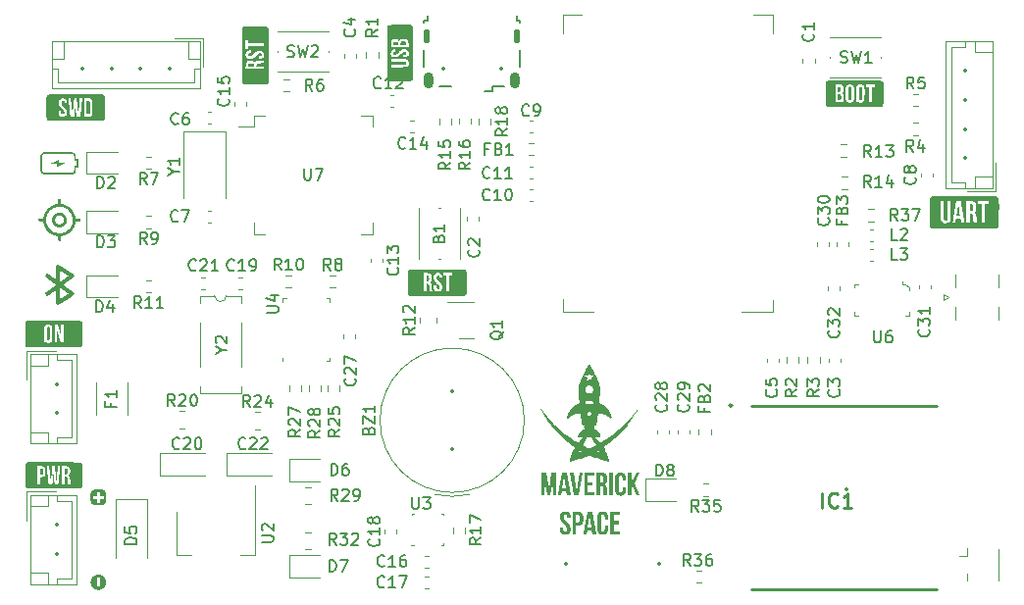
<source format=gto>
%TF.GenerationSoftware,KiCad,Pcbnew,7.0.7*%
%TF.CreationDate,2024-05-31T17:05:06+03:00*%
%TF.ProjectId,hecatlon_raid_eye,68656361-746c-46f6-9e5f-726169645f65,rev?*%
%TF.SameCoordinates,Original*%
%TF.FileFunction,Legend,Top*%
%TF.FilePolarity,Positive*%
%FSLAX46Y46*%
G04 Gerber Fmt 4.6, Leading zero omitted, Abs format (unit mm)*
G04 Created by KiCad (PCBNEW 7.0.7) date 2024-05-31 17:05:06*
%MOMM*%
%LPD*%
G01*
G04 APERTURE LIST*
%ADD10C,0.200000*%
%ADD11C,0.150000*%
%ADD12C,0.254000*%
%ADD13C,0.120000*%
%ADD14C,0.100000*%
%ADD15C,0.350000*%
%ADD16O,0.550000X1.200000*%
%ADD17O,0.850000X1.400000*%
G04 APERTURE END LIST*
D10*
G36*
X226250663Y-84535310D02*
G01*
X226461689Y-83130425D01*
X226892533Y-83130425D01*
X226892533Y-85100000D01*
X226599930Y-85100000D01*
X226599930Y-83703419D01*
X226385974Y-85100000D01*
X226093371Y-85100000D01*
X225862805Y-83723447D01*
X225862805Y-85100000D01*
X225592673Y-85100000D01*
X225592673Y-83130425D01*
X226023029Y-83130425D01*
X226250663Y-84535310D01*
G37*
G36*
X228111305Y-85100000D02*
G01*
X227799163Y-85100000D01*
X227745429Y-84756106D01*
X227365876Y-84756106D01*
X227312142Y-85100000D01*
X227027844Y-85100000D01*
X227127867Y-84474738D01*
X227404955Y-84474738D01*
X227703419Y-84474738D01*
X227553943Y-83489951D01*
X227404955Y-84474738D01*
X227127867Y-84474738D01*
X227342917Y-83130425D01*
X227796232Y-83130425D01*
X228111305Y-85100000D01*
G37*
G36*
X228645708Y-84741451D02*
G01*
X228881647Y-83130425D01*
X229165946Y-83130425D01*
X228862108Y-85100000D01*
X228400489Y-85100000D01*
X228096650Y-83130425D01*
X228409281Y-83130425D01*
X228645708Y-84741451D01*
G37*
G36*
X229613399Y-83943265D02*
G01*
X230038381Y-83943265D01*
X230038381Y-84224633D01*
X229613399Y-84224633D01*
X229613399Y-84818632D01*
X230147802Y-84818632D01*
X230147802Y-85100000D01*
X229303699Y-85100000D01*
X229303699Y-83130425D01*
X230147802Y-83130425D01*
X230147802Y-83411793D01*
X229613399Y-83411793D01*
X229613399Y-83943265D01*
G37*
G36*
X230830609Y-83130862D02*
G01*
X230859266Y-83132173D01*
X230886877Y-83134358D01*
X230913442Y-83137417D01*
X230938962Y-83141349D01*
X230963436Y-83146156D01*
X230986864Y-83151837D01*
X231009246Y-83158391D01*
X231030583Y-83165819D01*
X231050875Y-83174122D01*
X231070120Y-83183298D01*
X231088320Y-83193348D01*
X231105474Y-83204272D01*
X231121583Y-83216070D01*
X231136646Y-83228742D01*
X231150663Y-83242288D01*
X231170043Y-83264176D01*
X231181904Y-83279884D01*
X231192918Y-83296485D01*
X231203085Y-83313978D01*
X231212404Y-83332365D01*
X231220876Y-83351645D01*
X231228501Y-83371818D01*
X231235279Y-83392884D01*
X231241209Y-83414843D01*
X231246293Y-83437695D01*
X231250529Y-83461440D01*
X231253918Y-83486078D01*
X231256459Y-83511609D01*
X231258154Y-83538033D01*
X231259001Y-83565350D01*
X231259107Y-83579344D01*
X231259107Y-83732728D01*
X231258317Y-83769595D01*
X231255947Y-83804848D01*
X231251997Y-83838487D01*
X231246467Y-83870512D01*
X231239358Y-83900922D01*
X231230668Y-83929718D01*
X231220398Y-83956899D01*
X231208549Y-83982466D01*
X231195119Y-84006419D01*
X231180110Y-84028758D01*
X231163520Y-84049482D01*
X231145351Y-84068592D01*
X231125601Y-84086088D01*
X231104272Y-84101970D01*
X231081363Y-84116237D01*
X231056874Y-84128890D01*
X231078382Y-84138494D01*
X231098576Y-84149172D01*
X231117457Y-84160922D01*
X231135024Y-84173747D01*
X231151277Y-84187644D01*
X231166216Y-84202615D01*
X231179842Y-84218659D01*
X231192154Y-84235777D01*
X231203152Y-84253968D01*
X231212836Y-84273232D01*
X231218563Y-84286671D01*
X231226332Y-84307512D01*
X231233337Y-84329186D01*
X231239578Y-84351693D01*
X231245055Y-84375033D01*
X231249768Y-84399206D01*
X231253716Y-84424212D01*
X231256901Y-84450051D01*
X231259321Y-84476722D01*
X231260976Y-84504227D01*
X231261868Y-84532564D01*
X231262038Y-84551919D01*
X231262038Y-84858688D01*
X231262169Y-84881297D01*
X231262562Y-84903023D01*
X231263218Y-84923867D01*
X231264137Y-84943829D01*
X231265585Y-84966618D01*
X231267411Y-84988136D01*
X231270193Y-85008887D01*
X231274143Y-85029742D01*
X231279261Y-85050699D01*
X231285546Y-85071759D01*
X231292999Y-85092922D01*
X231295743Y-85100000D01*
X230980670Y-85100000D01*
X230975175Y-85080704D01*
X230969435Y-85062875D01*
X230964306Y-85043702D01*
X230960218Y-85023519D01*
X230959665Y-85020376D01*
X230956989Y-85000903D01*
X230955157Y-84980295D01*
X230953998Y-84959382D01*
X230953803Y-84954431D01*
X230953376Y-84933182D01*
X230953102Y-84912585D01*
X230952922Y-84890119D01*
X230952842Y-84869373D01*
X230952826Y-84854780D01*
X230952826Y-84541172D01*
X230952406Y-84515702D01*
X230951143Y-84491684D01*
X230949040Y-84469117D01*
X230946094Y-84448001D01*
X230942308Y-84428336D01*
X230935950Y-84404373D01*
X230928096Y-84382991D01*
X230918746Y-84364188D01*
X230904955Y-84344312D01*
X230888552Y-84327847D01*
X230869263Y-84314173D01*
X230851754Y-84305243D01*
X230832397Y-84298099D01*
X230811194Y-84292741D01*
X230788144Y-84289169D01*
X230763246Y-84287383D01*
X230750105Y-84287159D01*
X230643126Y-84287159D01*
X230643126Y-85100000D01*
X230333426Y-85100000D01*
X230333426Y-83411793D01*
X230643126Y-83411793D01*
X230643126Y-84005792D01*
X230764271Y-84005792D01*
X230785421Y-84005105D01*
X230805395Y-84003044D01*
X230828710Y-83998536D01*
X230850189Y-83991881D01*
X230869831Y-83983080D01*
X230887636Y-83972132D01*
X230900558Y-83961828D01*
X230914772Y-83946183D01*
X230926576Y-83927033D01*
X230935971Y-83904376D01*
X230941753Y-83883726D01*
X230945993Y-83860832D01*
X230948691Y-83835694D01*
X230949703Y-83815368D01*
X230949895Y-83801116D01*
X230949895Y-83610607D01*
X230949300Y-83585259D01*
X230947514Y-83561728D01*
X230944537Y-83540013D01*
X230940370Y-83520115D01*
X230933486Y-83497796D01*
X230924742Y-83478317D01*
X230914138Y-83461675D01*
X230911794Y-83458688D01*
X230895977Y-83442751D01*
X230877103Y-83430111D01*
X230859040Y-83422097D01*
X230838855Y-83416372D01*
X230816546Y-83412938D01*
X230792115Y-83411793D01*
X230643126Y-83411793D01*
X230333426Y-83411793D01*
X230333426Y-83130425D01*
X230800907Y-83130425D01*
X230830609Y-83130862D01*
G37*
G36*
X231458897Y-83130425D02*
G01*
X231768597Y-83130425D01*
X231768597Y-85100000D01*
X231458897Y-85100000D01*
X231458897Y-83130425D01*
G37*
G36*
X232888207Y-84365317D02*
G01*
X232888207Y-84624703D01*
X232887751Y-84653888D01*
X232886382Y-84682214D01*
X232884102Y-84709682D01*
X232880910Y-84736291D01*
X232876805Y-84762042D01*
X232871789Y-84786934D01*
X232865860Y-84810967D01*
X232859020Y-84834141D01*
X232851267Y-84856457D01*
X232842602Y-84877914D01*
X232833025Y-84898513D01*
X232822536Y-84918252D01*
X232811135Y-84937133D01*
X232798821Y-84955156D01*
X232785596Y-84972320D01*
X232771459Y-84988625D01*
X232756430Y-85004004D01*
X232740531Y-85018392D01*
X232723762Y-85031787D01*
X232706124Y-85044190D01*
X232687615Y-85055601D01*
X232668235Y-85066019D01*
X232647986Y-85075445D01*
X232626867Y-85083879D01*
X232604877Y-85091321D01*
X232582018Y-85097771D01*
X232558288Y-85103228D01*
X232533688Y-85107693D01*
X232508218Y-85111166D01*
X232481878Y-85113647D01*
X232454668Y-85115135D01*
X232426588Y-85115631D01*
X232398567Y-85115135D01*
X232371412Y-85113647D01*
X232345123Y-85111166D01*
X232319701Y-85107693D01*
X232295145Y-85103228D01*
X232271455Y-85097771D01*
X232248632Y-85091321D01*
X232226675Y-85083879D01*
X232205584Y-85075445D01*
X232185360Y-85066019D01*
X232166002Y-85055601D01*
X232147510Y-85044190D01*
X232129884Y-85031787D01*
X232113125Y-85018392D01*
X232097232Y-85004004D01*
X232082205Y-84988625D01*
X232068068Y-84972259D01*
X232054842Y-84955034D01*
X232042529Y-84936950D01*
X232031128Y-84918008D01*
X232020639Y-84898207D01*
X232011062Y-84877548D01*
X232002397Y-84856030D01*
X231994644Y-84833653D01*
X231987803Y-84810417D01*
X231981875Y-84786323D01*
X231976858Y-84761370D01*
X231972754Y-84735559D01*
X231969562Y-84708888D01*
X231967281Y-84681360D01*
X231965913Y-84652972D01*
X231965457Y-84623726D01*
X231965457Y-83606699D01*
X231965913Y-83577454D01*
X231967281Y-83549073D01*
X231969562Y-83521553D01*
X231972754Y-83494897D01*
X231976858Y-83469102D01*
X231981875Y-83444170D01*
X231987803Y-83420101D01*
X231994644Y-83396894D01*
X232002397Y-83374550D01*
X232011062Y-83353068D01*
X232020639Y-83332448D01*
X232031128Y-83312691D01*
X232042529Y-83293797D01*
X232054842Y-83275765D01*
X232068068Y-83258595D01*
X232082205Y-83242288D01*
X232097232Y-83226850D01*
X232113125Y-83212407D01*
X232129884Y-83198960D01*
X232147510Y-83186509D01*
X232166002Y-83175055D01*
X232185360Y-83164596D01*
X232205584Y-83155134D01*
X232226675Y-83146667D01*
X232248632Y-83139197D01*
X232271455Y-83132723D01*
X232295145Y-83127244D01*
X232319701Y-83122762D01*
X232345123Y-83119276D01*
X232371412Y-83116786D01*
X232398567Y-83115292D01*
X232426588Y-83114794D01*
X232454668Y-83115292D01*
X232481878Y-83116786D01*
X232508218Y-83119276D01*
X232533688Y-83122762D01*
X232558288Y-83127244D01*
X232582018Y-83132723D01*
X232604877Y-83139197D01*
X232626867Y-83146667D01*
X232647986Y-83155134D01*
X232668235Y-83164596D01*
X232687615Y-83175055D01*
X232706124Y-83186509D01*
X232723762Y-83198960D01*
X232740531Y-83212407D01*
X232756430Y-83226850D01*
X232771459Y-83242288D01*
X232785596Y-83258656D01*
X232798821Y-83275887D01*
X232811135Y-83293980D01*
X232822536Y-83312936D01*
X232833025Y-83332754D01*
X232842602Y-83353434D01*
X232851267Y-83374977D01*
X232859020Y-83397383D01*
X232865860Y-83420651D01*
X232871789Y-83444781D01*
X232876805Y-83469774D01*
X232880910Y-83495629D01*
X232884102Y-83522347D01*
X232886382Y-83549928D01*
X232887751Y-83578370D01*
X232888207Y-83607676D01*
X232888207Y-83798185D01*
X232595604Y-83798185D01*
X232595604Y-83588625D01*
X232594917Y-83563109D01*
X232592856Y-83539562D01*
X232589421Y-83517985D01*
X232584613Y-83498377D01*
X232576670Y-83476636D01*
X232566581Y-83457972D01*
X232554345Y-83442385D01*
X232551640Y-83439637D01*
X232534289Y-83424862D01*
X232514843Y-83413144D01*
X232493302Y-83404483D01*
X232473751Y-83399600D01*
X232452745Y-83396841D01*
X232434892Y-83396161D01*
X232412850Y-83397223D01*
X232392216Y-83400407D01*
X232372989Y-83405714D01*
X232351774Y-83414885D01*
X232332586Y-83427112D01*
X232318144Y-83439637D01*
X232303369Y-83457972D01*
X232293392Y-83476636D01*
X232285537Y-83498377D01*
X232280782Y-83517985D01*
X232277386Y-83539562D01*
X232275348Y-83563109D01*
X232274669Y-83588625D01*
X232274669Y-84644242D01*
X232275348Y-84669857D01*
X232277386Y-84693457D01*
X232280782Y-84715042D01*
X232285537Y-84734612D01*
X232293392Y-84756241D01*
X232303369Y-84774721D01*
X232318144Y-84792742D01*
X232335643Y-84806853D01*
X232355170Y-84818044D01*
X232376722Y-84826316D01*
X232396230Y-84830979D01*
X232417146Y-84833615D01*
X232434892Y-84834263D01*
X232457062Y-84833250D01*
X232477778Y-84830208D01*
X232497038Y-84825140D01*
X232518230Y-84816382D01*
X232537326Y-84804704D01*
X232551640Y-84792742D01*
X232566581Y-84774721D01*
X232576670Y-84756241D01*
X232584613Y-84734612D01*
X232589421Y-84715042D01*
X232592856Y-84693457D01*
X232594917Y-84669857D01*
X232595604Y-84644242D01*
X232595604Y-84365317D01*
X232888207Y-84365317D01*
G37*
G36*
X233476343Y-84323796D02*
G01*
X233380600Y-84502093D01*
X233380600Y-85100000D01*
X233070900Y-85100000D01*
X233070900Y-83130425D01*
X233380600Y-83130425D01*
X233380600Y-84001395D01*
X233785555Y-83130425D01*
X234095255Y-83130425D01*
X233664899Y-84020935D01*
X234095255Y-85100000D01*
X233777251Y-85100000D01*
X233476343Y-84323796D01*
G37*
G36*
X227209072Y-86966699D02*
G01*
X227209517Y-86937454D01*
X227210851Y-86909073D01*
X227213074Y-86881553D01*
X227216186Y-86854897D01*
X227220187Y-86829102D01*
X227225078Y-86804170D01*
X227230858Y-86780101D01*
X227237527Y-86756894D01*
X227245085Y-86734550D01*
X227253532Y-86713068D01*
X227262869Y-86692448D01*
X227273095Y-86672691D01*
X227284209Y-86653797D01*
X227296214Y-86635765D01*
X227309107Y-86618595D01*
X227322890Y-86602288D01*
X227337563Y-86586850D01*
X227353130Y-86572407D01*
X227369590Y-86558960D01*
X227386942Y-86546509D01*
X227405188Y-86535055D01*
X227424327Y-86524596D01*
X227444358Y-86515134D01*
X227465283Y-86506667D01*
X227487101Y-86499197D01*
X227509812Y-86492723D01*
X227533415Y-86487244D01*
X227557912Y-86482762D01*
X227583302Y-86479276D01*
X227609585Y-86476786D01*
X227636761Y-86475292D01*
X227664830Y-86474794D01*
X227692839Y-86475292D01*
X227719960Y-86476786D01*
X227746191Y-86479276D01*
X227771533Y-86482762D01*
X227795986Y-86487244D01*
X227819550Y-86492723D01*
X227842224Y-86499197D01*
X227864010Y-86506667D01*
X227884906Y-86515134D01*
X227904913Y-86524596D01*
X227924030Y-86535055D01*
X227942259Y-86546509D01*
X227959598Y-86558960D01*
X227976048Y-86572407D01*
X227991609Y-86586850D01*
X228006281Y-86602288D01*
X228020123Y-86618658D01*
X228033071Y-86635895D01*
X228045127Y-86653997D01*
X228056290Y-86672966D01*
X228066559Y-86692801D01*
X228075936Y-86713503D01*
X228084420Y-86735071D01*
X228092010Y-86757505D01*
X228098708Y-86780805D01*
X228104512Y-86804972D01*
X228109424Y-86830005D01*
X228113443Y-86855904D01*
X228116568Y-86882670D01*
X228118801Y-86910302D01*
X228120140Y-86938800D01*
X228120587Y-86968164D01*
X228120587Y-87029713D01*
X227827984Y-87029713D01*
X227827984Y-86948625D01*
X227827343Y-86923109D01*
X227825419Y-86899562D01*
X227822213Y-86877985D01*
X227817726Y-86858377D01*
X227810312Y-86836636D01*
X227800896Y-86817972D01*
X227786951Y-86799637D01*
X227770596Y-86784862D01*
X227751940Y-86773144D01*
X227730983Y-86764483D01*
X227711761Y-86759600D01*
X227690941Y-86756841D01*
X227673134Y-86756161D01*
X227651023Y-86757223D01*
X227630487Y-86760407D01*
X227611524Y-86765714D01*
X227590848Y-86774885D01*
X227572438Y-86787112D01*
X227558828Y-86799637D01*
X227545049Y-86817972D01*
X227535745Y-86836636D01*
X227528420Y-86858377D01*
X227523985Y-86877985D01*
X227520818Y-86899562D01*
X227518917Y-86923109D01*
X227518284Y-86948625D01*
X227518986Y-86973408D01*
X227521093Y-86997443D01*
X227524604Y-87020730D01*
X227529519Y-87043269D01*
X227535839Y-87065060D01*
X227543563Y-87086103D01*
X227552692Y-87106398D01*
X227563224Y-87125945D01*
X227574925Y-87144988D01*
X227587313Y-87163772D01*
X227600388Y-87182296D01*
X227614149Y-87200561D01*
X227628598Y-87218567D01*
X227643733Y-87236312D01*
X227659555Y-87253799D01*
X227676065Y-87271025D01*
X227693070Y-87288122D01*
X227710381Y-87305219D01*
X227727997Y-87322316D01*
X227745918Y-87339413D01*
X227764145Y-87356510D01*
X227782677Y-87373607D01*
X227801514Y-87390704D01*
X227820656Y-87407801D01*
X227839913Y-87425097D01*
X227858850Y-87442789D01*
X227877466Y-87460878D01*
X227895761Y-87479364D01*
X227909272Y-87493490D01*
X227922603Y-87507838D01*
X227935754Y-87522409D01*
X227948724Y-87537204D01*
X227961513Y-87552222D01*
X227965737Y-87557278D01*
X227978179Y-87572680D01*
X227990226Y-87588476D01*
X228001878Y-87604668D01*
X228013135Y-87621254D01*
X228023997Y-87638236D01*
X228034464Y-87655612D01*
X228044536Y-87673384D01*
X228054214Y-87691550D01*
X228063496Y-87710112D01*
X228072383Y-87729068D01*
X228078088Y-87741926D01*
X228086207Y-87761569D01*
X228093527Y-87781848D01*
X228100049Y-87802762D01*
X228105772Y-87824312D01*
X228110696Y-87846497D01*
X228114822Y-87869317D01*
X228118149Y-87892773D01*
X228120678Y-87916864D01*
X228122408Y-87941591D01*
X228123340Y-87966953D01*
X228123518Y-87984214D01*
X228123062Y-88013459D01*
X228121693Y-88041840D01*
X228119413Y-88069360D01*
X228116221Y-88096017D01*
X228112116Y-88121811D01*
X228107100Y-88146743D01*
X228101171Y-88170812D01*
X228094331Y-88194019D01*
X228086578Y-88216363D01*
X228077913Y-88237845D01*
X228068336Y-88258465D01*
X228057847Y-88278222D01*
X228046446Y-88297116D01*
X228034132Y-88315148D01*
X228020907Y-88332318D01*
X228006769Y-88348625D01*
X227991741Y-88364004D01*
X227975842Y-88378392D01*
X227959073Y-88391787D01*
X227941435Y-88404190D01*
X227922926Y-88415601D01*
X227903546Y-88426019D01*
X227883297Y-88435445D01*
X227862178Y-88443879D01*
X227840188Y-88451321D01*
X227817329Y-88457771D01*
X227793599Y-88463228D01*
X227768999Y-88467693D01*
X227743529Y-88471166D01*
X227717189Y-88473647D01*
X227689979Y-88475135D01*
X227661899Y-88475631D01*
X227633876Y-88475135D01*
X227606715Y-88473647D01*
X227580417Y-88471166D01*
X227554981Y-88467693D01*
X227530408Y-88463228D01*
X227506698Y-88457771D01*
X227483849Y-88451321D01*
X227461864Y-88443879D01*
X227440741Y-88435445D01*
X227420480Y-88426019D01*
X227401082Y-88415601D01*
X227382546Y-88404190D01*
X227364873Y-88391787D01*
X227348062Y-88378392D01*
X227332114Y-88364004D01*
X227317028Y-88348625D01*
X227302890Y-88332320D01*
X227289665Y-88315156D01*
X227277352Y-88297133D01*
X227265950Y-88278252D01*
X227255461Y-88258513D01*
X227245884Y-88237914D01*
X227237219Y-88216457D01*
X227229467Y-88194141D01*
X227222626Y-88170967D01*
X227216697Y-88146934D01*
X227211681Y-88122042D01*
X227207576Y-88096291D01*
X227204384Y-88069682D01*
X227202104Y-88042214D01*
X227200736Y-88013888D01*
X227200280Y-87984703D01*
X227200280Y-87864535D01*
X227493371Y-87864535D01*
X227493371Y-88004242D01*
X227494050Y-88029743D01*
X227496088Y-88053244D01*
X227499485Y-88074745D01*
X227504240Y-88094246D01*
X227512094Y-88115810D01*
X227522071Y-88134250D01*
X227536846Y-88152254D01*
X227554197Y-88166530D01*
X227573643Y-88177853D01*
X227595184Y-88186222D01*
X227614735Y-88190940D01*
X227635742Y-88193607D01*
X227653594Y-88194263D01*
X227675765Y-88193238D01*
X227696480Y-88190161D01*
X227715740Y-88185033D01*
X227736932Y-88176171D01*
X227756029Y-88164356D01*
X227770342Y-88152254D01*
X227785117Y-88134250D01*
X227795094Y-88115810D01*
X227802949Y-88094246D01*
X227807704Y-88074745D01*
X227811100Y-88053244D01*
X227813138Y-88029743D01*
X227813818Y-88004242D01*
X227813115Y-87979459D01*
X227811009Y-87955424D01*
X227807498Y-87932137D01*
X227802582Y-87909598D01*
X227796263Y-87887807D01*
X227788539Y-87866764D01*
X227779410Y-87846469D01*
X227768877Y-87826922D01*
X227757283Y-87807764D01*
X227744972Y-87788881D01*
X227731943Y-87770273D01*
X227718197Y-87751939D01*
X227703733Y-87733881D01*
X227688552Y-87716097D01*
X227672653Y-87698588D01*
X227656037Y-87681353D01*
X227639031Y-87664142D01*
X227621721Y-87646946D01*
X227604105Y-87629765D01*
X227586183Y-87612599D01*
X227567957Y-87595449D01*
X227549425Y-87578313D01*
X227530588Y-87561193D01*
X227511445Y-87544089D01*
X227492295Y-87526793D01*
X227473435Y-87509101D01*
X227454865Y-87491012D01*
X227436585Y-87472526D01*
X227423065Y-87458401D01*
X227409708Y-87444052D01*
X227396515Y-87429481D01*
X227383485Y-87414686D01*
X227370618Y-87399668D01*
X227366365Y-87394612D01*
X227353923Y-87379215D01*
X227341876Y-87363431D01*
X227330223Y-87347261D01*
X227318966Y-87330705D01*
X227308104Y-87313762D01*
X227297637Y-87296432D01*
X227287565Y-87278717D01*
X227277888Y-87260614D01*
X227268606Y-87242126D01*
X227259718Y-87223251D01*
X227254013Y-87210453D01*
X227245982Y-87190714D01*
X227238740Y-87170330D01*
X227232289Y-87149303D01*
X227226627Y-87127632D01*
X227221756Y-87105317D01*
X227217674Y-87082357D01*
X227214383Y-87058754D01*
X227211881Y-87034507D01*
X227210170Y-87009615D01*
X227209248Y-86984080D01*
X227209072Y-86966699D01*
G37*
G36*
X228780430Y-86490906D02*
G01*
X228808214Y-86492349D01*
X228835064Y-86494753D01*
X228860978Y-86498119D01*
X228885958Y-86502447D01*
X228910002Y-86507736D01*
X228933112Y-86513987D01*
X228955287Y-86521200D01*
X228976526Y-86529374D01*
X228996831Y-86538510D01*
X229016200Y-86548608D01*
X229034635Y-86559668D01*
X229052135Y-86571689D01*
X229068699Y-86584672D01*
X229084329Y-86598617D01*
X229099024Y-86613524D01*
X229112806Y-86629296D01*
X229125699Y-86645962D01*
X229137704Y-86663521D01*
X229148819Y-86681973D01*
X229159044Y-86701317D01*
X229168381Y-86721555D01*
X229176828Y-86742686D01*
X229184386Y-86764710D01*
X229191055Y-86787627D01*
X229196835Y-86811437D01*
X229201726Y-86836139D01*
X229205727Y-86861735D01*
X229208839Y-86888224D01*
X229211062Y-86915606D01*
X229212396Y-86943881D01*
X229212841Y-86973049D01*
X229212841Y-87227062D01*
X229212396Y-87256231D01*
X229211062Y-87284512D01*
X229208839Y-87311904D01*
X229205727Y-87338406D01*
X229201726Y-87364019D01*
X229196835Y-87388743D01*
X229191055Y-87412577D01*
X229184386Y-87435523D01*
X229176828Y-87457579D01*
X229168381Y-87478746D01*
X229159044Y-87499024D01*
X229148819Y-87518413D01*
X229137704Y-87536912D01*
X229125699Y-87554523D01*
X229112806Y-87571244D01*
X229099024Y-87587076D01*
X229084329Y-87601923D01*
X229068699Y-87615812D01*
X229052135Y-87628744D01*
X229034635Y-87640717D01*
X229016200Y-87651733D01*
X228996831Y-87661791D01*
X228976526Y-87670891D01*
X228955287Y-87679033D01*
X228933112Y-87686217D01*
X228910002Y-87692443D01*
X228885958Y-87697712D01*
X228860978Y-87702022D01*
X228835064Y-87705375D01*
X228808214Y-87707770D01*
X228780430Y-87709207D01*
X228751710Y-87709685D01*
X228605164Y-87709685D01*
X228605164Y-88460000D01*
X228295465Y-88460000D01*
X228295465Y-86771793D01*
X228605164Y-86771793D01*
X228605164Y-87428318D01*
X228751710Y-87428318D01*
X228773644Y-87427376D01*
X228793957Y-87424549D01*
X228816190Y-87418670D01*
X228836088Y-87410078D01*
X228853651Y-87398772D01*
X228864062Y-87389727D01*
X228877509Y-87372754D01*
X228886589Y-87355068D01*
X228893737Y-87334162D01*
X228898954Y-87310036D01*
X228901736Y-87288417D01*
X228903281Y-87264737D01*
X228903629Y-87245624D01*
X228903629Y-86954487D01*
X228903011Y-86929269D01*
X228901156Y-86906127D01*
X228898065Y-86885061D01*
X228892462Y-86861648D01*
X228884927Y-86841478D01*
X228873335Y-86821557D01*
X228864062Y-86810872D01*
X228848056Y-86797591D01*
X228829715Y-86787058D01*
X228809039Y-86779273D01*
X228786026Y-86774235D01*
X228765065Y-86772136D01*
X228751710Y-86771793D01*
X228605164Y-86771793D01*
X228295465Y-86771793D01*
X228295465Y-86490425D01*
X228751710Y-86490425D01*
X228780430Y-86490906D01*
G37*
G36*
X230329030Y-88460000D02*
G01*
X230016888Y-88460000D01*
X229963155Y-88116106D01*
X229583601Y-88116106D01*
X229529868Y-88460000D01*
X229245569Y-88460000D01*
X229345592Y-87834738D01*
X229622680Y-87834738D01*
X229921145Y-87834738D01*
X229771668Y-86849951D01*
X229622680Y-87834738D01*
X229345592Y-87834738D01*
X229560642Y-86490425D01*
X230013957Y-86490425D01*
X230329030Y-88460000D01*
G37*
G36*
X231364132Y-87725317D02*
G01*
X231364132Y-87984703D01*
X231363676Y-88013888D01*
X231362307Y-88042214D01*
X231360027Y-88069682D01*
X231356835Y-88096291D01*
X231352730Y-88122042D01*
X231347714Y-88146934D01*
X231341785Y-88170967D01*
X231334945Y-88194141D01*
X231327192Y-88216457D01*
X231318527Y-88237914D01*
X231308950Y-88258513D01*
X231298461Y-88278252D01*
X231287060Y-88297133D01*
X231274746Y-88315156D01*
X231261521Y-88332320D01*
X231247384Y-88348625D01*
X231232355Y-88364004D01*
X231216456Y-88378392D01*
X231199688Y-88391787D01*
X231182049Y-88404190D01*
X231163540Y-88415601D01*
X231144160Y-88426019D01*
X231123911Y-88435445D01*
X231102792Y-88443879D01*
X231080802Y-88451321D01*
X231057943Y-88457771D01*
X231034213Y-88463228D01*
X231009613Y-88467693D01*
X230984143Y-88471166D01*
X230957803Y-88473647D01*
X230930593Y-88475135D01*
X230902513Y-88475631D01*
X230874492Y-88475135D01*
X230847337Y-88473647D01*
X230821048Y-88471166D01*
X230795626Y-88467693D01*
X230771070Y-88463228D01*
X230747380Y-88457771D01*
X230724557Y-88451321D01*
X230702600Y-88443879D01*
X230681509Y-88435445D01*
X230661285Y-88426019D01*
X230641927Y-88415601D01*
X230623435Y-88404190D01*
X230605809Y-88391787D01*
X230589050Y-88378392D01*
X230573157Y-88364004D01*
X230558130Y-88348625D01*
X230543993Y-88332259D01*
X230530767Y-88315034D01*
X230518454Y-88296950D01*
X230507053Y-88278008D01*
X230496564Y-88258207D01*
X230486987Y-88237548D01*
X230478322Y-88216030D01*
X230470569Y-88193653D01*
X230463729Y-88170417D01*
X230457800Y-88146323D01*
X230452783Y-88121370D01*
X230448679Y-88095559D01*
X230445487Y-88068888D01*
X230443206Y-88041360D01*
X230441838Y-88012972D01*
X230441382Y-87983726D01*
X230441382Y-86966699D01*
X230441838Y-86937454D01*
X230443206Y-86909073D01*
X230445487Y-86881553D01*
X230448679Y-86854897D01*
X230452783Y-86829102D01*
X230457800Y-86804170D01*
X230463729Y-86780101D01*
X230470569Y-86756894D01*
X230478322Y-86734550D01*
X230486987Y-86713068D01*
X230496564Y-86692448D01*
X230507053Y-86672691D01*
X230518454Y-86653797D01*
X230530767Y-86635765D01*
X230543993Y-86618595D01*
X230558130Y-86602288D01*
X230573157Y-86586850D01*
X230589050Y-86572407D01*
X230605809Y-86558960D01*
X230623435Y-86546509D01*
X230641927Y-86535055D01*
X230661285Y-86524596D01*
X230681509Y-86515134D01*
X230702600Y-86506667D01*
X230724557Y-86499197D01*
X230747380Y-86492723D01*
X230771070Y-86487244D01*
X230795626Y-86482762D01*
X230821048Y-86479276D01*
X230847337Y-86476786D01*
X230874492Y-86475292D01*
X230902513Y-86474794D01*
X230930593Y-86475292D01*
X230957803Y-86476786D01*
X230984143Y-86479276D01*
X231009613Y-86482762D01*
X231034213Y-86487244D01*
X231057943Y-86492723D01*
X231080802Y-86499197D01*
X231102792Y-86506667D01*
X231123911Y-86515134D01*
X231144160Y-86524596D01*
X231163540Y-86535055D01*
X231182049Y-86546509D01*
X231199688Y-86558960D01*
X231216456Y-86572407D01*
X231232355Y-86586850D01*
X231247384Y-86602288D01*
X231261521Y-86618656D01*
X231274746Y-86635887D01*
X231287060Y-86653980D01*
X231298461Y-86672936D01*
X231308950Y-86692754D01*
X231318527Y-86713434D01*
X231327192Y-86734977D01*
X231334945Y-86757383D01*
X231341785Y-86780651D01*
X231347714Y-86804781D01*
X231352730Y-86829774D01*
X231356835Y-86855629D01*
X231360027Y-86882347D01*
X231362307Y-86909928D01*
X231363676Y-86938370D01*
X231364132Y-86967676D01*
X231364132Y-87158185D01*
X231071529Y-87158185D01*
X231071529Y-86948625D01*
X231070842Y-86923109D01*
X231068781Y-86899562D01*
X231065346Y-86877985D01*
X231060538Y-86858377D01*
X231052595Y-86836636D01*
X231042506Y-86817972D01*
X231030270Y-86802385D01*
X231027565Y-86799637D01*
X231010214Y-86784862D01*
X230990768Y-86773144D01*
X230969227Y-86764483D01*
X230949676Y-86759600D01*
X230928670Y-86756841D01*
X230910817Y-86756161D01*
X230888775Y-86757223D01*
X230868141Y-86760407D01*
X230848914Y-86765714D01*
X230827699Y-86774885D01*
X230808511Y-86787112D01*
X230794069Y-86799637D01*
X230779294Y-86817972D01*
X230769317Y-86836636D01*
X230761462Y-86858377D01*
X230756707Y-86877985D01*
X230753311Y-86899562D01*
X230751273Y-86923109D01*
X230750594Y-86948625D01*
X230750594Y-88004242D01*
X230751273Y-88029857D01*
X230753311Y-88053457D01*
X230756707Y-88075042D01*
X230761462Y-88094612D01*
X230769317Y-88116241D01*
X230779294Y-88134721D01*
X230794069Y-88152742D01*
X230811568Y-88166853D01*
X230831095Y-88178044D01*
X230852647Y-88186316D01*
X230872155Y-88190979D01*
X230893071Y-88193615D01*
X230910817Y-88194263D01*
X230932987Y-88193250D01*
X230953703Y-88190208D01*
X230972963Y-88185140D01*
X230994155Y-88176382D01*
X231013252Y-88164704D01*
X231027565Y-88152742D01*
X231042506Y-88134721D01*
X231052595Y-88116241D01*
X231060538Y-88094612D01*
X231065346Y-88075042D01*
X231068781Y-88053457D01*
X231070842Y-88029857D01*
X231071529Y-88004242D01*
X231071529Y-87725317D01*
X231364132Y-87725317D01*
G37*
G36*
X231856525Y-87303265D02*
G01*
X232281508Y-87303265D01*
X232281508Y-87584633D01*
X231856525Y-87584633D01*
X231856525Y-88178632D01*
X232390929Y-88178632D01*
X232390929Y-88460000D01*
X231546825Y-88460000D01*
X231546825Y-86490425D01*
X232390929Y-86490425D01*
X232390929Y-86771793D01*
X231856525Y-86771793D01*
X231856525Y-87303265D01*
G37*
D11*
X198559580Y-50842857D02*
X198607200Y-50890476D01*
X198607200Y-50890476D02*
X198654819Y-51033333D01*
X198654819Y-51033333D02*
X198654819Y-51128571D01*
X198654819Y-51128571D02*
X198607200Y-51271428D01*
X198607200Y-51271428D02*
X198511961Y-51366666D01*
X198511961Y-51366666D02*
X198416723Y-51414285D01*
X198416723Y-51414285D02*
X198226247Y-51461904D01*
X198226247Y-51461904D02*
X198083390Y-51461904D01*
X198083390Y-51461904D02*
X197892914Y-51414285D01*
X197892914Y-51414285D02*
X197797676Y-51366666D01*
X197797676Y-51366666D02*
X197702438Y-51271428D01*
X197702438Y-51271428D02*
X197654819Y-51128571D01*
X197654819Y-51128571D02*
X197654819Y-51033333D01*
X197654819Y-51033333D02*
X197702438Y-50890476D01*
X197702438Y-50890476D02*
X197750057Y-50842857D01*
X198654819Y-49890476D02*
X198654819Y-50461904D01*
X198654819Y-50176190D02*
X197654819Y-50176190D01*
X197654819Y-50176190D02*
X197797676Y-50271428D01*
X197797676Y-50271428D02*
X197892914Y-50366666D01*
X197892914Y-50366666D02*
X197940533Y-50461904D01*
X197654819Y-48985714D02*
X197654819Y-49461904D01*
X197654819Y-49461904D02*
X198131009Y-49509523D01*
X198131009Y-49509523D02*
X198083390Y-49461904D01*
X198083390Y-49461904D02*
X198035771Y-49366666D01*
X198035771Y-49366666D02*
X198035771Y-49128571D01*
X198035771Y-49128571D02*
X198083390Y-49033333D01*
X198083390Y-49033333D02*
X198131009Y-48985714D01*
X198131009Y-48985714D02*
X198226247Y-48938095D01*
X198226247Y-48938095D02*
X198464342Y-48938095D01*
X198464342Y-48938095D02*
X198559580Y-48985714D01*
X198559580Y-48985714D02*
X198607200Y-49033333D01*
X198607200Y-49033333D02*
X198654819Y-49128571D01*
X198654819Y-49128571D02*
X198654819Y-49366666D01*
X198654819Y-49366666D02*
X198607200Y-49461904D01*
X198607200Y-49461904D02*
X198559580Y-49509523D01*
X205833333Y-50154819D02*
X205500000Y-49678628D01*
X205261905Y-50154819D02*
X205261905Y-49154819D01*
X205261905Y-49154819D02*
X205642857Y-49154819D01*
X205642857Y-49154819D02*
X205738095Y-49202438D01*
X205738095Y-49202438D02*
X205785714Y-49250057D01*
X205785714Y-49250057D02*
X205833333Y-49345295D01*
X205833333Y-49345295D02*
X205833333Y-49488152D01*
X205833333Y-49488152D02*
X205785714Y-49583390D01*
X205785714Y-49583390D02*
X205738095Y-49631009D01*
X205738095Y-49631009D02*
X205642857Y-49678628D01*
X205642857Y-49678628D02*
X205261905Y-49678628D01*
X206690476Y-49154819D02*
X206500000Y-49154819D01*
X206500000Y-49154819D02*
X206404762Y-49202438D01*
X206404762Y-49202438D02*
X206357143Y-49250057D01*
X206357143Y-49250057D02*
X206261905Y-49392914D01*
X206261905Y-49392914D02*
X206214286Y-49583390D01*
X206214286Y-49583390D02*
X206214286Y-49964342D01*
X206214286Y-49964342D02*
X206261905Y-50059580D01*
X206261905Y-50059580D02*
X206309524Y-50107200D01*
X206309524Y-50107200D02*
X206404762Y-50154819D01*
X206404762Y-50154819D02*
X206595238Y-50154819D01*
X206595238Y-50154819D02*
X206690476Y-50107200D01*
X206690476Y-50107200D02*
X206738095Y-50059580D01*
X206738095Y-50059580D02*
X206785714Y-49964342D01*
X206785714Y-49964342D02*
X206785714Y-49726247D01*
X206785714Y-49726247D02*
X206738095Y-49631009D01*
X206738095Y-49631009D02*
X206690476Y-49583390D01*
X206690476Y-49583390D02*
X206595238Y-49535771D01*
X206595238Y-49535771D02*
X206404762Y-49535771D01*
X206404762Y-49535771D02*
X206309524Y-49583390D01*
X206309524Y-49583390D02*
X206261905Y-49631009D01*
X206261905Y-49631009D02*
X206214286Y-49726247D01*
X193878628Y-57126190D02*
X194354819Y-57126190D01*
X193354819Y-57459523D02*
X193878628Y-57126190D01*
X193878628Y-57126190D02*
X193354819Y-56792857D01*
X194354819Y-55935714D02*
X194354819Y-56507142D01*
X194354819Y-56221428D02*
X193354819Y-56221428D01*
X193354819Y-56221428D02*
X193497676Y-56316666D01*
X193497676Y-56316666D02*
X193592914Y-56411904D01*
X193592914Y-56411904D02*
X193640533Y-56507142D01*
X221066666Y-55164341D02*
X220733333Y-55164341D01*
X220733333Y-55688151D02*
X220733333Y-54688151D01*
X220733333Y-54688151D02*
X221209523Y-54688151D01*
X221923809Y-55164341D02*
X222066666Y-55211960D01*
X222066666Y-55211960D02*
X222114285Y-55259579D01*
X222114285Y-55259579D02*
X222161904Y-55354817D01*
X222161904Y-55354817D02*
X222161904Y-55497674D01*
X222161904Y-55497674D02*
X222114285Y-55592912D01*
X222114285Y-55592912D02*
X222066666Y-55640532D01*
X222066666Y-55640532D02*
X221971428Y-55688151D01*
X221971428Y-55688151D02*
X221590476Y-55688151D01*
X221590476Y-55688151D02*
X221590476Y-54688151D01*
X221590476Y-54688151D02*
X221923809Y-54688151D01*
X221923809Y-54688151D02*
X222019047Y-54735770D01*
X222019047Y-54735770D02*
X222066666Y-54783389D01*
X222066666Y-54783389D02*
X222114285Y-54878627D01*
X222114285Y-54878627D02*
X222114285Y-54973865D01*
X222114285Y-54973865D02*
X222066666Y-55069103D01*
X222066666Y-55069103D02*
X222019047Y-55116722D01*
X222019047Y-55116722D02*
X221923809Y-55164341D01*
X221923809Y-55164341D02*
X221590476Y-55164341D01*
X223114285Y-55688151D02*
X222542857Y-55688151D01*
X222828571Y-55688151D02*
X222828571Y-54688151D01*
X222828571Y-54688151D02*
X222733333Y-54831008D01*
X222733333Y-54831008D02*
X222638095Y-54926246D01*
X222638095Y-54926246D02*
X222542857Y-54973865D01*
X221157142Y-57626246D02*
X221109523Y-57673866D01*
X221109523Y-57673866D02*
X220966666Y-57721485D01*
X220966666Y-57721485D02*
X220871428Y-57721485D01*
X220871428Y-57721485D02*
X220728571Y-57673866D01*
X220728571Y-57673866D02*
X220633333Y-57578627D01*
X220633333Y-57578627D02*
X220585714Y-57483389D01*
X220585714Y-57483389D02*
X220538095Y-57292913D01*
X220538095Y-57292913D02*
X220538095Y-57150056D01*
X220538095Y-57150056D02*
X220585714Y-56959580D01*
X220585714Y-56959580D02*
X220633333Y-56864342D01*
X220633333Y-56864342D02*
X220728571Y-56769104D01*
X220728571Y-56769104D02*
X220871428Y-56721485D01*
X220871428Y-56721485D02*
X220966666Y-56721485D01*
X220966666Y-56721485D02*
X221109523Y-56769104D01*
X221109523Y-56769104D02*
X221157142Y-56816723D01*
X222109523Y-57721485D02*
X221538095Y-57721485D01*
X221823809Y-57721485D02*
X221823809Y-56721485D01*
X221823809Y-56721485D02*
X221728571Y-56864342D01*
X221728571Y-56864342D02*
X221633333Y-56959580D01*
X221633333Y-56959580D02*
X221538095Y-57007199D01*
X223061904Y-57721485D02*
X222490476Y-57721485D01*
X222776190Y-57721485D02*
X222776190Y-56721485D01*
X222776190Y-56721485D02*
X222680952Y-56864342D01*
X222680952Y-56864342D02*
X222585714Y-56959580D01*
X222585714Y-56959580D02*
X222490476Y-57007199D01*
X199082142Y-65609580D02*
X199034523Y-65657200D01*
X199034523Y-65657200D02*
X198891666Y-65704819D01*
X198891666Y-65704819D02*
X198796428Y-65704819D01*
X198796428Y-65704819D02*
X198653571Y-65657200D01*
X198653571Y-65657200D02*
X198558333Y-65561961D01*
X198558333Y-65561961D02*
X198510714Y-65466723D01*
X198510714Y-65466723D02*
X198463095Y-65276247D01*
X198463095Y-65276247D02*
X198463095Y-65133390D01*
X198463095Y-65133390D02*
X198510714Y-64942914D01*
X198510714Y-64942914D02*
X198558333Y-64847676D01*
X198558333Y-64847676D02*
X198653571Y-64752438D01*
X198653571Y-64752438D02*
X198796428Y-64704819D01*
X198796428Y-64704819D02*
X198891666Y-64704819D01*
X198891666Y-64704819D02*
X199034523Y-64752438D01*
X199034523Y-64752438D02*
X199082142Y-64800057D01*
X200034523Y-65704819D02*
X199463095Y-65704819D01*
X199748809Y-65704819D02*
X199748809Y-64704819D01*
X199748809Y-64704819D02*
X199653571Y-64847676D01*
X199653571Y-64847676D02*
X199558333Y-64942914D01*
X199558333Y-64942914D02*
X199463095Y-64990533D01*
X200510714Y-65704819D02*
X200701190Y-65704819D01*
X200701190Y-65704819D02*
X200796428Y-65657200D01*
X200796428Y-65657200D02*
X200844047Y-65609580D01*
X200844047Y-65609580D02*
X200939285Y-65466723D01*
X200939285Y-65466723D02*
X200986904Y-65276247D01*
X200986904Y-65276247D02*
X200986904Y-64895295D01*
X200986904Y-64895295D02*
X200939285Y-64800057D01*
X200939285Y-64800057D02*
X200891666Y-64752438D01*
X200891666Y-64752438D02*
X200796428Y-64704819D01*
X200796428Y-64704819D02*
X200605952Y-64704819D01*
X200605952Y-64704819D02*
X200510714Y-64752438D01*
X200510714Y-64752438D02*
X200463095Y-64800057D01*
X200463095Y-64800057D02*
X200415476Y-64895295D01*
X200415476Y-64895295D02*
X200415476Y-65133390D01*
X200415476Y-65133390D02*
X200463095Y-65228628D01*
X200463095Y-65228628D02*
X200510714Y-65276247D01*
X200510714Y-65276247D02*
X200605952Y-65323866D01*
X200605952Y-65323866D02*
X200796428Y-65323866D01*
X200796428Y-65323866D02*
X200891666Y-65276247D01*
X200891666Y-65276247D02*
X200939285Y-65228628D01*
X200939285Y-65228628D02*
X200986904Y-65133390D01*
X256357142Y-61354819D02*
X256023809Y-60878628D01*
X255785714Y-61354819D02*
X255785714Y-60354819D01*
X255785714Y-60354819D02*
X256166666Y-60354819D01*
X256166666Y-60354819D02*
X256261904Y-60402438D01*
X256261904Y-60402438D02*
X256309523Y-60450057D01*
X256309523Y-60450057D02*
X256357142Y-60545295D01*
X256357142Y-60545295D02*
X256357142Y-60688152D01*
X256357142Y-60688152D02*
X256309523Y-60783390D01*
X256309523Y-60783390D02*
X256261904Y-60831009D01*
X256261904Y-60831009D02*
X256166666Y-60878628D01*
X256166666Y-60878628D02*
X255785714Y-60878628D01*
X256690476Y-60354819D02*
X257309523Y-60354819D01*
X257309523Y-60354819D02*
X256976190Y-60735771D01*
X256976190Y-60735771D02*
X257119047Y-60735771D01*
X257119047Y-60735771D02*
X257214285Y-60783390D01*
X257214285Y-60783390D02*
X257261904Y-60831009D01*
X257261904Y-60831009D02*
X257309523Y-60926247D01*
X257309523Y-60926247D02*
X257309523Y-61164342D01*
X257309523Y-61164342D02*
X257261904Y-61259580D01*
X257261904Y-61259580D02*
X257214285Y-61307200D01*
X257214285Y-61307200D02*
X257119047Y-61354819D01*
X257119047Y-61354819D02*
X256833333Y-61354819D01*
X256833333Y-61354819D02*
X256738095Y-61307200D01*
X256738095Y-61307200D02*
X256690476Y-61259580D01*
X257642857Y-60354819D02*
X258309523Y-60354819D01*
X258309523Y-60354819D02*
X257880952Y-61354819D01*
X250359580Y-61142857D02*
X250407200Y-61190476D01*
X250407200Y-61190476D02*
X250454819Y-61333333D01*
X250454819Y-61333333D02*
X250454819Y-61428571D01*
X250454819Y-61428571D02*
X250407200Y-61571428D01*
X250407200Y-61571428D02*
X250311961Y-61666666D01*
X250311961Y-61666666D02*
X250216723Y-61714285D01*
X250216723Y-61714285D02*
X250026247Y-61761904D01*
X250026247Y-61761904D02*
X249883390Y-61761904D01*
X249883390Y-61761904D02*
X249692914Y-61714285D01*
X249692914Y-61714285D02*
X249597676Y-61666666D01*
X249597676Y-61666666D02*
X249502438Y-61571428D01*
X249502438Y-61571428D02*
X249454819Y-61428571D01*
X249454819Y-61428571D02*
X249454819Y-61333333D01*
X249454819Y-61333333D02*
X249502438Y-61190476D01*
X249502438Y-61190476D02*
X249550057Y-61142857D01*
X249454819Y-60809523D02*
X249454819Y-60190476D01*
X249454819Y-60190476D02*
X249835771Y-60523809D01*
X249835771Y-60523809D02*
X249835771Y-60380952D01*
X249835771Y-60380952D02*
X249883390Y-60285714D01*
X249883390Y-60285714D02*
X249931009Y-60238095D01*
X249931009Y-60238095D02*
X250026247Y-60190476D01*
X250026247Y-60190476D02*
X250264342Y-60190476D01*
X250264342Y-60190476D02*
X250359580Y-60238095D01*
X250359580Y-60238095D02*
X250407200Y-60285714D01*
X250407200Y-60285714D02*
X250454819Y-60380952D01*
X250454819Y-60380952D02*
X250454819Y-60666666D01*
X250454819Y-60666666D02*
X250407200Y-60761904D01*
X250407200Y-60761904D02*
X250359580Y-60809523D01*
X249454819Y-59571428D02*
X249454819Y-59476190D01*
X249454819Y-59476190D02*
X249502438Y-59380952D01*
X249502438Y-59380952D02*
X249550057Y-59333333D01*
X249550057Y-59333333D02*
X249645295Y-59285714D01*
X249645295Y-59285714D02*
X249835771Y-59238095D01*
X249835771Y-59238095D02*
X250073866Y-59238095D01*
X250073866Y-59238095D02*
X250264342Y-59285714D01*
X250264342Y-59285714D02*
X250359580Y-59333333D01*
X250359580Y-59333333D02*
X250407200Y-59380952D01*
X250407200Y-59380952D02*
X250454819Y-59476190D01*
X250454819Y-59476190D02*
X250454819Y-59571428D01*
X250454819Y-59571428D02*
X250407200Y-59666666D01*
X250407200Y-59666666D02*
X250359580Y-59714285D01*
X250359580Y-59714285D02*
X250264342Y-59761904D01*
X250264342Y-59761904D02*
X250073866Y-59809523D01*
X250073866Y-59809523D02*
X249835771Y-59809523D01*
X249835771Y-59809523D02*
X249645295Y-59761904D01*
X249645295Y-59761904D02*
X249550057Y-59714285D01*
X249550057Y-59714285D02*
X249502438Y-59666666D01*
X249502438Y-59666666D02*
X249454819Y-59571428D01*
X238457142Y-91154819D02*
X238123809Y-90678628D01*
X237885714Y-91154819D02*
X237885714Y-90154819D01*
X237885714Y-90154819D02*
X238266666Y-90154819D01*
X238266666Y-90154819D02*
X238361904Y-90202438D01*
X238361904Y-90202438D02*
X238409523Y-90250057D01*
X238409523Y-90250057D02*
X238457142Y-90345295D01*
X238457142Y-90345295D02*
X238457142Y-90488152D01*
X238457142Y-90488152D02*
X238409523Y-90583390D01*
X238409523Y-90583390D02*
X238361904Y-90631009D01*
X238361904Y-90631009D02*
X238266666Y-90678628D01*
X238266666Y-90678628D02*
X237885714Y-90678628D01*
X238790476Y-90154819D02*
X239409523Y-90154819D01*
X239409523Y-90154819D02*
X239076190Y-90535771D01*
X239076190Y-90535771D02*
X239219047Y-90535771D01*
X239219047Y-90535771D02*
X239314285Y-90583390D01*
X239314285Y-90583390D02*
X239361904Y-90631009D01*
X239361904Y-90631009D02*
X239409523Y-90726247D01*
X239409523Y-90726247D02*
X239409523Y-90964342D01*
X239409523Y-90964342D02*
X239361904Y-91059580D01*
X239361904Y-91059580D02*
X239314285Y-91107200D01*
X239314285Y-91107200D02*
X239219047Y-91154819D01*
X239219047Y-91154819D02*
X238933333Y-91154819D01*
X238933333Y-91154819D02*
X238838095Y-91107200D01*
X238838095Y-91107200D02*
X238790476Y-91059580D01*
X240266666Y-90154819D02*
X240076190Y-90154819D01*
X240076190Y-90154819D02*
X239980952Y-90202438D01*
X239980952Y-90202438D02*
X239933333Y-90250057D01*
X239933333Y-90250057D02*
X239838095Y-90392914D01*
X239838095Y-90392914D02*
X239790476Y-90583390D01*
X239790476Y-90583390D02*
X239790476Y-90964342D01*
X239790476Y-90964342D02*
X239838095Y-91059580D01*
X239838095Y-91059580D02*
X239885714Y-91107200D01*
X239885714Y-91107200D02*
X239980952Y-91154819D01*
X239980952Y-91154819D02*
X240171428Y-91154819D01*
X240171428Y-91154819D02*
X240266666Y-91107200D01*
X240266666Y-91107200D02*
X240314285Y-91059580D01*
X240314285Y-91059580D02*
X240361904Y-90964342D01*
X240361904Y-90964342D02*
X240361904Y-90726247D01*
X240361904Y-90726247D02*
X240314285Y-90631009D01*
X240314285Y-90631009D02*
X240266666Y-90583390D01*
X240266666Y-90583390D02*
X240171428Y-90535771D01*
X240171428Y-90535771D02*
X239980952Y-90535771D01*
X239980952Y-90535771D02*
X239885714Y-90583390D01*
X239885714Y-90583390D02*
X239838095Y-90631009D01*
X239838095Y-90631009D02*
X239790476Y-90726247D01*
X254032142Y-58464819D02*
X253698809Y-57988628D01*
X253460714Y-58464819D02*
X253460714Y-57464819D01*
X253460714Y-57464819D02*
X253841666Y-57464819D01*
X253841666Y-57464819D02*
X253936904Y-57512438D01*
X253936904Y-57512438D02*
X253984523Y-57560057D01*
X253984523Y-57560057D02*
X254032142Y-57655295D01*
X254032142Y-57655295D02*
X254032142Y-57798152D01*
X254032142Y-57798152D02*
X253984523Y-57893390D01*
X253984523Y-57893390D02*
X253936904Y-57941009D01*
X253936904Y-57941009D02*
X253841666Y-57988628D01*
X253841666Y-57988628D02*
X253460714Y-57988628D01*
X254984523Y-58464819D02*
X254413095Y-58464819D01*
X254698809Y-58464819D02*
X254698809Y-57464819D01*
X254698809Y-57464819D02*
X254603571Y-57607676D01*
X254603571Y-57607676D02*
X254508333Y-57702914D01*
X254508333Y-57702914D02*
X254413095Y-57750533D01*
X255841666Y-57798152D02*
X255841666Y-58464819D01*
X255603571Y-57417200D02*
X255365476Y-58131485D01*
X255365476Y-58131485D02*
X255984523Y-58131485D01*
X207451905Y-83354819D02*
X207451905Y-82354819D01*
X207451905Y-82354819D02*
X207690000Y-82354819D01*
X207690000Y-82354819D02*
X207832857Y-82402438D01*
X207832857Y-82402438D02*
X207928095Y-82497676D01*
X207928095Y-82497676D02*
X207975714Y-82592914D01*
X207975714Y-82592914D02*
X208023333Y-82783390D01*
X208023333Y-82783390D02*
X208023333Y-82926247D01*
X208023333Y-82926247D02*
X207975714Y-83116723D01*
X207975714Y-83116723D02*
X207928095Y-83211961D01*
X207928095Y-83211961D02*
X207832857Y-83307200D01*
X207832857Y-83307200D02*
X207690000Y-83354819D01*
X207690000Y-83354819D02*
X207451905Y-83354819D01*
X208880476Y-82354819D02*
X208690000Y-82354819D01*
X208690000Y-82354819D02*
X208594762Y-82402438D01*
X208594762Y-82402438D02*
X208547143Y-82450057D01*
X208547143Y-82450057D02*
X208451905Y-82592914D01*
X208451905Y-82592914D02*
X208404286Y-82783390D01*
X208404286Y-82783390D02*
X208404286Y-83164342D01*
X208404286Y-83164342D02*
X208451905Y-83259580D01*
X208451905Y-83259580D02*
X208499524Y-83307200D01*
X208499524Y-83307200D02*
X208594762Y-83354819D01*
X208594762Y-83354819D02*
X208785238Y-83354819D01*
X208785238Y-83354819D02*
X208880476Y-83307200D01*
X208880476Y-83307200D02*
X208928095Y-83259580D01*
X208928095Y-83259580D02*
X208975714Y-83164342D01*
X208975714Y-83164342D02*
X208975714Y-82926247D01*
X208975714Y-82926247D02*
X208928095Y-82831009D01*
X208928095Y-82831009D02*
X208880476Y-82783390D01*
X208880476Y-82783390D02*
X208785238Y-82735771D01*
X208785238Y-82735771D02*
X208594762Y-82735771D01*
X208594762Y-82735771D02*
X208499524Y-82783390D01*
X208499524Y-82783390D02*
X208451905Y-82831009D01*
X208451905Y-82831009D02*
X208404286Y-82926247D01*
X208192319Y-79392857D02*
X207716128Y-79726190D01*
X208192319Y-79964285D02*
X207192319Y-79964285D01*
X207192319Y-79964285D02*
X207192319Y-79583333D01*
X207192319Y-79583333D02*
X207239938Y-79488095D01*
X207239938Y-79488095D02*
X207287557Y-79440476D01*
X207287557Y-79440476D02*
X207382795Y-79392857D01*
X207382795Y-79392857D02*
X207525652Y-79392857D01*
X207525652Y-79392857D02*
X207620890Y-79440476D01*
X207620890Y-79440476D02*
X207668509Y-79488095D01*
X207668509Y-79488095D02*
X207716128Y-79583333D01*
X207716128Y-79583333D02*
X207716128Y-79964285D01*
X207287557Y-79011904D02*
X207239938Y-78964285D01*
X207239938Y-78964285D02*
X207192319Y-78869047D01*
X207192319Y-78869047D02*
X207192319Y-78630952D01*
X207192319Y-78630952D02*
X207239938Y-78535714D01*
X207239938Y-78535714D02*
X207287557Y-78488095D01*
X207287557Y-78488095D02*
X207382795Y-78440476D01*
X207382795Y-78440476D02*
X207478033Y-78440476D01*
X207478033Y-78440476D02*
X207620890Y-78488095D01*
X207620890Y-78488095D02*
X208192319Y-79059523D01*
X208192319Y-79059523D02*
X208192319Y-78440476D01*
X207192319Y-77535714D02*
X207192319Y-78011904D01*
X207192319Y-78011904D02*
X207668509Y-78059523D01*
X207668509Y-78059523D02*
X207620890Y-78011904D01*
X207620890Y-78011904D02*
X207573271Y-77916666D01*
X207573271Y-77916666D02*
X207573271Y-77678571D01*
X207573271Y-77678571D02*
X207620890Y-77583333D01*
X207620890Y-77583333D02*
X207668509Y-77535714D01*
X207668509Y-77535714D02*
X207763747Y-77488095D01*
X207763747Y-77488095D02*
X208001842Y-77488095D01*
X208001842Y-77488095D02*
X208097080Y-77535714D01*
X208097080Y-77535714D02*
X208144700Y-77583333D01*
X208144700Y-77583333D02*
X208192319Y-77678571D01*
X208192319Y-77678571D02*
X208192319Y-77916666D01*
X208192319Y-77916666D02*
X208144700Y-78011904D01*
X208144700Y-78011904D02*
X208097080Y-78059523D01*
X187161905Y-69254819D02*
X187161905Y-68254819D01*
X187161905Y-68254819D02*
X187400000Y-68254819D01*
X187400000Y-68254819D02*
X187542857Y-68302438D01*
X187542857Y-68302438D02*
X187638095Y-68397676D01*
X187638095Y-68397676D02*
X187685714Y-68492914D01*
X187685714Y-68492914D02*
X187733333Y-68683390D01*
X187733333Y-68683390D02*
X187733333Y-68826247D01*
X187733333Y-68826247D02*
X187685714Y-69016723D01*
X187685714Y-69016723D02*
X187638095Y-69111961D01*
X187638095Y-69111961D02*
X187542857Y-69207200D01*
X187542857Y-69207200D02*
X187400000Y-69254819D01*
X187400000Y-69254819D02*
X187161905Y-69254819D01*
X188590476Y-68588152D02*
X188590476Y-69254819D01*
X188352381Y-68207200D02*
X188114286Y-68921485D01*
X188114286Y-68921485D02*
X188733333Y-68921485D01*
X257733333Y-49974819D02*
X257400000Y-49498628D01*
X257161905Y-49974819D02*
X257161905Y-48974819D01*
X257161905Y-48974819D02*
X257542857Y-48974819D01*
X257542857Y-48974819D02*
X257638095Y-49022438D01*
X257638095Y-49022438D02*
X257685714Y-49070057D01*
X257685714Y-49070057D02*
X257733333Y-49165295D01*
X257733333Y-49165295D02*
X257733333Y-49308152D01*
X257733333Y-49308152D02*
X257685714Y-49403390D01*
X257685714Y-49403390D02*
X257638095Y-49451009D01*
X257638095Y-49451009D02*
X257542857Y-49498628D01*
X257542857Y-49498628D02*
X257161905Y-49498628D01*
X258638095Y-48974819D02*
X258161905Y-48974819D01*
X258161905Y-48974819D02*
X258114286Y-49451009D01*
X258114286Y-49451009D02*
X258161905Y-49403390D01*
X258161905Y-49403390D02*
X258257143Y-49355771D01*
X258257143Y-49355771D02*
X258495238Y-49355771D01*
X258495238Y-49355771D02*
X258590476Y-49403390D01*
X258590476Y-49403390D02*
X258638095Y-49451009D01*
X258638095Y-49451009D02*
X258685714Y-49546247D01*
X258685714Y-49546247D02*
X258685714Y-49784342D01*
X258685714Y-49784342D02*
X258638095Y-49879580D01*
X258638095Y-49879580D02*
X258590476Y-49927200D01*
X258590476Y-49927200D02*
X258495238Y-49974819D01*
X258495238Y-49974819D02*
X258257143Y-49974819D01*
X258257143Y-49974819D02*
X258161905Y-49927200D01*
X258161905Y-49927200D02*
X258114286Y-49879580D01*
X205138095Y-56854819D02*
X205138095Y-57664342D01*
X205138095Y-57664342D02*
X205185714Y-57759580D01*
X205185714Y-57759580D02*
X205233333Y-57807200D01*
X205233333Y-57807200D02*
X205328571Y-57854819D01*
X205328571Y-57854819D02*
X205519047Y-57854819D01*
X205519047Y-57854819D02*
X205614285Y-57807200D01*
X205614285Y-57807200D02*
X205661904Y-57759580D01*
X205661904Y-57759580D02*
X205709523Y-57664342D01*
X205709523Y-57664342D02*
X205709523Y-56854819D01*
X206090476Y-56854819D02*
X206757142Y-56854819D01*
X206757142Y-56854819D02*
X206328571Y-57854819D01*
X211732142Y-49859580D02*
X211684523Y-49907200D01*
X211684523Y-49907200D02*
X211541666Y-49954819D01*
X211541666Y-49954819D02*
X211446428Y-49954819D01*
X211446428Y-49954819D02*
X211303571Y-49907200D01*
X211303571Y-49907200D02*
X211208333Y-49811961D01*
X211208333Y-49811961D02*
X211160714Y-49716723D01*
X211160714Y-49716723D02*
X211113095Y-49526247D01*
X211113095Y-49526247D02*
X211113095Y-49383390D01*
X211113095Y-49383390D02*
X211160714Y-49192914D01*
X211160714Y-49192914D02*
X211208333Y-49097676D01*
X211208333Y-49097676D02*
X211303571Y-49002438D01*
X211303571Y-49002438D02*
X211446428Y-48954819D01*
X211446428Y-48954819D02*
X211541666Y-48954819D01*
X211541666Y-48954819D02*
X211684523Y-49002438D01*
X211684523Y-49002438D02*
X211732142Y-49050057D01*
X212684523Y-49954819D02*
X212113095Y-49954819D01*
X212398809Y-49954819D02*
X212398809Y-48954819D01*
X212398809Y-48954819D02*
X212303571Y-49097676D01*
X212303571Y-49097676D02*
X212208333Y-49192914D01*
X212208333Y-49192914D02*
X212113095Y-49240533D01*
X213065476Y-49050057D02*
X213113095Y-49002438D01*
X213113095Y-49002438D02*
X213208333Y-48954819D01*
X213208333Y-48954819D02*
X213446428Y-48954819D01*
X213446428Y-48954819D02*
X213541666Y-49002438D01*
X213541666Y-49002438D02*
X213589285Y-49050057D01*
X213589285Y-49050057D02*
X213636904Y-49145295D01*
X213636904Y-49145295D02*
X213636904Y-49240533D01*
X213636904Y-49240533D02*
X213589285Y-49383390D01*
X213589285Y-49383390D02*
X213017857Y-49954819D01*
X213017857Y-49954819D02*
X213636904Y-49954819D01*
X254313095Y-70879819D02*
X254313095Y-71689342D01*
X254313095Y-71689342D02*
X254360714Y-71784580D01*
X254360714Y-71784580D02*
X254408333Y-71832200D01*
X254408333Y-71832200D02*
X254503571Y-71879819D01*
X254503571Y-71879819D02*
X254694047Y-71879819D01*
X254694047Y-71879819D02*
X254789285Y-71832200D01*
X254789285Y-71832200D02*
X254836904Y-71784580D01*
X254836904Y-71784580D02*
X254884523Y-71689342D01*
X254884523Y-71689342D02*
X254884523Y-70879819D01*
X255789285Y-70879819D02*
X255598809Y-70879819D01*
X255598809Y-70879819D02*
X255503571Y-70927438D01*
X255503571Y-70927438D02*
X255455952Y-70975057D01*
X255455952Y-70975057D02*
X255360714Y-71117914D01*
X255360714Y-71117914D02*
X255313095Y-71308390D01*
X255313095Y-71308390D02*
X255313095Y-71689342D01*
X255313095Y-71689342D02*
X255360714Y-71784580D01*
X255360714Y-71784580D02*
X255408333Y-71832200D01*
X255408333Y-71832200D02*
X255503571Y-71879819D01*
X255503571Y-71879819D02*
X255694047Y-71879819D01*
X255694047Y-71879819D02*
X255789285Y-71832200D01*
X255789285Y-71832200D02*
X255836904Y-71784580D01*
X255836904Y-71784580D02*
X255884523Y-71689342D01*
X255884523Y-71689342D02*
X255884523Y-71451247D01*
X255884523Y-71451247D02*
X255836904Y-71356009D01*
X255836904Y-71356009D02*
X255789285Y-71308390D01*
X255789285Y-71308390D02*
X255694047Y-71260771D01*
X255694047Y-71260771D02*
X255503571Y-71260771D01*
X255503571Y-71260771D02*
X255408333Y-71308390D01*
X255408333Y-71308390D02*
X255360714Y-71356009D01*
X255360714Y-71356009D02*
X255313095Y-71451247D01*
X197978628Y-72526190D02*
X198454819Y-72526190D01*
X197454819Y-72859523D02*
X197978628Y-72526190D01*
X197978628Y-72526190D02*
X197454819Y-72192857D01*
X197550057Y-71907142D02*
X197502438Y-71859523D01*
X197502438Y-71859523D02*
X197454819Y-71764285D01*
X197454819Y-71764285D02*
X197454819Y-71526190D01*
X197454819Y-71526190D02*
X197502438Y-71430952D01*
X197502438Y-71430952D02*
X197550057Y-71383333D01*
X197550057Y-71383333D02*
X197645295Y-71335714D01*
X197645295Y-71335714D02*
X197740533Y-71335714D01*
X197740533Y-71335714D02*
X197883390Y-71383333D01*
X197883390Y-71383333D02*
X198454819Y-71954761D01*
X198454819Y-71954761D02*
X198454819Y-71335714D01*
X201454819Y-89111904D02*
X202264342Y-89111904D01*
X202264342Y-89111904D02*
X202359580Y-89064285D01*
X202359580Y-89064285D02*
X202407200Y-89016666D01*
X202407200Y-89016666D02*
X202454819Y-88921428D01*
X202454819Y-88921428D02*
X202454819Y-88730952D01*
X202454819Y-88730952D02*
X202407200Y-88635714D01*
X202407200Y-88635714D02*
X202359580Y-88588095D01*
X202359580Y-88588095D02*
X202264342Y-88540476D01*
X202264342Y-88540476D02*
X201454819Y-88540476D01*
X201550057Y-88111904D02*
X201502438Y-88064285D01*
X201502438Y-88064285D02*
X201454819Y-87969047D01*
X201454819Y-87969047D02*
X201454819Y-87730952D01*
X201454819Y-87730952D02*
X201502438Y-87635714D01*
X201502438Y-87635714D02*
X201550057Y-87588095D01*
X201550057Y-87588095D02*
X201645295Y-87540476D01*
X201645295Y-87540476D02*
X201740533Y-87540476D01*
X201740533Y-87540476D02*
X201883390Y-87588095D01*
X201883390Y-87588095D02*
X202454819Y-88159523D01*
X202454819Y-88159523D02*
X202454819Y-87540476D01*
X249034580Y-45241666D02*
X249082200Y-45289285D01*
X249082200Y-45289285D02*
X249129819Y-45432142D01*
X249129819Y-45432142D02*
X249129819Y-45527380D01*
X249129819Y-45527380D02*
X249082200Y-45670237D01*
X249082200Y-45670237D02*
X248986961Y-45765475D01*
X248986961Y-45765475D02*
X248891723Y-45813094D01*
X248891723Y-45813094D02*
X248701247Y-45860713D01*
X248701247Y-45860713D02*
X248558390Y-45860713D01*
X248558390Y-45860713D02*
X248367914Y-45813094D01*
X248367914Y-45813094D02*
X248272676Y-45765475D01*
X248272676Y-45765475D02*
X248177438Y-45670237D01*
X248177438Y-45670237D02*
X248129819Y-45527380D01*
X248129819Y-45527380D02*
X248129819Y-45432142D01*
X248129819Y-45432142D02*
X248177438Y-45289285D01*
X248177438Y-45289285D02*
X248225057Y-45241666D01*
X249129819Y-44289285D02*
X249129819Y-44860713D01*
X249129819Y-44574999D02*
X248129819Y-44574999D01*
X248129819Y-44574999D02*
X248272676Y-44670237D01*
X248272676Y-44670237D02*
X248367914Y-44765475D01*
X248367914Y-44765475D02*
X248415533Y-44860713D01*
X203666667Y-47182200D02*
X203809524Y-47229819D01*
X203809524Y-47229819D02*
X204047619Y-47229819D01*
X204047619Y-47229819D02*
X204142857Y-47182200D01*
X204142857Y-47182200D02*
X204190476Y-47134580D01*
X204190476Y-47134580D02*
X204238095Y-47039342D01*
X204238095Y-47039342D02*
X204238095Y-46944104D01*
X204238095Y-46944104D02*
X204190476Y-46848866D01*
X204190476Y-46848866D02*
X204142857Y-46801247D01*
X204142857Y-46801247D02*
X204047619Y-46753628D01*
X204047619Y-46753628D02*
X203857143Y-46706009D01*
X203857143Y-46706009D02*
X203761905Y-46658390D01*
X203761905Y-46658390D02*
X203714286Y-46610771D01*
X203714286Y-46610771D02*
X203666667Y-46515533D01*
X203666667Y-46515533D02*
X203666667Y-46420295D01*
X203666667Y-46420295D02*
X203714286Y-46325057D01*
X203714286Y-46325057D02*
X203761905Y-46277438D01*
X203761905Y-46277438D02*
X203857143Y-46229819D01*
X203857143Y-46229819D02*
X204095238Y-46229819D01*
X204095238Y-46229819D02*
X204238095Y-46277438D01*
X204571429Y-46229819D02*
X204809524Y-47229819D01*
X204809524Y-47229819D02*
X205000000Y-46515533D01*
X205000000Y-46515533D02*
X205190476Y-47229819D01*
X205190476Y-47229819D02*
X205428572Y-46229819D01*
X205761905Y-46325057D02*
X205809524Y-46277438D01*
X205809524Y-46277438D02*
X205904762Y-46229819D01*
X205904762Y-46229819D02*
X206142857Y-46229819D01*
X206142857Y-46229819D02*
X206238095Y-46277438D01*
X206238095Y-46277438D02*
X206285714Y-46325057D01*
X206285714Y-46325057D02*
X206333333Y-46420295D01*
X206333333Y-46420295D02*
X206333333Y-46515533D01*
X206333333Y-46515533D02*
X206285714Y-46658390D01*
X206285714Y-46658390D02*
X205714286Y-47229819D01*
X205714286Y-47229819D02*
X206333333Y-47229819D01*
X224533333Y-52226248D02*
X224485714Y-52273868D01*
X224485714Y-52273868D02*
X224342857Y-52321487D01*
X224342857Y-52321487D02*
X224247619Y-52321487D01*
X224247619Y-52321487D02*
X224104762Y-52273868D01*
X224104762Y-52273868D02*
X224009524Y-52178629D01*
X224009524Y-52178629D02*
X223961905Y-52083391D01*
X223961905Y-52083391D02*
X223914286Y-51892915D01*
X223914286Y-51892915D02*
X223914286Y-51750058D01*
X223914286Y-51750058D02*
X223961905Y-51559582D01*
X223961905Y-51559582D02*
X224009524Y-51464344D01*
X224009524Y-51464344D02*
X224104762Y-51369106D01*
X224104762Y-51369106D02*
X224247619Y-51321487D01*
X224247619Y-51321487D02*
X224342857Y-51321487D01*
X224342857Y-51321487D02*
X224485714Y-51369106D01*
X224485714Y-51369106D02*
X224533333Y-51416725D01*
X225009524Y-52321487D02*
X225200000Y-52321487D01*
X225200000Y-52321487D02*
X225295238Y-52273868D01*
X225295238Y-52273868D02*
X225342857Y-52226248D01*
X225342857Y-52226248D02*
X225438095Y-52083391D01*
X225438095Y-52083391D02*
X225485714Y-51892915D01*
X225485714Y-51892915D02*
X225485714Y-51511963D01*
X225485714Y-51511963D02*
X225438095Y-51416725D01*
X225438095Y-51416725D02*
X225390476Y-51369106D01*
X225390476Y-51369106D02*
X225295238Y-51321487D01*
X225295238Y-51321487D02*
X225104762Y-51321487D01*
X225104762Y-51321487D02*
X225009524Y-51369106D01*
X225009524Y-51369106D02*
X224961905Y-51416725D01*
X224961905Y-51416725D02*
X224914286Y-51511963D01*
X224914286Y-51511963D02*
X224914286Y-51750058D01*
X224914286Y-51750058D02*
X224961905Y-51845296D01*
X224961905Y-51845296D02*
X225009524Y-51892915D01*
X225009524Y-51892915D02*
X225104762Y-51940534D01*
X225104762Y-51940534D02*
X225295238Y-51940534D01*
X225295238Y-51940534D02*
X225390476Y-51892915D01*
X225390476Y-51892915D02*
X225438095Y-51845296D01*
X225438095Y-51845296D02*
X225485714Y-51750058D01*
X222654819Y-53442857D02*
X222178628Y-53776190D01*
X222654819Y-54014285D02*
X221654819Y-54014285D01*
X221654819Y-54014285D02*
X221654819Y-53633333D01*
X221654819Y-53633333D02*
X221702438Y-53538095D01*
X221702438Y-53538095D02*
X221750057Y-53490476D01*
X221750057Y-53490476D02*
X221845295Y-53442857D01*
X221845295Y-53442857D02*
X221988152Y-53442857D01*
X221988152Y-53442857D02*
X222083390Y-53490476D01*
X222083390Y-53490476D02*
X222131009Y-53538095D01*
X222131009Y-53538095D02*
X222178628Y-53633333D01*
X222178628Y-53633333D02*
X222178628Y-54014285D01*
X222654819Y-52490476D02*
X222654819Y-53061904D01*
X222654819Y-52776190D02*
X221654819Y-52776190D01*
X221654819Y-52776190D02*
X221797676Y-52871428D01*
X221797676Y-52871428D02*
X221892914Y-52966666D01*
X221892914Y-52966666D02*
X221940533Y-53061904D01*
X222083390Y-51919047D02*
X222035771Y-52014285D01*
X222035771Y-52014285D02*
X221988152Y-52061904D01*
X221988152Y-52061904D02*
X221892914Y-52109523D01*
X221892914Y-52109523D02*
X221845295Y-52109523D01*
X221845295Y-52109523D02*
X221750057Y-52061904D01*
X221750057Y-52061904D02*
X221702438Y-52014285D01*
X221702438Y-52014285D02*
X221654819Y-51919047D01*
X221654819Y-51919047D02*
X221654819Y-51728571D01*
X221654819Y-51728571D02*
X221702438Y-51633333D01*
X221702438Y-51633333D02*
X221750057Y-51585714D01*
X221750057Y-51585714D02*
X221845295Y-51538095D01*
X221845295Y-51538095D02*
X221892914Y-51538095D01*
X221892914Y-51538095D02*
X221988152Y-51585714D01*
X221988152Y-51585714D02*
X222035771Y-51633333D01*
X222035771Y-51633333D02*
X222083390Y-51728571D01*
X222083390Y-51728571D02*
X222083390Y-51919047D01*
X222083390Y-51919047D02*
X222131009Y-52014285D01*
X222131009Y-52014285D02*
X222178628Y-52061904D01*
X222178628Y-52061904D02*
X222273866Y-52109523D01*
X222273866Y-52109523D02*
X222464342Y-52109523D01*
X222464342Y-52109523D02*
X222559580Y-52061904D01*
X222559580Y-52061904D02*
X222607200Y-52014285D01*
X222607200Y-52014285D02*
X222654819Y-51919047D01*
X222654819Y-51919047D02*
X222654819Y-51728571D01*
X222654819Y-51728571D02*
X222607200Y-51633333D01*
X222607200Y-51633333D02*
X222559580Y-51585714D01*
X222559580Y-51585714D02*
X222464342Y-51538095D01*
X222464342Y-51538095D02*
X222273866Y-51538095D01*
X222273866Y-51538095D02*
X222178628Y-51585714D01*
X222178628Y-51585714D02*
X222131009Y-51633333D01*
X222131009Y-51633333D02*
X222083390Y-51728571D01*
X217754819Y-56342857D02*
X217278628Y-56676190D01*
X217754819Y-56914285D02*
X216754819Y-56914285D01*
X216754819Y-56914285D02*
X216754819Y-56533333D01*
X216754819Y-56533333D02*
X216802438Y-56438095D01*
X216802438Y-56438095D02*
X216850057Y-56390476D01*
X216850057Y-56390476D02*
X216945295Y-56342857D01*
X216945295Y-56342857D02*
X217088152Y-56342857D01*
X217088152Y-56342857D02*
X217183390Y-56390476D01*
X217183390Y-56390476D02*
X217231009Y-56438095D01*
X217231009Y-56438095D02*
X217278628Y-56533333D01*
X217278628Y-56533333D02*
X217278628Y-56914285D01*
X217754819Y-55390476D02*
X217754819Y-55961904D01*
X217754819Y-55676190D02*
X216754819Y-55676190D01*
X216754819Y-55676190D02*
X216897676Y-55771428D01*
X216897676Y-55771428D02*
X216992914Y-55866666D01*
X216992914Y-55866666D02*
X217040533Y-55961904D01*
X216754819Y-54485714D02*
X216754819Y-54961904D01*
X216754819Y-54961904D02*
X217231009Y-55009523D01*
X217231009Y-55009523D02*
X217183390Y-54961904D01*
X217183390Y-54961904D02*
X217135771Y-54866666D01*
X217135771Y-54866666D02*
X217135771Y-54628571D01*
X217135771Y-54628571D02*
X217183390Y-54533333D01*
X217183390Y-54533333D02*
X217231009Y-54485714D01*
X217231009Y-54485714D02*
X217326247Y-54438095D01*
X217326247Y-54438095D02*
X217564342Y-54438095D01*
X217564342Y-54438095D02*
X217659580Y-54485714D01*
X217659580Y-54485714D02*
X217707200Y-54533333D01*
X217707200Y-54533333D02*
X217754819Y-54628571D01*
X217754819Y-54628571D02*
X217754819Y-54866666D01*
X217754819Y-54866666D02*
X217707200Y-54961904D01*
X217707200Y-54961904D02*
X217659580Y-55009523D01*
X251531009Y-61333333D02*
X251531009Y-61666666D01*
X252054819Y-61666666D02*
X251054819Y-61666666D01*
X251054819Y-61666666D02*
X251054819Y-61190476D01*
X251531009Y-60476190D02*
X251578628Y-60333333D01*
X251578628Y-60333333D02*
X251626247Y-60285714D01*
X251626247Y-60285714D02*
X251721485Y-60238095D01*
X251721485Y-60238095D02*
X251864342Y-60238095D01*
X251864342Y-60238095D02*
X251959580Y-60285714D01*
X251959580Y-60285714D02*
X252007200Y-60333333D01*
X252007200Y-60333333D02*
X252054819Y-60428571D01*
X252054819Y-60428571D02*
X252054819Y-60809523D01*
X252054819Y-60809523D02*
X251054819Y-60809523D01*
X251054819Y-60809523D02*
X251054819Y-60476190D01*
X251054819Y-60476190D02*
X251102438Y-60380952D01*
X251102438Y-60380952D02*
X251150057Y-60333333D01*
X251150057Y-60333333D02*
X251245295Y-60285714D01*
X251245295Y-60285714D02*
X251340533Y-60285714D01*
X251340533Y-60285714D02*
X251435771Y-60333333D01*
X251435771Y-60333333D02*
X251483390Y-60380952D01*
X251483390Y-60380952D02*
X251531009Y-60476190D01*
X251531009Y-60476190D02*
X251531009Y-60809523D01*
X251054819Y-59904761D02*
X251054819Y-59285714D01*
X251054819Y-59285714D02*
X251435771Y-59619047D01*
X251435771Y-59619047D02*
X251435771Y-59476190D01*
X251435771Y-59476190D02*
X251483390Y-59380952D01*
X251483390Y-59380952D02*
X251531009Y-59333333D01*
X251531009Y-59333333D02*
X251626247Y-59285714D01*
X251626247Y-59285714D02*
X251864342Y-59285714D01*
X251864342Y-59285714D02*
X251959580Y-59333333D01*
X251959580Y-59333333D02*
X252007200Y-59380952D01*
X252007200Y-59380952D02*
X252054819Y-59476190D01*
X252054819Y-59476190D02*
X252054819Y-59761904D01*
X252054819Y-59761904D02*
X252007200Y-59857142D01*
X252007200Y-59857142D02*
X251959580Y-59904761D01*
X204792319Y-79392857D02*
X204316128Y-79726190D01*
X204792319Y-79964285D02*
X203792319Y-79964285D01*
X203792319Y-79964285D02*
X203792319Y-79583333D01*
X203792319Y-79583333D02*
X203839938Y-79488095D01*
X203839938Y-79488095D02*
X203887557Y-79440476D01*
X203887557Y-79440476D02*
X203982795Y-79392857D01*
X203982795Y-79392857D02*
X204125652Y-79392857D01*
X204125652Y-79392857D02*
X204220890Y-79440476D01*
X204220890Y-79440476D02*
X204268509Y-79488095D01*
X204268509Y-79488095D02*
X204316128Y-79583333D01*
X204316128Y-79583333D02*
X204316128Y-79964285D01*
X203887557Y-79011904D02*
X203839938Y-78964285D01*
X203839938Y-78964285D02*
X203792319Y-78869047D01*
X203792319Y-78869047D02*
X203792319Y-78630952D01*
X203792319Y-78630952D02*
X203839938Y-78535714D01*
X203839938Y-78535714D02*
X203887557Y-78488095D01*
X203887557Y-78488095D02*
X203982795Y-78440476D01*
X203982795Y-78440476D02*
X204078033Y-78440476D01*
X204078033Y-78440476D02*
X204220890Y-78488095D01*
X204220890Y-78488095D02*
X204792319Y-79059523D01*
X204792319Y-79059523D02*
X204792319Y-78440476D01*
X203792319Y-78107142D02*
X203792319Y-77440476D01*
X203792319Y-77440476D02*
X204792319Y-77869047D01*
X208019642Y-85554819D02*
X207686309Y-85078628D01*
X207448214Y-85554819D02*
X207448214Y-84554819D01*
X207448214Y-84554819D02*
X207829166Y-84554819D01*
X207829166Y-84554819D02*
X207924404Y-84602438D01*
X207924404Y-84602438D02*
X207972023Y-84650057D01*
X207972023Y-84650057D02*
X208019642Y-84745295D01*
X208019642Y-84745295D02*
X208019642Y-84888152D01*
X208019642Y-84888152D02*
X207972023Y-84983390D01*
X207972023Y-84983390D02*
X207924404Y-85031009D01*
X207924404Y-85031009D02*
X207829166Y-85078628D01*
X207829166Y-85078628D02*
X207448214Y-85078628D01*
X208400595Y-84650057D02*
X208448214Y-84602438D01*
X208448214Y-84602438D02*
X208543452Y-84554819D01*
X208543452Y-84554819D02*
X208781547Y-84554819D01*
X208781547Y-84554819D02*
X208876785Y-84602438D01*
X208876785Y-84602438D02*
X208924404Y-84650057D01*
X208924404Y-84650057D02*
X208972023Y-84745295D01*
X208972023Y-84745295D02*
X208972023Y-84840533D01*
X208972023Y-84840533D02*
X208924404Y-84983390D01*
X208924404Y-84983390D02*
X208352976Y-85554819D01*
X208352976Y-85554819D02*
X208972023Y-85554819D01*
X209448214Y-85554819D02*
X209638690Y-85554819D01*
X209638690Y-85554819D02*
X209733928Y-85507200D01*
X209733928Y-85507200D02*
X209781547Y-85459580D01*
X209781547Y-85459580D02*
X209876785Y-85316723D01*
X209876785Y-85316723D02*
X209924404Y-85126247D01*
X209924404Y-85126247D02*
X209924404Y-84745295D01*
X209924404Y-84745295D02*
X209876785Y-84650057D01*
X209876785Y-84650057D02*
X209829166Y-84602438D01*
X209829166Y-84602438D02*
X209733928Y-84554819D01*
X209733928Y-84554819D02*
X209543452Y-84554819D01*
X209543452Y-84554819D02*
X209448214Y-84602438D01*
X209448214Y-84602438D02*
X209400595Y-84650057D01*
X209400595Y-84650057D02*
X209352976Y-84745295D01*
X209352976Y-84745295D02*
X209352976Y-84983390D01*
X209352976Y-84983390D02*
X209400595Y-85078628D01*
X209400595Y-85078628D02*
X209448214Y-85126247D01*
X209448214Y-85126247D02*
X209543452Y-85173866D01*
X209543452Y-85173866D02*
X209733928Y-85173866D01*
X209733928Y-85173866D02*
X209829166Y-85126247D01*
X209829166Y-85126247D02*
X209876785Y-85078628D01*
X209876785Y-85078628D02*
X209924404Y-84983390D01*
X201892319Y-69311904D02*
X202701842Y-69311904D01*
X202701842Y-69311904D02*
X202797080Y-69264285D01*
X202797080Y-69264285D02*
X202844700Y-69216666D01*
X202844700Y-69216666D02*
X202892319Y-69121428D01*
X202892319Y-69121428D02*
X202892319Y-68930952D01*
X202892319Y-68930952D02*
X202844700Y-68835714D01*
X202844700Y-68835714D02*
X202797080Y-68788095D01*
X202797080Y-68788095D02*
X202701842Y-68740476D01*
X202701842Y-68740476D02*
X201892319Y-68740476D01*
X202225652Y-67835714D02*
X202892319Y-67835714D01*
X201844700Y-68073809D02*
X202558985Y-68311904D01*
X202558985Y-68311904D02*
X202558985Y-67692857D01*
X194357142Y-81009580D02*
X194309523Y-81057200D01*
X194309523Y-81057200D02*
X194166666Y-81104819D01*
X194166666Y-81104819D02*
X194071428Y-81104819D01*
X194071428Y-81104819D02*
X193928571Y-81057200D01*
X193928571Y-81057200D02*
X193833333Y-80961961D01*
X193833333Y-80961961D02*
X193785714Y-80866723D01*
X193785714Y-80866723D02*
X193738095Y-80676247D01*
X193738095Y-80676247D02*
X193738095Y-80533390D01*
X193738095Y-80533390D02*
X193785714Y-80342914D01*
X193785714Y-80342914D02*
X193833333Y-80247676D01*
X193833333Y-80247676D02*
X193928571Y-80152438D01*
X193928571Y-80152438D02*
X194071428Y-80104819D01*
X194071428Y-80104819D02*
X194166666Y-80104819D01*
X194166666Y-80104819D02*
X194309523Y-80152438D01*
X194309523Y-80152438D02*
X194357142Y-80200057D01*
X194738095Y-80200057D02*
X194785714Y-80152438D01*
X194785714Y-80152438D02*
X194880952Y-80104819D01*
X194880952Y-80104819D02*
X195119047Y-80104819D01*
X195119047Y-80104819D02*
X195214285Y-80152438D01*
X195214285Y-80152438D02*
X195261904Y-80200057D01*
X195261904Y-80200057D02*
X195309523Y-80295295D01*
X195309523Y-80295295D02*
X195309523Y-80390533D01*
X195309523Y-80390533D02*
X195261904Y-80533390D01*
X195261904Y-80533390D02*
X194690476Y-81104819D01*
X194690476Y-81104819D02*
X195309523Y-81104819D01*
X195928571Y-80104819D02*
X196023809Y-80104819D01*
X196023809Y-80104819D02*
X196119047Y-80152438D01*
X196119047Y-80152438D02*
X196166666Y-80200057D01*
X196166666Y-80200057D02*
X196214285Y-80295295D01*
X196214285Y-80295295D02*
X196261904Y-80485771D01*
X196261904Y-80485771D02*
X196261904Y-80723866D01*
X196261904Y-80723866D02*
X196214285Y-80914342D01*
X196214285Y-80914342D02*
X196166666Y-81009580D01*
X196166666Y-81009580D02*
X196119047Y-81057200D01*
X196119047Y-81057200D02*
X196023809Y-81104819D01*
X196023809Y-81104819D02*
X195928571Y-81104819D01*
X195928571Y-81104819D02*
X195833333Y-81057200D01*
X195833333Y-81057200D02*
X195785714Y-81009580D01*
X195785714Y-81009580D02*
X195738095Y-80914342D01*
X195738095Y-80914342D02*
X195690476Y-80723866D01*
X195690476Y-80723866D02*
X195690476Y-80485771D01*
X195690476Y-80485771D02*
X195738095Y-80295295D01*
X195738095Y-80295295D02*
X195785714Y-80200057D01*
X195785714Y-80200057D02*
X195833333Y-80152438D01*
X195833333Y-80152438D02*
X195928571Y-80104819D01*
X200457142Y-77454819D02*
X200123809Y-76978628D01*
X199885714Y-77454819D02*
X199885714Y-76454819D01*
X199885714Y-76454819D02*
X200266666Y-76454819D01*
X200266666Y-76454819D02*
X200361904Y-76502438D01*
X200361904Y-76502438D02*
X200409523Y-76550057D01*
X200409523Y-76550057D02*
X200457142Y-76645295D01*
X200457142Y-76645295D02*
X200457142Y-76788152D01*
X200457142Y-76788152D02*
X200409523Y-76883390D01*
X200409523Y-76883390D02*
X200361904Y-76931009D01*
X200361904Y-76931009D02*
X200266666Y-76978628D01*
X200266666Y-76978628D02*
X199885714Y-76978628D01*
X200838095Y-76550057D02*
X200885714Y-76502438D01*
X200885714Y-76502438D02*
X200980952Y-76454819D01*
X200980952Y-76454819D02*
X201219047Y-76454819D01*
X201219047Y-76454819D02*
X201314285Y-76502438D01*
X201314285Y-76502438D02*
X201361904Y-76550057D01*
X201361904Y-76550057D02*
X201409523Y-76645295D01*
X201409523Y-76645295D02*
X201409523Y-76740533D01*
X201409523Y-76740533D02*
X201361904Y-76883390D01*
X201361904Y-76883390D02*
X200790476Y-77454819D01*
X200790476Y-77454819D02*
X201409523Y-77454819D01*
X202266666Y-76788152D02*
X202266666Y-77454819D01*
X202028571Y-76407200D02*
X201790476Y-77121485D01*
X201790476Y-77121485D02*
X202409523Y-77121485D01*
X216731009Y-62904761D02*
X216778628Y-62761904D01*
X216778628Y-62761904D02*
X216826247Y-62714285D01*
X216826247Y-62714285D02*
X216921485Y-62666666D01*
X216921485Y-62666666D02*
X217064342Y-62666666D01*
X217064342Y-62666666D02*
X217159580Y-62714285D01*
X217159580Y-62714285D02*
X217207200Y-62761904D01*
X217207200Y-62761904D02*
X217254819Y-62857142D01*
X217254819Y-62857142D02*
X217254819Y-63238094D01*
X217254819Y-63238094D02*
X216254819Y-63238094D01*
X216254819Y-63238094D02*
X216254819Y-62904761D01*
X216254819Y-62904761D02*
X216302438Y-62809523D01*
X216302438Y-62809523D02*
X216350057Y-62761904D01*
X216350057Y-62761904D02*
X216445295Y-62714285D01*
X216445295Y-62714285D02*
X216540533Y-62714285D01*
X216540533Y-62714285D02*
X216635771Y-62761904D01*
X216635771Y-62761904D02*
X216683390Y-62809523D01*
X216683390Y-62809523D02*
X216731009Y-62904761D01*
X216731009Y-62904761D02*
X216731009Y-63238094D01*
X217254819Y-61714285D02*
X217254819Y-62285713D01*
X217254819Y-61999999D02*
X216254819Y-61999999D01*
X216254819Y-61999999D02*
X216397676Y-62095237D01*
X216397676Y-62095237D02*
X216492914Y-62190475D01*
X216492914Y-62190475D02*
X216540533Y-62285713D01*
X222325057Y-70895238D02*
X222277438Y-70990476D01*
X222277438Y-70990476D02*
X222182200Y-71085714D01*
X222182200Y-71085714D02*
X222039342Y-71228571D01*
X222039342Y-71228571D02*
X221991723Y-71323809D01*
X221991723Y-71323809D02*
X221991723Y-71419047D01*
X222229819Y-71371428D02*
X222182200Y-71466666D01*
X222182200Y-71466666D02*
X222086961Y-71561904D01*
X222086961Y-71561904D02*
X221896485Y-71609523D01*
X221896485Y-71609523D02*
X221563152Y-71609523D01*
X221563152Y-71609523D02*
X221372676Y-71561904D01*
X221372676Y-71561904D02*
X221277438Y-71466666D01*
X221277438Y-71466666D02*
X221229819Y-71371428D01*
X221229819Y-71371428D02*
X221229819Y-71180952D01*
X221229819Y-71180952D02*
X221277438Y-71085714D01*
X221277438Y-71085714D02*
X221372676Y-70990476D01*
X221372676Y-70990476D02*
X221563152Y-70942857D01*
X221563152Y-70942857D02*
X221896485Y-70942857D01*
X221896485Y-70942857D02*
X222086961Y-70990476D01*
X222086961Y-70990476D02*
X222182200Y-71085714D01*
X222182200Y-71085714D02*
X222229819Y-71180952D01*
X222229819Y-71180952D02*
X222229819Y-71371428D01*
X222229819Y-69990476D02*
X222229819Y-70561904D01*
X222229819Y-70276190D02*
X221229819Y-70276190D01*
X221229819Y-70276190D02*
X221372676Y-70371428D01*
X221372676Y-70371428D02*
X221467914Y-70466666D01*
X221467914Y-70466666D02*
X221515533Y-70561904D01*
X187261905Y-63654819D02*
X187261905Y-62654819D01*
X187261905Y-62654819D02*
X187500000Y-62654819D01*
X187500000Y-62654819D02*
X187642857Y-62702438D01*
X187642857Y-62702438D02*
X187738095Y-62797676D01*
X187738095Y-62797676D02*
X187785714Y-62892914D01*
X187785714Y-62892914D02*
X187833333Y-63083390D01*
X187833333Y-63083390D02*
X187833333Y-63226247D01*
X187833333Y-63226247D02*
X187785714Y-63416723D01*
X187785714Y-63416723D02*
X187738095Y-63511961D01*
X187738095Y-63511961D02*
X187642857Y-63607200D01*
X187642857Y-63607200D02*
X187500000Y-63654819D01*
X187500000Y-63654819D02*
X187261905Y-63654819D01*
X188166667Y-62654819D02*
X188785714Y-62654819D01*
X188785714Y-62654819D02*
X188452381Y-63035771D01*
X188452381Y-63035771D02*
X188595238Y-63035771D01*
X188595238Y-63035771D02*
X188690476Y-63083390D01*
X188690476Y-63083390D02*
X188738095Y-63131009D01*
X188738095Y-63131009D02*
X188785714Y-63226247D01*
X188785714Y-63226247D02*
X188785714Y-63464342D01*
X188785714Y-63464342D02*
X188738095Y-63559580D01*
X188738095Y-63559580D02*
X188690476Y-63607200D01*
X188690476Y-63607200D02*
X188595238Y-63654819D01*
X188595238Y-63654819D02*
X188309524Y-63654819D01*
X188309524Y-63654819D02*
X188214286Y-63607200D01*
X188214286Y-63607200D02*
X188166667Y-63559580D01*
X251234580Y-70842857D02*
X251282200Y-70890476D01*
X251282200Y-70890476D02*
X251329819Y-71033333D01*
X251329819Y-71033333D02*
X251329819Y-71128571D01*
X251329819Y-71128571D02*
X251282200Y-71271428D01*
X251282200Y-71271428D02*
X251186961Y-71366666D01*
X251186961Y-71366666D02*
X251091723Y-71414285D01*
X251091723Y-71414285D02*
X250901247Y-71461904D01*
X250901247Y-71461904D02*
X250758390Y-71461904D01*
X250758390Y-71461904D02*
X250567914Y-71414285D01*
X250567914Y-71414285D02*
X250472676Y-71366666D01*
X250472676Y-71366666D02*
X250377438Y-71271428D01*
X250377438Y-71271428D02*
X250329819Y-71128571D01*
X250329819Y-71128571D02*
X250329819Y-71033333D01*
X250329819Y-71033333D02*
X250377438Y-70890476D01*
X250377438Y-70890476D02*
X250425057Y-70842857D01*
X250329819Y-70509523D02*
X250329819Y-69890476D01*
X250329819Y-69890476D02*
X250710771Y-70223809D01*
X250710771Y-70223809D02*
X250710771Y-70080952D01*
X250710771Y-70080952D02*
X250758390Y-69985714D01*
X250758390Y-69985714D02*
X250806009Y-69938095D01*
X250806009Y-69938095D02*
X250901247Y-69890476D01*
X250901247Y-69890476D02*
X251139342Y-69890476D01*
X251139342Y-69890476D02*
X251234580Y-69938095D01*
X251234580Y-69938095D02*
X251282200Y-69985714D01*
X251282200Y-69985714D02*
X251329819Y-70080952D01*
X251329819Y-70080952D02*
X251329819Y-70366666D01*
X251329819Y-70366666D02*
X251282200Y-70461904D01*
X251282200Y-70461904D02*
X251234580Y-70509523D01*
X250425057Y-69509523D02*
X250377438Y-69461904D01*
X250377438Y-69461904D02*
X250329819Y-69366666D01*
X250329819Y-69366666D02*
X250329819Y-69128571D01*
X250329819Y-69128571D02*
X250377438Y-69033333D01*
X250377438Y-69033333D02*
X250425057Y-68985714D01*
X250425057Y-68985714D02*
X250520295Y-68938095D01*
X250520295Y-68938095D02*
X250615533Y-68938095D01*
X250615533Y-68938095D02*
X250758390Y-68985714D01*
X250758390Y-68985714D02*
X251329819Y-69557142D01*
X251329819Y-69557142D02*
X251329819Y-68938095D01*
X239631009Y-77533333D02*
X239631009Y-77866666D01*
X240154819Y-77866666D02*
X239154819Y-77866666D01*
X239154819Y-77866666D02*
X239154819Y-77390476D01*
X239631009Y-76676190D02*
X239678628Y-76533333D01*
X239678628Y-76533333D02*
X239726247Y-76485714D01*
X239726247Y-76485714D02*
X239821485Y-76438095D01*
X239821485Y-76438095D02*
X239964342Y-76438095D01*
X239964342Y-76438095D02*
X240059580Y-76485714D01*
X240059580Y-76485714D02*
X240107200Y-76533333D01*
X240107200Y-76533333D02*
X240154819Y-76628571D01*
X240154819Y-76628571D02*
X240154819Y-77009523D01*
X240154819Y-77009523D02*
X239154819Y-77009523D01*
X239154819Y-77009523D02*
X239154819Y-76676190D01*
X239154819Y-76676190D02*
X239202438Y-76580952D01*
X239202438Y-76580952D02*
X239250057Y-76533333D01*
X239250057Y-76533333D02*
X239345295Y-76485714D01*
X239345295Y-76485714D02*
X239440533Y-76485714D01*
X239440533Y-76485714D02*
X239535771Y-76533333D01*
X239535771Y-76533333D02*
X239583390Y-76580952D01*
X239583390Y-76580952D02*
X239631009Y-76676190D01*
X239631009Y-76676190D02*
X239631009Y-77009523D01*
X239250057Y-76057142D02*
X239202438Y-76009523D01*
X239202438Y-76009523D02*
X239154819Y-75914285D01*
X239154819Y-75914285D02*
X239154819Y-75676190D01*
X239154819Y-75676190D02*
X239202438Y-75580952D01*
X239202438Y-75580952D02*
X239250057Y-75533333D01*
X239250057Y-75533333D02*
X239345295Y-75485714D01*
X239345295Y-75485714D02*
X239440533Y-75485714D01*
X239440533Y-75485714D02*
X239583390Y-75533333D01*
X239583390Y-75533333D02*
X240154819Y-76104761D01*
X240154819Y-76104761D02*
X240154819Y-75485714D01*
X235499405Y-83404819D02*
X235499405Y-82404819D01*
X235499405Y-82404819D02*
X235737500Y-82404819D01*
X235737500Y-82404819D02*
X235880357Y-82452438D01*
X235880357Y-82452438D02*
X235975595Y-82547676D01*
X235975595Y-82547676D02*
X236023214Y-82642914D01*
X236023214Y-82642914D02*
X236070833Y-82833390D01*
X236070833Y-82833390D02*
X236070833Y-82976247D01*
X236070833Y-82976247D02*
X236023214Y-83166723D01*
X236023214Y-83166723D02*
X235975595Y-83261961D01*
X235975595Y-83261961D02*
X235880357Y-83357200D01*
X235880357Y-83357200D02*
X235737500Y-83404819D01*
X235737500Y-83404819D02*
X235499405Y-83404819D01*
X236642262Y-82833390D02*
X236547024Y-82785771D01*
X236547024Y-82785771D02*
X236499405Y-82738152D01*
X236499405Y-82738152D02*
X236451786Y-82642914D01*
X236451786Y-82642914D02*
X236451786Y-82595295D01*
X236451786Y-82595295D02*
X236499405Y-82500057D01*
X236499405Y-82500057D02*
X236547024Y-82452438D01*
X236547024Y-82452438D02*
X236642262Y-82404819D01*
X236642262Y-82404819D02*
X236832738Y-82404819D01*
X236832738Y-82404819D02*
X236927976Y-82452438D01*
X236927976Y-82452438D02*
X236975595Y-82500057D01*
X236975595Y-82500057D02*
X237023214Y-82595295D01*
X237023214Y-82595295D02*
X237023214Y-82642914D01*
X237023214Y-82642914D02*
X236975595Y-82738152D01*
X236975595Y-82738152D02*
X236927976Y-82785771D01*
X236927976Y-82785771D02*
X236832738Y-82833390D01*
X236832738Y-82833390D02*
X236642262Y-82833390D01*
X236642262Y-82833390D02*
X236547024Y-82881009D01*
X236547024Y-82881009D02*
X236499405Y-82928628D01*
X236499405Y-82928628D02*
X236451786Y-83023866D01*
X236451786Y-83023866D02*
X236451786Y-83214342D01*
X236451786Y-83214342D02*
X236499405Y-83309580D01*
X236499405Y-83309580D02*
X236547024Y-83357200D01*
X236547024Y-83357200D02*
X236642262Y-83404819D01*
X236642262Y-83404819D02*
X236832738Y-83404819D01*
X236832738Y-83404819D02*
X236927976Y-83357200D01*
X236927976Y-83357200D02*
X236975595Y-83309580D01*
X236975595Y-83309580D02*
X237023214Y-83214342D01*
X237023214Y-83214342D02*
X237023214Y-83023866D01*
X237023214Y-83023866D02*
X236975595Y-82928628D01*
X236975595Y-82928628D02*
X236927976Y-82881009D01*
X236927976Y-82881009D02*
X236832738Y-82833390D01*
D12*
X249842237Y-86134318D02*
X249842237Y-84864318D01*
X251172714Y-86013365D02*
X251112238Y-86073842D01*
X251112238Y-86073842D02*
X250930809Y-86134318D01*
X250930809Y-86134318D02*
X250809857Y-86134318D01*
X250809857Y-86134318D02*
X250628428Y-86073842D01*
X250628428Y-86073842D02*
X250507476Y-85952889D01*
X250507476Y-85952889D02*
X250446999Y-85831937D01*
X250446999Y-85831937D02*
X250386523Y-85590032D01*
X250386523Y-85590032D02*
X250386523Y-85408603D01*
X250386523Y-85408603D02*
X250446999Y-85166699D01*
X250446999Y-85166699D02*
X250507476Y-85045746D01*
X250507476Y-85045746D02*
X250628428Y-84924794D01*
X250628428Y-84924794D02*
X250809857Y-84864318D01*
X250809857Y-84864318D02*
X250930809Y-84864318D01*
X250930809Y-84864318D02*
X251112238Y-84924794D01*
X251112238Y-84924794D02*
X251172714Y-84985270D01*
X252382238Y-86134318D02*
X251656523Y-86134318D01*
X252019380Y-86134318D02*
X252019380Y-84864318D01*
X252019380Y-84864318D02*
X251898428Y-85045746D01*
X251898428Y-85045746D02*
X251777476Y-85166699D01*
X251777476Y-85166699D02*
X251656523Y-85227175D01*
D11*
X213857142Y-55059580D02*
X213809523Y-55107200D01*
X213809523Y-55107200D02*
X213666666Y-55154819D01*
X213666666Y-55154819D02*
X213571428Y-55154819D01*
X213571428Y-55154819D02*
X213428571Y-55107200D01*
X213428571Y-55107200D02*
X213333333Y-55011961D01*
X213333333Y-55011961D02*
X213285714Y-54916723D01*
X213285714Y-54916723D02*
X213238095Y-54726247D01*
X213238095Y-54726247D02*
X213238095Y-54583390D01*
X213238095Y-54583390D02*
X213285714Y-54392914D01*
X213285714Y-54392914D02*
X213333333Y-54297676D01*
X213333333Y-54297676D02*
X213428571Y-54202438D01*
X213428571Y-54202438D02*
X213571428Y-54154819D01*
X213571428Y-54154819D02*
X213666666Y-54154819D01*
X213666666Y-54154819D02*
X213809523Y-54202438D01*
X213809523Y-54202438D02*
X213857142Y-54250057D01*
X214809523Y-55154819D02*
X214238095Y-55154819D01*
X214523809Y-55154819D02*
X214523809Y-54154819D01*
X214523809Y-54154819D02*
X214428571Y-54297676D01*
X214428571Y-54297676D02*
X214333333Y-54392914D01*
X214333333Y-54392914D02*
X214238095Y-54440533D01*
X215666666Y-54488152D02*
X215666666Y-55154819D01*
X215428571Y-54107200D02*
X215190476Y-54821485D01*
X215190476Y-54821485D02*
X215809523Y-54821485D01*
X257829580Y-57616666D02*
X257877200Y-57664285D01*
X257877200Y-57664285D02*
X257924819Y-57807142D01*
X257924819Y-57807142D02*
X257924819Y-57902380D01*
X257924819Y-57902380D02*
X257877200Y-58045237D01*
X257877200Y-58045237D02*
X257781961Y-58140475D01*
X257781961Y-58140475D02*
X257686723Y-58188094D01*
X257686723Y-58188094D02*
X257496247Y-58235713D01*
X257496247Y-58235713D02*
X257353390Y-58235713D01*
X257353390Y-58235713D02*
X257162914Y-58188094D01*
X257162914Y-58188094D02*
X257067676Y-58140475D01*
X257067676Y-58140475D02*
X256972438Y-58045237D01*
X256972438Y-58045237D02*
X256924819Y-57902380D01*
X256924819Y-57902380D02*
X256924819Y-57807142D01*
X256924819Y-57807142D02*
X256972438Y-57664285D01*
X256972438Y-57664285D02*
X257020057Y-57616666D01*
X257353390Y-57045237D02*
X257305771Y-57140475D01*
X257305771Y-57140475D02*
X257258152Y-57188094D01*
X257258152Y-57188094D02*
X257162914Y-57235713D01*
X257162914Y-57235713D02*
X257115295Y-57235713D01*
X257115295Y-57235713D02*
X257020057Y-57188094D01*
X257020057Y-57188094D02*
X256972438Y-57140475D01*
X256972438Y-57140475D02*
X256924819Y-57045237D01*
X256924819Y-57045237D02*
X256924819Y-56854761D01*
X256924819Y-56854761D02*
X256972438Y-56759523D01*
X256972438Y-56759523D02*
X257020057Y-56711904D01*
X257020057Y-56711904D02*
X257115295Y-56664285D01*
X257115295Y-56664285D02*
X257162914Y-56664285D01*
X257162914Y-56664285D02*
X257258152Y-56711904D01*
X257258152Y-56711904D02*
X257305771Y-56759523D01*
X257305771Y-56759523D02*
X257353390Y-56854761D01*
X257353390Y-56854761D02*
X257353390Y-57045237D01*
X257353390Y-57045237D02*
X257401009Y-57140475D01*
X257401009Y-57140475D02*
X257448628Y-57188094D01*
X257448628Y-57188094D02*
X257543866Y-57235713D01*
X257543866Y-57235713D02*
X257734342Y-57235713D01*
X257734342Y-57235713D02*
X257829580Y-57188094D01*
X257829580Y-57188094D02*
X257877200Y-57140475D01*
X257877200Y-57140475D02*
X257924819Y-57045237D01*
X257924819Y-57045237D02*
X257924819Y-56854761D01*
X257924819Y-56854761D02*
X257877200Y-56759523D01*
X257877200Y-56759523D02*
X257829580Y-56711904D01*
X257829580Y-56711904D02*
X257734342Y-56664285D01*
X257734342Y-56664285D02*
X257543866Y-56664285D01*
X257543866Y-56664285D02*
X257448628Y-56711904D01*
X257448628Y-56711904D02*
X257401009Y-56759523D01*
X257401009Y-56759523D02*
X257353390Y-56854761D01*
X254057142Y-55854819D02*
X253723809Y-55378628D01*
X253485714Y-55854819D02*
X253485714Y-54854819D01*
X253485714Y-54854819D02*
X253866666Y-54854819D01*
X253866666Y-54854819D02*
X253961904Y-54902438D01*
X253961904Y-54902438D02*
X254009523Y-54950057D01*
X254009523Y-54950057D02*
X254057142Y-55045295D01*
X254057142Y-55045295D02*
X254057142Y-55188152D01*
X254057142Y-55188152D02*
X254009523Y-55283390D01*
X254009523Y-55283390D02*
X253961904Y-55331009D01*
X253961904Y-55331009D02*
X253866666Y-55378628D01*
X253866666Y-55378628D02*
X253485714Y-55378628D01*
X255009523Y-55854819D02*
X254438095Y-55854819D01*
X254723809Y-55854819D02*
X254723809Y-54854819D01*
X254723809Y-54854819D02*
X254628571Y-54997676D01*
X254628571Y-54997676D02*
X254533333Y-55092914D01*
X254533333Y-55092914D02*
X254438095Y-55140533D01*
X255342857Y-54854819D02*
X255961904Y-54854819D01*
X255961904Y-54854819D02*
X255628571Y-55235771D01*
X255628571Y-55235771D02*
X255771428Y-55235771D01*
X255771428Y-55235771D02*
X255866666Y-55283390D01*
X255866666Y-55283390D02*
X255914285Y-55331009D01*
X255914285Y-55331009D02*
X255961904Y-55426247D01*
X255961904Y-55426247D02*
X255961904Y-55664342D01*
X255961904Y-55664342D02*
X255914285Y-55759580D01*
X255914285Y-55759580D02*
X255866666Y-55807200D01*
X255866666Y-55807200D02*
X255771428Y-55854819D01*
X255771428Y-55854819D02*
X255485714Y-55854819D01*
X255485714Y-55854819D02*
X255390476Y-55807200D01*
X255390476Y-55807200D02*
X255342857Y-55759580D01*
X194233333Y-61359580D02*
X194185714Y-61407200D01*
X194185714Y-61407200D02*
X194042857Y-61454819D01*
X194042857Y-61454819D02*
X193947619Y-61454819D01*
X193947619Y-61454819D02*
X193804762Y-61407200D01*
X193804762Y-61407200D02*
X193709524Y-61311961D01*
X193709524Y-61311961D02*
X193661905Y-61216723D01*
X193661905Y-61216723D02*
X193614286Y-61026247D01*
X193614286Y-61026247D02*
X193614286Y-60883390D01*
X193614286Y-60883390D02*
X193661905Y-60692914D01*
X193661905Y-60692914D02*
X193709524Y-60597676D01*
X193709524Y-60597676D02*
X193804762Y-60502438D01*
X193804762Y-60502438D02*
X193947619Y-60454819D01*
X193947619Y-60454819D02*
X194042857Y-60454819D01*
X194042857Y-60454819D02*
X194185714Y-60502438D01*
X194185714Y-60502438D02*
X194233333Y-60550057D01*
X194566667Y-60454819D02*
X195233333Y-60454819D01*
X195233333Y-60454819D02*
X194804762Y-61454819D01*
X214654819Y-70605357D02*
X214178628Y-70938690D01*
X214654819Y-71176785D02*
X213654819Y-71176785D01*
X213654819Y-71176785D02*
X213654819Y-70795833D01*
X213654819Y-70795833D02*
X213702438Y-70700595D01*
X213702438Y-70700595D02*
X213750057Y-70652976D01*
X213750057Y-70652976D02*
X213845295Y-70605357D01*
X213845295Y-70605357D02*
X213988152Y-70605357D01*
X213988152Y-70605357D02*
X214083390Y-70652976D01*
X214083390Y-70652976D02*
X214131009Y-70700595D01*
X214131009Y-70700595D02*
X214178628Y-70795833D01*
X214178628Y-70795833D02*
X214178628Y-71176785D01*
X214654819Y-69652976D02*
X214654819Y-70224404D01*
X214654819Y-69938690D02*
X213654819Y-69938690D01*
X213654819Y-69938690D02*
X213797676Y-70033928D01*
X213797676Y-70033928D02*
X213892914Y-70129166D01*
X213892914Y-70129166D02*
X213940533Y-70224404D01*
X213750057Y-69272023D02*
X213702438Y-69224404D01*
X213702438Y-69224404D02*
X213654819Y-69129166D01*
X213654819Y-69129166D02*
X213654819Y-68891071D01*
X213654819Y-68891071D02*
X213702438Y-68795833D01*
X213702438Y-68795833D02*
X213750057Y-68748214D01*
X213750057Y-68748214D02*
X213845295Y-68700595D01*
X213845295Y-68700595D02*
X213940533Y-68700595D01*
X213940533Y-68700595D02*
X214083390Y-68748214D01*
X214083390Y-68748214D02*
X214654819Y-69319642D01*
X214654819Y-69319642D02*
X214654819Y-68700595D01*
X195782142Y-65609580D02*
X195734523Y-65657200D01*
X195734523Y-65657200D02*
X195591666Y-65704819D01*
X195591666Y-65704819D02*
X195496428Y-65704819D01*
X195496428Y-65704819D02*
X195353571Y-65657200D01*
X195353571Y-65657200D02*
X195258333Y-65561961D01*
X195258333Y-65561961D02*
X195210714Y-65466723D01*
X195210714Y-65466723D02*
X195163095Y-65276247D01*
X195163095Y-65276247D02*
X195163095Y-65133390D01*
X195163095Y-65133390D02*
X195210714Y-64942914D01*
X195210714Y-64942914D02*
X195258333Y-64847676D01*
X195258333Y-64847676D02*
X195353571Y-64752438D01*
X195353571Y-64752438D02*
X195496428Y-64704819D01*
X195496428Y-64704819D02*
X195591666Y-64704819D01*
X195591666Y-64704819D02*
X195734523Y-64752438D01*
X195734523Y-64752438D02*
X195782142Y-64800057D01*
X196163095Y-64800057D02*
X196210714Y-64752438D01*
X196210714Y-64752438D02*
X196305952Y-64704819D01*
X196305952Y-64704819D02*
X196544047Y-64704819D01*
X196544047Y-64704819D02*
X196639285Y-64752438D01*
X196639285Y-64752438D02*
X196686904Y-64800057D01*
X196686904Y-64800057D02*
X196734523Y-64895295D01*
X196734523Y-64895295D02*
X196734523Y-64990533D01*
X196734523Y-64990533D02*
X196686904Y-65133390D01*
X196686904Y-65133390D02*
X196115476Y-65704819D01*
X196115476Y-65704819D02*
X196734523Y-65704819D01*
X197686904Y-65704819D02*
X197115476Y-65704819D01*
X197401190Y-65704819D02*
X197401190Y-64704819D01*
X197401190Y-64704819D02*
X197305952Y-64847676D01*
X197305952Y-64847676D02*
X197210714Y-64942914D01*
X197210714Y-64942914D02*
X197115476Y-64990533D01*
X238259580Y-77242857D02*
X238307200Y-77290476D01*
X238307200Y-77290476D02*
X238354819Y-77433333D01*
X238354819Y-77433333D02*
X238354819Y-77528571D01*
X238354819Y-77528571D02*
X238307200Y-77671428D01*
X238307200Y-77671428D02*
X238211961Y-77766666D01*
X238211961Y-77766666D02*
X238116723Y-77814285D01*
X238116723Y-77814285D02*
X237926247Y-77861904D01*
X237926247Y-77861904D02*
X237783390Y-77861904D01*
X237783390Y-77861904D02*
X237592914Y-77814285D01*
X237592914Y-77814285D02*
X237497676Y-77766666D01*
X237497676Y-77766666D02*
X237402438Y-77671428D01*
X237402438Y-77671428D02*
X237354819Y-77528571D01*
X237354819Y-77528571D02*
X237354819Y-77433333D01*
X237354819Y-77433333D02*
X237402438Y-77290476D01*
X237402438Y-77290476D02*
X237450057Y-77242857D01*
X237450057Y-76861904D02*
X237402438Y-76814285D01*
X237402438Y-76814285D02*
X237354819Y-76719047D01*
X237354819Y-76719047D02*
X237354819Y-76480952D01*
X237354819Y-76480952D02*
X237402438Y-76385714D01*
X237402438Y-76385714D02*
X237450057Y-76338095D01*
X237450057Y-76338095D02*
X237545295Y-76290476D01*
X237545295Y-76290476D02*
X237640533Y-76290476D01*
X237640533Y-76290476D02*
X237783390Y-76338095D01*
X237783390Y-76338095D02*
X238354819Y-76909523D01*
X238354819Y-76909523D02*
X238354819Y-76290476D01*
X238354819Y-75814285D02*
X238354819Y-75623809D01*
X238354819Y-75623809D02*
X238307200Y-75528571D01*
X238307200Y-75528571D02*
X238259580Y-75480952D01*
X238259580Y-75480952D02*
X238116723Y-75385714D01*
X238116723Y-75385714D02*
X237926247Y-75338095D01*
X237926247Y-75338095D02*
X237545295Y-75338095D01*
X237545295Y-75338095D02*
X237450057Y-75385714D01*
X237450057Y-75385714D02*
X237402438Y-75433333D01*
X237402438Y-75433333D02*
X237354819Y-75528571D01*
X237354819Y-75528571D02*
X237354819Y-75719047D01*
X237354819Y-75719047D02*
X237402438Y-75814285D01*
X237402438Y-75814285D02*
X237450057Y-75861904D01*
X237450057Y-75861904D02*
X237545295Y-75909523D01*
X237545295Y-75909523D02*
X237783390Y-75909523D01*
X237783390Y-75909523D02*
X237878628Y-75861904D01*
X237878628Y-75861904D02*
X237926247Y-75814285D01*
X237926247Y-75814285D02*
X237973866Y-75719047D01*
X237973866Y-75719047D02*
X237973866Y-75528571D01*
X237973866Y-75528571D02*
X237926247Y-75433333D01*
X237926247Y-75433333D02*
X237878628Y-75385714D01*
X237878628Y-75385714D02*
X237783390Y-75338095D01*
X206492319Y-79492857D02*
X206016128Y-79826190D01*
X206492319Y-80064285D02*
X205492319Y-80064285D01*
X205492319Y-80064285D02*
X205492319Y-79683333D01*
X205492319Y-79683333D02*
X205539938Y-79588095D01*
X205539938Y-79588095D02*
X205587557Y-79540476D01*
X205587557Y-79540476D02*
X205682795Y-79492857D01*
X205682795Y-79492857D02*
X205825652Y-79492857D01*
X205825652Y-79492857D02*
X205920890Y-79540476D01*
X205920890Y-79540476D02*
X205968509Y-79588095D01*
X205968509Y-79588095D02*
X206016128Y-79683333D01*
X206016128Y-79683333D02*
X206016128Y-80064285D01*
X205587557Y-79111904D02*
X205539938Y-79064285D01*
X205539938Y-79064285D02*
X205492319Y-78969047D01*
X205492319Y-78969047D02*
X205492319Y-78730952D01*
X205492319Y-78730952D02*
X205539938Y-78635714D01*
X205539938Y-78635714D02*
X205587557Y-78588095D01*
X205587557Y-78588095D02*
X205682795Y-78540476D01*
X205682795Y-78540476D02*
X205778033Y-78540476D01*
X205778033Y-78540476D02*
X205920890Y-78588095D01*
X205920890Y-78588095D02*
X206492319Y-79159523D01*
X206492319Y-79159523D02*
X206492319Y-78540476D01*
X205920890Y-77969047D02*
X205873271Y-78064285D01*
X205873271Y-78064285D02*
X205825652Y-78111904D01*
X205825652Y-78111904D02*
X205730414Y-78159523D01*
X205730414Y-78159523D02*
X205682795Y-78159523D01*
X205682795Y-78159523D02*
X205587557Y-78111904D01*
X205587557Y-78111904D02*
X205539938Y-78064285D01*
X205539938Y-78064285D02*
X205492319Y-77969047D01*
X205492319Y-77969047D02*
X205492319Y-77778571D01*
X205492319Y-77778571D02*
X205539938Y-77683333D01*
X205539938Y-77683333D02*
X205587557Y-77635714D01*
X205587557Y-77635714D02*
X205682795Y-77588095D01*
X205682795Y-77588095D02*
X205730414Y-77588095D01*
X205730414Y-77588095D02*
X205825652Y-77635714D01*
X205825652Y-77635714D02*
X205873271Y-77683333D01*
X205873271Y-77683333D02*
X205920890Y-77778571D01*
X205920890Y-77778571D02*
X205920890Y-77969047D01*
X205920890Y-77969047D02*
X205968509Y-78064285D01*
X205968509Y-78064285D02*
X206016128Y-78111904D01*
X206016128Y-78111904D02*
X206111366Y-78159523D01*
X206111366Y-78159523D02*
X206301842Y-78159523D01*
X206301842Y-78159523D02*
X206397080Y-78111904D01*
X206397080Y-78111904D02*
X206444700Y-78064285D01*
X206444700Y-78064285D02*
X206492319Y-77969047D01*
X206492319Y-77969047D02*
X206492319Y-77778571D01*
X206492319Y-77778571D02*
X206444700Y-77683333D01*
X206444700Y-77683333D02*
X206397080Y-77635714D01*
X206397080Y-77635714D02*
X206301842Y-77588095D01*
X206301842Y-77588095D02*
X206111366Y-77588095D01*
X206111366Y-77588095D02*
X206016128Y-77635714D01*
X206016128Y-77635714D02*
X205968509Y-77683333D01*
X205968509Y-77683333D02*
X205920890Y-77778571D01*
X212057142Y-92959580D02*
X212009523Y-93007200D01*
X212009523Y-93007200D02*
X211866666Y-93054819D01*
X211866666Y-93054819D02*
X211771428Y-93054819D01*
X211771428Y-93054819D02*
X211628571Y-93007200D01*
X211628571Y-93007200D02*
X211533333Y-92911961D01*
X211533333Y-92911961D02*
X211485714Y-92816723D01*
X211485714Y-92816723D02*
X211438095Y-92626247D01*
X211438095Y-92626247D02*
X211438095Y-92483390D01*
X211438095Y-92483390D02*
X211485714Y-92292914D01*
X211485714Y-92292914D02*
X211533333Y-92197676D01*
X211533333Y-92197676D02*
X211628571Y-92102438D01*
X211628571Y-92102438D02*
X211771428Y-92054819D01*
X211771428Y-92054819D02*
X211866666Y-92054819D01*
X211866666Y-92054819D02*
X212009523Y-92102438D01*
X212009523Y-92102438D02*
X212057142Y-92150057D01*
X213009523Y-93054819D02*
X212438095Y-93054819D01*
X212723809Y-93054819D02*
X212723809Y-92054819D01*
X212723809Y-92054819D02*
X212628571Y-92197676D01*
X212628571Y-92197676D02*
X212533333Y-92292914D01*
X212533333Y-92292914D02*
X212438095Y-92340533D01*
X213342857Y-92054819D02*
X214009523Y-92054819D01*
X214009523Y-92054819D02*
X213580952Y-93054819D01*
X213189580Y-65442857D02*
X213237200Y-65490476D01*
X213237200Y-65490476D02*
X213284819Y-65633333D01*
X213284819Y-65633333D02*
X213284819Y-65728571D01*
X213284819Y-65728571D02*
X213237200Y-65871428D01*
X213237200Y-65871428D02*
X213141961Y-65966666D01*
X213141961Y-65966666D02*
X213046723Y-66014285D01*
X213046723Y-66014285D02*
X212856247Y-66061904D01*
X212856247Y-66061904D02*
X212713390Y-66061904D01*
X212713390Y-66061904D02*
X212522914Y-66014285D01*
X212522914Y-66014285D02*
X212427676Y-65966666D01*
X212427676Y-65966666D02*
X212332438Y-65871428D01*
X212332438Y-65871428D02*
X212284819Y-65728571D01*
X212284819Y-65728571D02*
X212284819Y-65633333D01*
X212284819Y-65633333D02*
X212332438Y-65490476D01*
X212332438Y-65490476D02*
X212380057Y-65442857D01*
X213284819Y-64490476D02*
X213284819Y-65061904D01*
X213284819Y-64776190D02*
X212284819Y-64776190D01*
X212284819Y-64776190D02*
X212427676Y-64871428D01*
X212427676Y-64871428D02*
X212522914Y-64966666D01*
X212522914Y-64966666D02*
X212570533Y-65061904D01*
X212284819Y-64157142D02*
X212284819Y-63538095D01*
X212284819Y-63538095D02*
X212665771Y-63871428D01*
X212665771Y-63871428D02*
X212665771Y-63728571D01*
X212665771Y-63728571D02*
X212713390Y-63633333D01*
X212713390Y-63633333D02*
X212761009Y-63585714D01*
X212761009Y-63585714D02*
X212856247Y-63538095D01*
X212856247Y-63538095D02*
X213094342Y-63538095D01*
X213094342Y-63538095D02*
X213189580Y-63585714D01*
X213189580Y-63585714D02*
X213237200Y-63633333D01*
X213237200Y-63633333D02*
X213284819Y-63728571D01*
X213284819Y-63728571D02*
X213284819Y-64014285D01*
X213284819Y-64014285D02*
X213237200Y-64109523D01*
X213237200Y-64109523D02*
X213189580Y-64157142D01*
X209459580Y-44841666D02*
X209507200Y-44889285D01*
X209507200Y-44889285D02*
X209554819Y-45032142D01*
X209554819Y-45032142D02*
X209554819Y-45127380D01*
X209554819Y-45127380D02*
X209507200Y-45270237D01*
X209507200Y-45270237D02*
X209411961Y-45365475D01*
X209411961Y-45365475D02*
X209316723Y-45413094D01*
X209316723Y-45413094D02*
X209126247Y-45460713D01*
X209126247Y-45460713D02*
X208983390Y-45460713D01*
X208983390Y-45460713D02*
X208792914Y-45413094D01*
X208792914Y-45413094D02*
X208697676Y-45365475D01*
X208697676Y-45365475D02*
X208602438Y-45270237D01*
X208602438Y-45270237D02*
X208554819Y-45127380D01*
X208554819Y-45127380D02*
X208554819Y-45032142D01*
X208554819Y-45032142D02*
X208602438Y-44889285D01*
X208602438Y-44889285D02*
X208650057Y-44841666D01*
X208888152Y-43984523D02*
X209554819Y-43984523D01*
X208507200Y-44222618D02*
X209221485Y-44460713D01*
X209221485Y-44460713D02*
X209221485Y-43841666D01*
X211454819Y-44841666D02*
X210978628Y-45174999D01*
X211454819Y-45413094D02*
X210454819Y-45413094D01*
X210454819Y-45413094D02*
X210454819Y-45032142D01*
X210454819Y-45032142D02*
X210502438Y-44936904D01*
X210502438Y-44936904D02*
X210550057Y-44889285D01*
X210550057Y-44889285D02*
X210645295Y-44841666D01*
X210645295Y-44841666D02*
X210788152Y-44841666D01*
X210788152Y-44841666D02*
X210883390Y-44889285D01*
X210883390Y-44889285D02*
X210931009Y-44936904D01*
X210931009Y-44936904D02*
X210978628Y-45032142D01*
X210978628Y-45032142D02*
X210978628Y-45413094D01*
X211454819Y-43889285D02*
X211454819Y-44460713D01*
X211454819Y-44174999D02*
X210454819Y-44174999D01*
X210454819Y-44174999D02*
X210597676Y-44270237D01*
X210597676Y-44270237D02*
X210692914Y-44365475D01*
X210692914Y-44365475D02*
X210740533Y-44460713D01*
X191533333Y-63369819D02*
X191200000Y-62893628D01*
X190961905Y-63369819D02*
X190961905Y-62369819D01*
X190961905Y-62369819D02*
X191342857Y-62369819D01*
X191342857Y-62369819D02*
X191438095Y-62417438D01*
X191438095Y-62417438D02*
X191485714Y-62465057D01*
X191485714Y-62465057D02*
X191533333Y-62560295D01*
X191533333Y-62560295D02*
X191533333Y-62703152D01*
X191533333Y-62703152D02*
X191485714Y-62798390D01*
X191485714Y-62798390D02*
X191438095Y-62846009D01*
X191438095Y-62846009D02*
X191342857Y-62893628D01*
X191342857Y-62893628D02*
X190961905Y-62893628D01*
X192009524Y-63369819D02*
X192200000Y-63369819D01*
X192200000Y-63369819D02*
X192295238Y-63322200D01*
X192295238Y-63322200D02*
X192342857Y-63274580D01*
X192342857Y-63274580D02*
X192438095Y-63131723D01*
X192438095Y-63131723D02*
X192485714Y-62941247D01*
X192485714Y-62941247D02*
X192485714Y-62560295D01*
X192485714Y-62560295D02*
X192438095Y-62465057D01*
X192438095Y-62465057D02*
X192390476Y-62417438D01*
X192390476Y-62417438D02*
X192295238Y-62369819D01*
X192295238Y-62369819D02*
X192104762Y-62369819D01*
X192104762Y-62369819D02*
X192009524Y-62417438D01*
X192009524Y-62417438D02*
X191961905Y-62465057D01*
X191961905Y-62465057D02*
X191914286Y-62560295D01*
X191914286Y-62560295D02*
X191914286Y-62798390D01*
X191914286Y-62798390D02*
X191961905Y-62893628D01*
X191961905Y-62893628D02*
X192009524Y-62941247D01*
X192009524Y-62941247D02*
X192104762Y-62988866D01*
X192104762Y-62988866D02*
X192295238Y-62988866D01*
X192295238Y-62988866D02*
X192390476Y-62941247D01*
X192390476Y-62941247D02*
X192438095Y-62893628D01*
X192438095Y-62893628D02*
X192485714Y-62798390D01*
X221157142Y-59526248D02*
X221109523Y-59573868D01*
X221109523Y-59573868D02*
X220966666Y-59621487D01*
X220966666Y-59621487D02*
X220871428Y-59621487D01*
X220871428Y-59621487D02*
X220728571Y-59573868D01*
X220728571Y-59573868D02*
X220633333Y-59478629D01*
X220633333Y-59478629D02*
X220585714Y-59383391D01*
X220585714Y-59383391D02*
X220538095Y-59192915D01*
X220538095Y-59192915D02*
X220538095Y-59050058D01*
X220538095Y-59050058D02*
X220585714Y-58859582D01*
X220585714Y-58859582D02*
X220633333Y-58764344D01*
X220633333Y-58764344D02*
X220728571Y-58669106D01*
X220728571Y-58669106D02*
X220871428Y-58621487D01*
X220871428Y-58621487D02*
X220966666Y-58621487D01*
X220966666Y-58621487D02*
X221109523Y-58669106D01*
X221109523Y-58669106D02*
X221157142Y-58716725D01*
X222109523Y-59621487D02*
X221538095Y-59621487D01*
X221823809Y-59621487D02*
X221823809Y-58621487D01*
X221823809Y-58621487D02*
X221728571Y-58764344D01*
X221728571Y-58764344D02*
X221633333Y-58859582D01*
X221633333Y-58859582D02*
X221538095Y-58907201D01*
X222728571Y-58621487D02*
X222823809Y-58621487D01*
X222823809Y-58621487D02*
X222919047Y-58669106D01*
X222919047Y-58669106D02*
X222966666Y-58716725D01*
X222966666Y-58716725D02*
X223014285Y-58811963D01*
X223014285Y-58811963D02*
X223061904Y-59002439D01*
X223061904Y-59002439D02*
X223061904Y-59240534D01*
X223061904Y-59240534D02*
X223014285Y-59431010D01*
X223014285Y-59431010D02*
X222966666Y-59526248D01*
X222966666Y-59526248D02*
X222919047Y-59573868D01*
X222919047Y-59573868D02*
X222823809Y-59621487D01*
X222823809Y-59621487D02*
X222728571Y-59621487D01*
X222728571Y-59621487D02*
X222633333Y-59573868D01*
X222633333Y-59573868D02*
X222585714Y-59526248D01*
X222585714Y-59526248D02*
X222538095Y-59431010D01*
X222538095Y-59431010D02*
X222490476Y-59240534D01*
X222490476Y-59240534D02*
X222490476Y-59002439D01*
X222490476Y-59002439D02*
X222538095Y-58811963D01*
X222538095Y-58811963D02*
X222585714Y-58716725D01*
X222585714Y-58716725D02*
X222633333Y-58669106D01*
X222633333Y-58669106D02*
X222728571Y-58621487D01*
X200057142Y-81009580D02*
X200009523Y-81057200D01*
X200009523Y-81057200D02*
X199866666Y-81104819D01*
X199866666Y-81104819D02*
X199771428Y-81104819D01*
X199771428Y-81104819D02*
X199628571Y-81057200D01*
X199628571Y-81057200D02*
X199533333Y-80961961D01*
X199533333Y-80961961D02*
X199485714Y-80866723D01*
X199485714Y-80866723D02*
X199438095Y-80676247D01*
X199438095Y-80676247D02*
X199438095Y-80533390D01*
X199438095Y-80533390D02*
X199485714Y-80342914D01*
X199485714Y-80342914D02*
X199533333Y-80247676D01*
X199533333Y-80247676D02*
X199628571Y-80152438D01*
X199628571Y-80152438D02*
X199771428Y-80104819D01*
X199771428Y-80104819D02*
X199866666Y-80104819D01*
X199866666Y-80104819D02*
X200009523Y-80152438D01*
X200009523Y-80152438D02*
X200057142Y-80200057D01*
X200438095Y-80200057D02*
X200485714Y-80152438D01*
X200485714Y-80152438D02*
X200580952Y-80104819D01*
X200580952Y-80104819D02*
X200819047Y-80104819D01*
X200819047Y-80104819D02*
X200914285Y-80152438D01*
X200914285Y-80152438D02*
X200961904Y-80200057D01*
X200961904Y-80200057D02*
X201009523Y-80295295D01*
X201009523Y-80295295D02*
X201009523Y-80390533D01*
X201009523Y-80390533D02*
X200961904Y-80533390D01*
X200961904Y-80533390D02*
X200390476Y-81104819D01*
X200390476Y-81104819D02*
X201009523Y-81104819D01*
X201390476Y-80200057D02*
X201438095Y-80152438D01*
X201438095Y-80152438D02*
X201533333Y-80104819D01*
X201533333Y-80104819D02*
X201771428Y-80104819D01*
X201771428Y-80104819D02*
X201866666Y-80152438D01*
X201866666Y-80152438D02*
X201914285Y-80200057D01*
X201914285Y-80200057D02*
X201961904Y-80295295D01*
X201961904Y-80295295D02*
X201961904Y-80390533D01*
X201961904Y-80390533D02*
X201914285Y-80533390D01*
X201914285Y-80533390D02*
X201342857Y-81104819D01*
X201342857Y-81104819D02*
X201961904Y-81104819D01*
X239157142Y-86484819D02*
X238823809Y-86008628D01*
X238585714Y-86484819D02*
X238585714Y-85484819D01*
X238585714Y-85484819D02*
X238966666Y-85484819D01*
X238966666Y-85484819D02*
X239061904Y-85532438D01*
X239061904Y-85532438D02*
X239109523Y-85580057D01*
X239109523Y-85580057D02*
X239157142Y-85675295D01*
X239157142Y-85675295D02*
X239157142Y-85818152D01*
X239157142Y-85818152D02*
X239109523Y-85913390D01*
X239109523Y-85913390D02*
X239061904Y-85961009D01*
X239061904Y-85961009D02*
X238966666Y-86008628D01*
X238966666Y-86008628D02*
X238585714Y-86008628D01*
X239490476Y-85484819D02*
X240109523Y-85484819D01*
X240109523Y-85484819D02*
X239776190Y-85865771D01*
X239776190Y-85865771D02*
X239919047Y-85865771D01*
X239919047Y-85865771D02*
X240014285Y-85913390D01*
X240014285Y-85913390D02*
X240061904Y-85961009D01*
X240061904Y-85961009D02*
X240109523Y-86056247D01*
X240109523Y-86056247D02*
X240109523Y-86294342D01*
X240109523Y-86294342D02*
X240061904Y-86389580D01*
X240061904Y-86389580D02*
X240014285Y-86437200D01*
X240014285Y-86437200D02*
X239919047Y-86484819D01*
X239919047Y-86484819D02*
X239633333Y-86484819D01*
X239633333Y-86484819D02*
X239538095Y-86437200D01*
X239538095Y-86437200D02*
X239490476Y-86389580D01*
X241014285Y-85484819D02*
X240538095Y-85484819D01*
X240538095Y-85484819D02*
X240490476Y-85961009D01*
X240490476Y-85961009D02*
X240538095Y-85913390D01*
X240538095Y-85913390D02*
X240633333Y-85865771D01*
X240633333Y-85865771D02*
X240871428Y-85865771D01*
X240871428Y-85865771D02*
X240966666Y-85913390D01*
X240966666Y-85913390D02*
X241014285Y-85961009D01*
X241014285Y-85961009D02*
X241061904Y-86056247D01*
X241061904Y-86056247D02*
X241061904Y-86294342D01*
X241061904Y-86294342D02*
X241014285Y-86389580D01*
X241014285Y-86389580D02*
X240966666Y-86437200D01*
X240966666Y-86437200D02*
X240871428Y-86484819D01*
X240871428Y-86484819D02*
X240633333Y-86484819D01*
X240633333Y-86484819D02*
X240538095Y-86437200D01*
X240538095Y-86437200D02*
X240490476Y-86389580D01*
X247654819Y-75966666D02*
X247178628Y-76299999D01*
X247654819Y-76538094D02*
X246654819Y-76538094D01*
X246654819Y-76538094D02*
X246654819Y-76157142D01*
X246654819Y-76157142D02*
X246702438Y-76061904D01*
X246702438Y-76061904D02*
X246750057Y-76014285D01*
X246750057Y-76014285D02*
X246845295Y-75966666D01*
X246845295Y-75966666D02*
X246988152Y-75966666D01*
X246988152Y-75966666D02*
X247083390Y-76014285D01*
X247083390Y-76014285D02*
X247131009Y-76061904D01*
X247131009Y-76061904D02*
X247178628Y-76157142D01*
X247178628Y-76157142D02*
X247178628Y-76538094D01*
X246750057Y-75585713D02*
X246702438Y-75538094D01*
X246702438Y-75538094D02*
X246654819Y-75442856D01*
X246654819Y-75442856D02*
X246654819Y-75204761D01*
X246654819Y-75204761D02*
X246702438Y-75109523D01*
X246702438Y-75109523D02*
X246750057Y-75061904D01*
X246750057Y-75061904D02*
X246845295Y-75014285D01*
X246845295Y-75014285D02*
X246940533Y-75014285D01*
X246940533Y-75014285D02*
X247083390Y-75061904D01*
X247083390Y-75061904D02*
X247654819Y-75633332D01*
X247654819Y-75633332D02*
X247654819Y-75014285D01*
X212057142Y-91159580D02*
X212009523Y-91207200D01*
X212009523Y-91207200D02*
X211866666Y-91254819D01*
X211866666Y-91254819D02*
X211771428Y-91254819D01*
X211771428Y-91254819D02*
X211628571Y-91207200D01*
X211628571Y-91207200D02*
X211533333Y-91111961D01*
X211533333Y-91111961D02*
X211485714Y-91016723D01*
X211485714Y-91016723D02*
X211438095Y-90826247D01*
X211438095Y-90826247D02*
X211438095Y-90683390D01*
X211438095Y-90683390D02*
X211485714Y-90492914D01*
X211485714Y-90492914D02*
X211533333Y-90397676D01*
X211533333Y-90397676D02*
X211628571Y-90302438D01*
X211628571Y-90302438D02*
X211771428Y-90254819D01*
X211771428Y-90254819D02*
X211866666Y-90254819D01*
X211866666Y-90254819D02*
X212009523Y-90302438D01*
X212009523Y-90302438D02*
X212057142Y-90350057D01*
X213009523Y-91254819D02*
X212438095Y-91254819D01*
X212723809Y-91254819D02*
X212723809Y-90254819D01*
X212723809Y-90254819D02*
X212628571Y-90397676D01*
X212628571Y-90397676D02*
X212533333Y-90492914D01*
X212533333Y-90492914D02*
X212438095Y-90540533D01*
X213866666Y-90254819D02*
X213676190Y-90254819D01*
X213676190Y-90254819D02*
X213580952Y-90302438D01*
X213580952Y-90302438D02*
X213533333Y-90350057D01*
X213533333Y-90350057D02*
X213438095Y-90492914D01*
X213438095Y-90492914D02*
X213390476Y-90683390D01*
X213390476Y-90683390D02*
X213390476Y-91064342D01*
X213390476Y-91064342D02*
X213438095Y-91159580D01*
X213438095Y-91159580D02*
X213485714Y-91207200D01*
X213485714Y-91207200D02*
X213580952Y-91254819D01*
X213580952Y-91254819D02*
X213771428Y-91254819D01*
X213771428Y-91254819D02*
X213866666Y-91207200D01*
X213866666Y-91207200D02*
X213914285Y-91159580D01*
X213914285Y-91159580D02*
X213961904Y-91064342D01*
X213961904Y-91064342D02*
X213961904Y-90826247D01*
X213961904Y-90826247D02*
X213914285Y-90731009D01*
X213914285Y-90731009D02*
X213866666Y-90683390D01*
X213866666Y-90683390D02*
X213771428Y-90635771D01*
X213771428Y-90635771D02*
X213580952Y-90635771D01*
X213580952Y-90635771D02*
X213485714Y-90683390D01*
X213485714Y-90683390D02*
X213438095Y-90731009D01*
X213438095Y-90731009D02*
X213390476Y-90826247D01*
X194253333Y-52959580D02*
X194205714Y-53007200D01*
X194205714Y-53007200D02*
X194062857Y-53054819D01*
X194062857Y-53054819D02*
X193967619Y-53054819D01*
X193967619Y-53054819D02*
X193824762Y-53007200D01*
X193824762Y-53007200D02*
X193729524Y-52911961D01*
X193729524Y-52911961D02*
X193681905Y-52816723D01*
X193681905Y-52816723D02*
X193634286Y-52626247D01*
X193634286Y-52626247D02*
X193634286Y-52483390D01*
X193634286Y-52483390D02*
X193681905Y-52292914D01*
X193681905Y-52292914D02*
X193729524Y-52197676D01*
X193729524Y-52197676D02*
X193824762Y-52102438D01*
X193824762Y-52102438D02*
X193967619Y-52054819D01*
X193967619Y-52054819D02*
X194062857Y-52054819D01*
X194062857Y-52054819D02*
X194205714Y-52102438D01*
X194205714Y-52102438D02*
X194253333Y-52150057D01*
X195110476Y-52054819D02*
X194920000Y-52054819D01*
X194920000Y-52054819D02*
X194824762Y-52102438D01*
X194824762Y-52102438D02*
X194777143Y-52150057D01*
X194777143Y-52150057D02*
X194681905Y-52292914D01*
X194681905Y-52292914D02*
X194634286Y-52483390D01*
X194634286Y-52483390D02*
X194634286Y-52864342D01*
X194634286Y-52864342D02*
X194681905Y-52959580D01*
X194681905Y-52959580D02*
X194729524Y-53007200D01*
X194729524Y-53007200D02*
X194824762Y-53054819D01*
X194824762Y-53054819D02*
X195015238Y-53054819D01*
X195015238Y-53054819D02*
X195110476Y-53007200D01*
X195110476Y-53007200D02*
X195158095Y-52959580D01*
X195158095Y-52959580D02*
X195205714Y-52864342D01*
X195205714Y-52864342D02*
X195205714Y-52626247D01*
X195205714Y-52626247D02*
X195158095Y-52531009D01*
X195158095Y-52531009D02*
X195110476Y-52483390D01*
X195110476Y-52483390D02*
X195015238Y-52435771D01*
X195015238Y-52435771D02*
X194824762Y-52435771D01*
X194824762Y-52435771D02*
X194729524Y-52483390D01*
X194729524Y-52483390D02*
X194681905Y-52531009D01*
X194681905Y-52531009D02*
X194634286Y-52626247D01*
X236359580Y-77242857D02*
X236407200Y-77290476D01*
X236407200Y-77290476D02*
X236454819Y-77433333D01*
X236454819Y-77433333D02*
X236454819Y-77528571D01*
X236454819Y-77528571D02*
X236407200Y-77671428D01*
X236407200Y-77671428D02*
X236311961Y-77766666D01*
X236311961Y-77766666D02*
X236216723Y-77814285D01*
X236216723Y-77814285D02*
X236026247Y-77861904D01*
X236026247Y-77861904D02*
X235883390Y-77861904D01*
X235883390Y-77861904D02*
X235692914Y-77814285D01*
X235692914Y-77814285D02*
X235597676Y-77766666D01*
X235597676Y-77766666D02*
X235502438Y-77671428D01*
X235502438Y-77671428D02*
X235454819Y-77528571D01*
X235454819Y-77528571D02*
X235454819Y-77433333D01*
X235454819Y-77433333D02*
X235502438Y-77290476D01*
X235502438Y-77290476D02*
X235550057Y-77242857D01*
X235550057Y-76861904D02*
X235502438Y-76814285D01*
X235502438Y-76814285D02*
X235454819Y-76719047D01*
X235454819Y-76719047D02*
X235454819Y-76480952D01*
X235454819Y-76480952D02*
X235502438Y-76385714D01*
X235502438Y-76385714D02*
X235550057Y-76338095D01*
X235550057Y-76338095D02*
X235645295Y-76290476D01*
X235645295Y-76290476D02*
X235740533Y-76290476D01*
X235740533Y-76290476D02*
X235883390Y-76338095D01*
X235883390Y-76338095D02*
X236454819Y-76909523D01*
X236454819Y-76909523D02*
X236454819Y-76290476D01*
X235883390Y-75719047D02*
X235835771Y-75814285D01*
X235835771Y-75814285D02*
X235788152Y-75861904D01*
X235788152Y-75861904D02*
X235692914Y-75909523D01*
X235692914Y-75909523D02*
X235645295Y-75909523D01*
X235645295Y-75909523D02*
X235550057Y-75861904D01*
X235550057Y-75861904D02*
X235502438Y-75814285D01*
X235502438Y-75814285D02*
X235454819Y-75719047D01*
X235454819Y-75719047D02*
X235454819Y-75528571D01*
X235454819Y-75528571D02*
X235502438Y-75433333D01*
X235502438Y-75433333D02*
X235550057Y-75385714D01*
X235550057Y-75385714D02*
X235645295Y-75338095D01*
X235645295Y-75338095D02*
X235692914Y-75338095D01*
X235692914Y-75338095D02*
X235788152Y-75385714D01*
X235788152Y-75385714D02*
X235835771Y-75433333D01*
X235835771Y-75433333D02*
X235883390Y-75528571D01*
X235883390Y-75528571D02*
X235883390Y-75719047D01*
X235883390Y-75719047D02*
X235931009Y-75814285D01*
X235931009Y-75814285D02*
X235978628Y-75861904D01*
X235978628Y-75861904D02*
X236073866Y-75909523D01*
X236073866Y-75909523D02*
X236264342Y-75909523D01*
X236264342Y-75909523D02*
X236359580Y-75861904D01*
X236359580Y-75861904D02*
X236407200Y-75814285D01*
X236407200Y-75814285D02*
X236454819Y-75719047D01*
X236454819Y-75719047D02*
X236454819Y-75528571D01*
X236454819Y-75528571D02*
X236407200Y-75433333D01*
X236407200Y-75433333D02*
X236359580Y-75385714D01*
X236359580Y-75385714D02*
X236264342Y-75338095D01*
X236264342Y-75338095D02*
X236073866Y-75338095D01*
X236073866Y-75338095D02*
X235978628Y-75385714D01*
X235978628Y-75385714D02*
X235931009Y-75433333D01*
X235931009Y-75433333D02*
X235883390Y-75528571D01*
X209497080Y-74992857D02*
X209544700Y-75040476D01*
X209544700Y-75040476D02*
X209592319Y-75183333D01*
X209592319Y-75183333D02*
X209592319Y-75278571D01*
X209592319Y-75278571D02*
X209544700Y-75421428D01*
X209544700Y-75421428D02*
X209449461Y-75516666D01*
X209449461Y-75516666D02*
X209354223Y-75564285D01*
X209354223Y-75564285D02*
X209163747Y-75611904D01*
X209163747Y-75611904D02*
X209020890Y-75611904D01*
X209020890Y-75611904D02*
X208830414Y-75564285D01*
X208830414Y-75564285D02*
X208735176Y-75516666D01*
X208735176Y-75516666D02*
X208639938Y-75421428D01*
X208639938Y-75421428D02*
X208592319Y-75278571D01*
X208592319Y-75278571D02*
X208592319Y-75183333D01*
X208592319Y-75183333D02*
X208639938Y-75040476D01*
X208639938Y-75040476D02*
X208687557Y-74992857D01*
X208687557Y-74611904D02*
X208639938Y-74564285D01*
X208639938Y-74564285D02*
X208592319Y-74469047D01*
X208592319Y-74469047D02*
X208592319Y-74230952D01*
X208592319Y-74230952D02*
X208639938Y-74135714D01*
X208639938Y-74135714D02*
X208687557Y-74088095D01*
X208687557Y-74088095D02*
X208782795Y-74040476D01*
X208782795Y-74040476D02*
X208878033Y-74040476D01*
X208878033Y-74040476D02*
X209020890Y-74088095D01*
X209020890Y-74088095D02*
X209592319Y-74659523D01*
X209592319Y-74659523D02*
X209592319Y-74040476D01*
X208592319Y-73707142D02*
X208592319Y-73040476D01*
X208592319Y-73040476D02*
X209592319Y-73469047D01*
X187261905Y-58554819D02*
X187261905Y-57554819D01*
X187261905Y-57554819D02*
X187500000Y-57554819D01*
X187500000Y-57554819D02*
X187642857Y-57602438D01*
X187642857Y-57602438D02*
X187738095Y-57697676D01*
X187738095Y-57697676D02*
X187785714Y-57792914D01*
X187785714Y-57792914D02*
X187833333Y-57983390D01*
X187833333Y-57983390D02*
X187833333Y-58126247D01*
X187833333Y-58126247D02*
X187785714Y-58316723D01*
X187785714Y-58316723D02*
X187738095Y-58411961D01*
X187738095Y-58411961D02*
X187642857Y-58507200D01*
X187642857Y-58507200D02*
X187500000Y-58554819D01*
X187500000Y-58554819D02*
X187261905Y-58554819D01*
X188214286Y-57650057D02*
X188261905Y-57602438D01*
X188261905Y-57602438D02*
X188357143Y-57554819D01*
X188357143Y-57554819D02*
X188595238Y-57554819D01*
X188595238Y-57554819D02*
X188690476Y-57602438D01*
X188690476Y-57602438D02*
X188738095Y-57650057D01*
X188738095Y-57650057D02*
X188785714Y-57745295D01*
X188785714Y-57745295D02*
X188785714Y-57840533D01*
X188785714Y-57840533D02*
X188738095Y-57983390D01*
X188738095Y-57983390D02*
X188166667Y-58554819D01*
X188166667Y-58554819D02*
X188785714Y-58554819D01*
X220159580Y-63866666D02*
X220207200Y-63914285D01*
X220207200Y-63914285D02*
X220254819Y-64057142D01*
X220254819Y-64057142D02*
X220254819Y-64152380D01*
X220254819Y-64152380D02*
X220207200Y-64295237D01*
X220207200Y-64295237D02*
X220111961Y-64390475D01*
X220111961Y-64390475D02*
X220016723Y-64438094D01*
X220016723Y-64438094D02*
X219826247Y-64485713D01*
X219826247Y-64485713D02*
X219683390Y-64485713D01*
X219683390Y-64485713D02*
X219492914Y-64438094D01*
X219492914Y-64438094D02*
X219397676Y-64390475D01*
X219397676Y-64390475D02*
X219302438Y-64295237D01*
X219302438Y-64295237D02*
X219254819Y-64152380D01*
X219254819Y-64152380D02*
X219254819Y-64057142D01*
X219254819Y-64057142D02*
X219302438Y-63914285D01*
X219302438Y-63914285D02*
X219350057Y-63866666D01*
X219350057Y-63485713D02*
X219302438Y-63438094D01*
X219302438Y-63438094D02*
X219254819Y-63342856D01*
X219254819Y-63342856D02*
X219254819Y-63104761D01*
X219254819Y-63104761D02*
X219302438Y-63009523D01*
X219302438Y-63009523D02*
X219350057Y-62961904D01*
X219350057Y-62961904D02*
X219445295Y-62914285D01*
X219445295Y-62914285D02*
X219540533Y-62914285D01*
X219540533Y-62914285D02*
X219683390Y-62961904D01*
X219683390Y-62961904D02*
X220254819Y-63533332D01*
X220254819Y-63533332D02*
X220254819Y-62914285D01*
X207408333Y-65654819D02*
X207075000Y-65178628D01*
X206836905Y-65654819D02*
X206836905Y-64654819D01*
X206836905Y-64654819D02*
X207217857Y-64654819D01*
X207217857Y-64654819D02*
X207313095Y-64702438D01*
X207313095Y-64702438D02*
X207360714Y-64750057D01*
X207360714Y-64750057D02*
X207408333Y-64845295D01*
X207408333Y-64845295D02*
X207408333Y-64988152D01*
X207408333Y-64988152D02*
X207360714Y-65083390D01*
X207360714Y-65083390D02*
X207313095Y-65131009D01*
X207313095Y-65131009D02*
X207217857Y-65178628D01*
X207217857Y-65178628D02*
X206836905Y-65178628D01*
X207979762Y-65083390D02*
X207884524Y-65035771D01*
X207884524Y-65035771D02*
X207836905Y-64988152D01*
X207836905Y-64988152D02*
X207789286Y-64892914D01*
X207789286Y-64892914D02*
X207789286Y-64845295D01*
X207789286Y-64845295D02*
X207836905Y-64750057D01*
X207836905Y-64750057D02*
X207884524Y-64702438D01*
X207884524Y-64702438D02*
X207979762Y-64654819D01*
X207979762Y-64654819D02*
X208170238Y-64654819D01*
X208170238Y-64654819D02*
X208265476Y-64702438D01*
X208265476Y-64702438D02*
X208313095Y-64750057D01*
X208313095Y-64750057D02*
X208360714Y-64845295D01*
X208360714Y-64845295D02*
X208360714Y-64892914D01*
X208360714Y-64892914D02*
X208313095Y-64988152D01*
X208313095Y-64988152D02*
X208265476Y-65035771D01*
X208265476Y-65035771D02*
X208170238Y-65083390D01*
X208170238Y-65083390D02*
X207979762Y-65083390D01*
X207979762Y-65083390D02*
X207884524Y-65131009D01*
X207884524Y-65131009D02*
X207836905Y-65178628D01*
X207836905Y-65178628D02*
X207789286Y-65273866D01*
X207789286Y-65273866D02*
X207789286Y-65464342D01*
X207789286Y-65464342D02*
X207836905Y-65559580D01*
X207836905Y-65559580D02*
X207884524Y-65607200D01*
X207884524Y-65607200D02*
X207979762Y-65654819D01*
X207979762Y-65654819D02*
X208170238Y-65654819D01*
X208170238Y-65654819D02*
X208265476Y-65607200D01*
X208265476Y-65607200D02*
X208313095Y-65559580D01*
X208313095Y-65559580D02*
X208360714Y-65464342D01*
X208360714Y-65464342D02*
X208360714Y-65273866D01*
X208360714Y-65273866D02*
X208313095Y-65178628D01*
X208313095Y-65178628D02*
X208265476Y-65131009D01*
X208265476Y-65131009D02*
X208170238Y-65083390D01*
X207907142Y-89354819D02*
X207573809Y-88878628D01*
X207335714Y-89354819D02*
X207335714Y-88354819D01*
X207335714Y-88354819D02*
X207716666Y-88354819D01*
X207716666Y-88354819D02*
X207811904Y-88402438D01*
X207811904Y-88402438D02*
X207859523Y-88450057D01*
X207859523Y-88450057D02*
X207907142Y-88545295D01*
X207907142Y-88545295D02*
X207907142Y-88688152D01*
X207907142Y-88688152D02*
X207859523Y-88783390D01*
X207859523Y-88783390D02*
X207811904Y-88831009D01*
X207811904Y-88831009D02*
X207716666Y-88878628D01*
X207716666Y-88878628D02*
X207335714Y-88878628D01*
X208240476Y-88354819D02*
X208859523Y-88354819D01*
X208859523Y-88354819D02*
X208526190Y-88735771D01*
X208526190Y-88735771D02*
X208669047Y-88735771D01*
X208669047Y-88735771D02*
X208764285Y-88783390D01*
X208764285Y-88783390D02*
X208811904Y-88831009D01*
X208811904Y-88831009D02*
X208859523Y-88926247D01*
X208859523Y-88926247D02*
X208859523Y-89164342D01*
X208859523Y-89164342D02*
X208811904Y-89259580D01*
X208811904Y-89259580D02*
X208764285Y-89307200D01*
X208764285Y-89307200D02*
X208669047Y-89354819D01*
X208669047Y-89354819D02*
X208383333Y-89354819D01*
X208383333Y-89354819D02*
X208288095Y-89307200D01*
X208288095Y-89307200D02*
X208240476Y-89259580D01*
X209240476Y-88450057D02*
X209288095Y-88402438D01*
X209288095Y-88402438D02*
X209383333Y-88354819D01*
X209383333Y-88354819D02*
X209621428Y-88354819D01*
X209621428Y-88354819D02*
X209716666Y-88402438D01*
X209716666Y-88402438D02*
X209764285Y-88450057D01*
X209764285Y-88450057D02*
X209811904Y-88545295D01*
X209811904Y-88545295D02*
X209811904Y-88640533D01*
X209811904Y-88640533D02*
X209764285Y-88783390D01*
X209764285Y-88783390D02*
X209192857Y-89354819D01*
X209192857Y-89354819D02*
X209811904Y-89354819D01*
X188431009Y-77083333D02*
X188431009Y-77416666D01*
X188954819Y-77416666D02*
X187954819Y-77416666D01*
X187954819Y-77416666D02*
X187954819Y-76940476D01*
X188954819Y-76035714D02*
X188954819Y-76607142D01*
X188954819Y-76321428D02*
X187954819Y-76321428D01*
X187954819Y-76321428D02*
X188097676Y-76416666D01*
X188097676Y-76416666D02*
X188192914Y-76511904D01*
X188192914Y-76511904D02*
X188240533Y-76607142D01*
X207314405Y-91654819D02*
X207314405Y-90654819D01*
X207314405Y-90654819D02*
X207552500Y-90654819D01*
X207552500Y-90654819D02*
X207695357Y-90702438D01*
X207695357Y-90702438D02*
X207790595Y-90797676D01*
X207790595Y-90797676D02*
X207838214Y-90892914D01*
X207838214Y-90892914D02*
X207885833Y-91083390D01*
X207885833Y-91083390D02*
X207885833Y-91226247D01*
X207885833Y-91226247D02*
X207838214Y-91416723D01*
X207838214Y-91416723D02*
X207790595Y-91511961D01*
X207790595Y-91511961D02*
X207695357Y-91607200D01*
X207695357Y-91607200D02*
X207552500Y-91654819D01*
X207552500Y-91654819D02*
X207314405Y-91654819D01*
X208219167Y-90654819D02*
X208885833Y-90654819D01*
X208885833Y-90654819D02*
X208457262Y-91654819D01*
X256333333Y-63054819D02*
X255857143Y-63054819D01*
X255857143Y-63054819D02*
X255857143Y-62054819D01*
X256619048Y-62150057D02*
X256666667Y-62102438D01*
X256666667Y-62102438D02*
X256761905Y-62054819D01*
X256761905Y-62054819D02*
X257000000Y-62054819D01*
X257000000Y-62054819D02*
X257095238Y-62102438D01*
X257095238Y-62102438D02*
X257142857Y-62150057D01*
X257142857Y-62150057D02*
X257190476Y-62245295D01*
X257190476Y-62245295D02*
X257190476Y-62340533D01*
X257190476Y-62340533D02*
X257142857Y-62483390D01*
X257142857Y-62483390D02*
X256571429Y-63054819D01*
X256571429Y-63054819D02*
X257190476Y-63054819D01*
X245859580Y-75966666D02*
X245907200Y-76014285D01*
X245907200Y-76014285D02*
X245954819Y-76157142D01*
X245954819Y-76157142D02*
X245954819Y-76252380D01*
X245954819Y-76252380D02*
X245907200Y-76395237D01*
X245907200Y-76395237D02*
X245811961Y-76490475D01*
X245811961Y-76490475D02*
X245716723Y-76538094D01*
X245716723Y-76538094D02*
X245526247Y-76585713D01*
X245526247Y-76585713D02*
X245383390Y-76585713D01*
X245383390Y-76585713D02*
X245192914Y-76538094D01*
X245192914Y-76538094D02*
X245097676Y-76490475D01*
X245097676Y-76490475D02*
X245002438Y-76395237D01*
X245002438Y-76395237D02*
X244954819Y-76252380D01*
X244954819Y-76252380D02*
X244954819Y-76157142D01*
X244954819Y-76157142D02*
X245002438Y-76014285D01*
X245002438Y-76014285D02*
X245050057Y-75966666D01*
X244954819Y-75061904D02*
X244954819Y-75538094D01*
X244954819Y-75538094D02*
X245431009Y-75585713D01*
X245431009Y-75585713D02*
X245383390Y-75538094D01*
X245383390Y-75538094D02*
X245335771Y-75442856D01*
X245335771Y-75442856D02*
X245335771Y-75204761D01*
X245335771Y-75204761D02*
X245383390Y-75109523D01*
X245383390Y-75109523D02*
X245431009Y-75061904D01*
X245431009Y-75061904D02*
X245526247Y-75014285D01*
X245526247Y-75014285D02*
X245764342Y-75014285D01*
X245764342Y-75014285D02*
X245859580Y-75061904D01*
X245859580Y-75061904D02*
X245907200Y-75109523D01*
X245907200Y-75109523D02*
X245954819Y-75204761D01*
X245954819Y-75204761D02*
X245954819Y-75442856D01*
X245954819Y-75442856D02*
X245907200Y-75538094D01*
X245907200Y-75538094D02*
X245859580Y-75585713D01*
X203132142Y-65624819D02*
X202798809Y-65148628D01*
X202560714Y-65624819D02*
X202560714Y-64624819D01*
X202560714Y-64624819D02*
X202941666Y-64624819D01*
X202941666Y-64624819D02*
X203036904Y-64672438D01*
X203036904Y-64672438D02*
X203084523Y-64720057D01*
X203084523Y-64720057D02*
X203132142Y-64815295D01*
X203132142Y-64815295D02*
X203132142Y-64958152D01*
X203132142Y-64958152D02*
X203084523Y-65053390D01*
X203084523Y-65053390D02*
X203036904Y-65101009D01*
X203036904Y-65101009D02*
X202941666Y-65148628D01*
X202941666Y-65148628D02*
X202560714Y-65148628D01*
X204084523Y-65624819D02*
X203513095Y-65624819D01*
X203798809Y-65624819D02*
X203798809Y-64624819D01*
X203798809Y-64624819D02*
X203703571Y-64767676D01*
X203703571Y-64767676D02*
X203608333Y-64862914D01*
X203608333Y-64862914D02*
X203513095Y-64910533D01*
X204703571Y-64624819D02*
X204798809Y-64624819D01*
X204798809Y-64624819D02*
X204894047Y-64672438D01*
X204894047Y-64672438D02*
X204941666Y-64720057D01*
X204941666Y-64720057D02*
X204989285Y-64815295D01*
X204989285Y-64815295D02*
X205036904Y-65005771D01*
X205036904Y-65005771D02*
X205036904Y-65243866D01*
X205036904Y-65243866D02*
X204989285Y-65434342D01*
X204989285Y-65434342D02*
X204941666Y-65529580D01*
X204941666Y-65529580D02*
X204894047Y-65577200D01*
X204894047Y-65577200D02*
X204798809Y-65624819D01*
X204798809Y-65624819D02*
X204703571Y-65624819D01*
X204703571Y-65624819D02*
X204608333Y-65577200D01*
X204608333Y-65577200D02*
X204560714Y-65529580D01*
X204560714Y-65529580D02*
X204513095Y-65434342D01*
X204513095Y-65434342D02*
X204465476Y-65243866D01*
X204465476Y-65243866D02*
X204465476Y-65005771D01*
X204465476Y-65005771D02*
X204513095Y-64815295D01*
X204513095Y-64815295D02*
X204560714Y-64720057D01*
X204560714Y-64720057D02*
X204608333Y-64672438D01*
X204608333Y-64672438D02*
X204703571Y-64624819D01*
X191533333Y-58239819D02*
X191200000Y-57763628D01*
X190961905Y-58239819D02*
X190961905Y-57239819D01*
X190961905Y-57239819D02*
X191342857Y-57239819D01*
X191342857Y-57239819D02*
X191438095Y-57287438D01*
X191438095Y-57287438D02*
X191485714Y-57335057D01*
X191485714Y-57335057D02*
X191533333Y-57430295D01*
X191533333Y-57430295D02*
X191533333Y-57573152D01*
X191533333Y-57573152D02*
X191485714Y-57668390D01*
X191485714Y-57668390D02*
X191438095Y-57716009D01*
X191438095Y-57716009D02*
X191342857Y-57763628D01*
X191342857Y-57763628D02*
X190961905Y-57763628D01*
X191866667Y-57239819D02*
X192533333Y-57239819D01*
X192533333Y-57239819D02*
X192104762Y-58239819D01*
X220384819Y-88742857D02*
X219908628Y-89076190D01*
X220384819Y-89314285D02*
X219384819Y-89314285D01*
X219384819Y-89314285D02*
X219384819Y-88933333D01*
X219384819Y-88933333D02*
X219432438Y-88838095D01*
X219432438Y-88838095D02*
X219480057Y-88790476D01*
X219480057Y-88790476D02*
X219575295Y-88742857D01*
X219575295Y-88742857D02*
X219718152Y-88742857D01*
X219718152Y-88742857D02*
X219813390Y-88790476D01*
X219813390Y-88790476D02*
X219861009Y-88838095D01*
X219861009Y-88838095D02*
X219908628Y-88933333D01*
X219908628Y-88933333D02*
X219908628Y-89314285D01*
X220384819Y-87790476D02*
X220384819Y-88361904D01*
X220384819Y-88076190D02*
X219384819Y-88076190D01*
X219384819Y-88076190D02*
X219527676Y-88171428D01*
X219527676Y-88171428D02*
X219622914Y-88266666D01*
X219622914Y-88266666D02*
X219670533Y-88361904D01*
X219384819Y-87457142D02*
X219384819Y-86790476D01*
X219384819Y-86790476D02*
X220384819Y-87219047D01*
X259034580Y-70742857D02*
X259082200Y-70790476D01*
X259082200Y-70790476D02*
X259129819Y-70933333D01*
X259129819Y-70933333D02*
X259129819Y-71028571D01*
X259129819Y-71028571D02*
X259082200Y-71171428D01*
X259082200Y-71171428D02*
X258986961Y-71266666D01*
X258986961Y-71266666D02*
X258891723Y-71314285D01*
X258891723Y-71314285D02*
X258701247Y-71361904D01*
X258701247Y-71361904D02*
X258558390Y-71361904D01*
X258558390Y-71361904D02*
X258367914Y-71314285D01*
X258367914Y-71314285D02*
X258272676Y-71266666D01*
X258272676Y-71266666D02*
X258177438Y-71171428D01*
X258177438Y-71171428D02*
X258129819Y-71028571D01*
X258129819Y-71028571D02*
X258129819Y-70933333D01*
X258129819Y-70933333D02*
X258177438Y-70790476D01*
X258177438Y-70790476D02*
X258225057Y-70742857D01*
X258129819Y-70409523D02*
X258129819Y-69790476D01*
X258129819Y-69790476D02*
X258510771Y-70123809D01*
X258510771Y-70123809D02*
X258510771Y-69980952D01*
X258510771Y-69980952D02*
X258558390Y-69885714D01*
X258558390Y-69885714D02*
X258606009Y-69838095D01*
X258606009Y-69838095D02*
X258701247Y-69790476D01*
X258701247Y-69790476D02*
X258939342Y-69790476D01*
X258939342Y-69790476D02*
X259034580Y-69838095D01*
X259034580Y-69838095D02*
X259082200Y-69885714D01*
X259082200Y-69885714D02*
X259129819Y-69980952D01*
X259129819Y-69980952D02*
X259129819Y-70266666D01*
X259129819Y-70266666D02*
X259082200Y-70361904D01*
X259082200Y-70361904D02*
X259034580Y-70409523D01*
X259129819Y-68838095D02*
X259129819Y-69409523D01*
X259129819Y-69123809D02*
X258129819Y-69123809D01*
X258129819Y-69123809D02*
X258272676Y-69219047D01*
X258272676Y-69219047D02*
X258367914Y-69314285D01*
X258367914Y-69314285D02*
X258415533Y-69409523D01*
X210661009Y-79480952D02*
X210708628Y-79338095D01*
X210708628Y-79338095D02*
X210756247Y-79290476D01*
X210756247Y-79290476D02*
X210851485Y-79242857D01*
X210851485Y-79242857D02*
X210994342Y-79242857D01*
X210994342Y-79242857D02*
X211089580Y-79290476D01*
X211089580Y-79290476D02*
X211137200Y-79338095D01*
X211137200Y-79338095D02*
X211184819Y-79433333D01*
X211184819Y-79433333D02*
X211184819Y-79814285D01*
X211184819Y-79814285D02*
X210184819Y-79814285D01*
X210184819Y-79814285D02*
X210184819Y-79480952D01*
X210184819Y-79480952D02*
X210232438Y-79385714D01*
X210232438Y-79385714D02*
X210280057Y-79338095D01*
X210280057Y-79338095D02*
X210375295Y-79290476D01*
X210375295Y-79290476D02*
X210470533Y-79290476D01*
X210470533Y-79290476D02*
X210565771Y-79338095D01*
X210565771Y-79338095D02*
X210613390Y-79385714D01*
X210613390Y-79385714D02*
X210661009Y-79480952D01*
X210661009Y-79480952D02*
X210661009Y-79814285D01*
X210184819Y-78909523D02*
X210184819Y-78242857D01*
X210184819Y-78242857D02*
X211184819Y-78909523D01*
X211184819Y-78909523D02*
X211184819Y-78242857D01*
X211184819Y-77338095D02*
X211184819Y-77909523D01*
X211184819Y-77623809D02*
X210184819Y-77623809D01*
X210184819Y-77623809D02*
X210327676Y-77719047D01*
X210327676Y-77719047D02*
X210422914Y-77814285D01*
X210422914Y-77814285D02*
X210470533Y-77909523D01*
X211559580Y-88842857D02*
X211607200Y-88890476D01*
X211607200Y-88890476D02*
X211654819Y-89033333D01*
X211654819Y-89033333D02*
X211654819Y-89128571D01*
X211654819Y-89128571D02*
X211607200Y-89271428D01*
X211607200Y-89271428D02*
X211511961Y-89366666D01*
X211511961Y-89366666D02*
X211416723Y-89414285D01*
X211416723Y-89414285D02*
X211226247Y-89461904D01*
X211226247Y-89461904D02*
X211083390Y-89461904D01*
X211083390Y-89461904D02*
X210892914Y-89414285D01*
X210892914Y-89414285D02*
X210797676Y-89366666D01*
X210797676Y-89366666D02*
X210702438Y-89271428D01*
X210702438Y-89271428D02*
X210654819Y-89128571D01*
X210654819Y-89128571D02*
X210654819Y-89033333D01*
X210654819Y-89033333D02*
X210702438Y-88890476D01*
X210702438Y-88890476D02*
X210750057Y-88842857D01*
X211654819Y-87890476D02*
X211654819Y-88461904D01*
X211654819Y-88176190D02*
X210654819Y-88176190D01*
X210654819Y-88176190D02*
X210797676Y-88271428D01*
X210797676Y-88271428D02*
X210892914Y-88366666D01*
X210892914Y-88366666D02*
X210940533Y-88461904D01*
X211083390Y-87319047D02*
X211035771Y-87414285D01*
X211035771Y-87414285D02*
X210988152Y-87461904D01*
X210988152Y-87461904D02*
X210892914Y-87509523D01*
X210892914Y-87509523D02*
X210845295Y-87509523D01*
X210845295Y-87509523D02*
X210750057Y-87461904D01*
X210750057Y-87461904D02*
X210702438Y-87414285D01*
X210702438Y-87414285D02*
X210654819Y-87319047D01*
X210654819Y-87319047D02*
X210654819Y-87128571D01*
X210654819Y-87128571D02*
X210702438Y-87033333D01*
X210702438Y-87033333D02*
X210750057Y-86985714D01*
X210750057Y-86985714D02*
X210845295Y-86938095D01*
X210845295Y-86938095D02*
X210892914Y-86938095D01*
X210892914Y-86938095D02*
X210988152Y-86985714D01*
X210988152Y-86985714D02*
X211035771Y-87033333D01*
X211035771Y-87033333D02*
X211083390Y-87128571D01*
X211083390Y-87128571D02*
X211083390Y-87319047D01*
X211083390Y-87319047D02*
X211131009Y-87414285D01*
X211131009Y-87414285D02*
X211178628Y-87461904D01*
X211178628Y-87461904D02*
X211273866Y-87509523D01*
X211273866Y-87509523D02*
X211464342Y-87509523D01*
X211464342Y-87509523D02*
X211559580Y-87461904D01*
X211559580Y-87461904D02*
X211607200Y-87414285D01*
X211607200Y-87414285D02*
X211654819Y-87319047D01*
X211654819Y-87319047D02*
X211654819Y-87128571D01*
X211654819Y-87128571D02*
X211607200Y-87033333D01*
X211607200Y-87033333D02*
X211559580Y-86985714D01*
X211559580Y-86985714D02*
X211464342Y-86938095D01*
X211464342Y-86938095D02*
X211273866Y-86938095D01*
X211273866Y-86938095D02*
X211178628Y-86985714D01*
X211178628Y-86985714D02*
X211131009Y-87033333D01*
X211131009Y-87033333D02*
X211083390Y-87128571D01*
X256333333Y-64754819D02*
X255857143Y-64754819D01*
X255857143Y-64754819D02*
X255857143Y-63754819D01*
X256571429Y-63754819D02*
X257190476Y-63754819D01*
X257190476Y-63754819D02*
X256857143Y-64135771D01*
X256857143Y-64135771D02*
X257000000Y-64135771D01*
X257000000Y-64135771D02*
X257095238Y-64183390D01*
X257095238Y-64183390D02*
X257142857Y-64231009D01*
X257142857Y-64231009D02*
X257190476Y-64326247D01*
X257190476Y-64326247D02*
X257190476Y-64564342D01*
X257190476Y-64564342D02*
X257142857Y-64659580D01*
X257142857Y-64659580D02*
X257095238Y-64707200D01*
X257095238Y-64707200D02*
X257000000Y-64754819D01*
X257000000Y-64754819D02*
X256714286Y-64754819D01*
X256714286Y-64754819D02*
X256619048Y-64707200D01*
X256619048Y-64707200D02*
X256571429Y-64659580D01*
X251259580Y-75966666D02*
X251307200Y-76014285D01*
X251307200Y-76014285D02*
X251354819Y-76157142D01*
X251354819Y-76157142D02*
X251354819Y-76252380D01*
X251354819Y-76252380D02*
X251307200Y-76395237D01*
X251307200Y-76395237D02*
X251211961Y-76490475D01*
X251211961Y-76490475D02*
X251116723Y-76538094D01*
X251116723Y-76538094D02*
X250926247Y-76585713D01*
X250926247Y-76585713D02*
X250783390Y-76585713D01*
X250783390Y-76585713D02*
X250592914Y-76538094D01*
X250592914Y-76538094D02*
X250497676Y-76490475D01*
X250497676Y-76490475D02*
X250402438Y-76395237D01*
X250402438Y-76395237D02*
X250354819Y-76252380D01*
X250354819Y-76252380D02*
X250354819Y-76157142D01*
X250354819Y-76157142D02*
X250402438Y-76014285D01*
X250402438Y-76014285D02*
X250450057Y-75966666D01*
X250354819Y-75633332D02*
X250354819Y-75014285D01*
X250354819Y-75014285D02*
X250735771Y-75347618D01*
X250735771Y-75347618D02*
X250735771Y-75204761D01*
X250735771Y-75204761D02*
X250783390Y-75109523D01*
X250783390Y-75109523D02*
X250831009Y-75061904D01*
X250831009Y-75061904D02*
X250926247Y-75014285D01*
X250926247Y-75014285D02*
X251164342Y-75014285D01*
X251164342Y-75014285D02*
X251259580Y-75061904D01*
X251259580Y-75061904D02*
X251307200Y-75109523D01*
X251307200Y-75109523D02*
X251354819Y-75204761D01*
X251354819Y-75204761D02*
X251354819Y-75490475D01*
X251354819Y-75490475D02*
X251307200Y-75585713D01*
X251307200Y-75585713D02*
X251259580Y-75633332D01*
X219454819Y-56342857D02*
X218978628Y-56676190D01*
X219454819Y-56914285D02*
X218454819Y-56914285D01*
X218454819Y-56914285D02*
X218454819Y-56533333D01*
X218454819Y-56533333D02*
X218502438Y-56438095D01*
X218502438Y-56438095D02*
X218550057Y-56390476D01*
X218550057Y-56390476D02*
X218645295Y-56342857D01*
X218645295Y-56342857D02*
X218788152Y-56342857D01*
X218788152Y-56342857D02*
X218883390Y-56390476D01*
X218883390Y-56390476D02*
X218931009Y-56438095D01*
X218931009Y-56438095D02*
X218978628Y-56533333D01*
X218978628Y-56533333D02*
X218978628Y-56914285D01*
X219454819Y-55390476D02*
X219454819Y-55961904D01*
X219454819Y-55676190D02*
X218454819Y-55676190D01*
X218454819Y-55676190D02*
X218597676Y-55771428D01*
X218597676Y-55771428D02*
X218692914Y-55866666D01*
X218692914Y-55866666D02*
X218740533Y-55961904D01*
X218454819Y-54533333D02*
X218454819Y-54723809D01*
X218454819Y-54723809D02*
X218502438Y-54819047D01*
X218502438Y-54819047D02*
X218550057Y-54866666D01*
X218550057Y-54866666D02*
X218692914Y-54961904D01*
X218692914Y-54961904D02*
X218883390Y-55009523D01*
X218883390Y-55009523D02*
X219264342Y-55009523D01*
X219264342Y-55009523D02*
X219359580Y-54961904D01*
X219359580Y-54961904D02*
X219407200Y-54914285D01*
X219407200Y-54914285D02*
X219454819Y-54819047D01*
X219454819Y-54819047D02*
X219454819Y-54628571D01*
X219454819Y-54628571D02*
X219407200Y-54533333D01*
X219407200Y-54533333D02*
X219359580Y-54485714D01*
X219359580Y-54485714D02*
X219264342Y-54438095D01*
X219264342Y-54438095D02*
X219026247Y-54438095D01*
X219026247Y-54438095D02*
X218931009Y-54485714D01*
X218931009Y-54485714D02*
X218883390Y-54533333D01*
X218883390Y-54533333D02*
X218835771Y-54628571D01*
X218835771Y-54628571D02*
X218835771Y-54819047D01*
X218835771Y-54819047D02*
X218883390Y-54914285D01*
X218883390Y-54914285D02*
X218931009Y-54961904D01*
X218931009Y-54961904D02*
X219026247Y-55009523D01*
X214438095Y-85254819D02*
X214438095Y-86064342D01*
X214438095Y-86064342D02*
X214485714Y-86159580D01*
X214485714Y-86159580D02*
X214533333Y-86207200D01*
X214533333Y-86207200D02*
X214628571Y-86254819D01*
X214628571Y-86254819D02*
X214819047Y-86254819D01*
X214819047Y-86254819D02*
X214914285Y-86207200D01*
X214914285Y-86207200D02*
X214961904Y-86159580D01*
X214961904Y-86159580D02*
X215009523Y-86064342D01*
X215009523Y-86064342D02*
X215009523Y-85254819D01*
X215390476Y-85254819D02*
X216009523Y-85254819D01*
X216009523Y-85254819D02*
X215676190Y-85635771D01*
X215676190Y-85635771D02*
X215819047Y-85635771D01*
X215819047Y-85635771D02*
X215914285Y-85683390D01*
X215914285Y-85683390D02*
X215961904Y-85731009D01*
X215961904Y-85731009D02*
X216009523Y-85826247D01*
X216009523Y-85826247D02*
X216009523Y-86064342D01*
X216009523Y-86064342D02*
X215961904Y-86159580D01*
X215961904Y-86159580D02*
X215914285Y-86207200D01*
X215914285Y-86207200D02*
X215819047Y-86254819D01*
X215819047Y-86254819D02*
X215533333Y-86254819D01*
X215533333Y-86254819D02*
X215438095Y-86207200D01*
X215438095Y-86207200D02*
X215390476Y-86159580D01*
X191057142Y-68909819D02*
X190723809Y-68433628D01*
X190485714Y-68909819D02*
X190485714Y-67909819D01*
X190485714Y-67909819D02*
X190866666Y-67909819D01*
X190866666Y-67909819D02*
X190961904Y-67957438D01*
X190961904Y-67957438D02*
X191009523Y-68005057D01*
X191009523Y-68005057D02*
X191057142Y-68100295D01*
X191057142Y-68100295D02*
X191057142Y-68243152D01*
X191057142Y-68243152D02*
X191009523Y-68338390D01*
X191009523Y-68338390D02*
X190961904Y-68386009D01*
X190961904Y-68386009D02*
X190866666Y-68433628D01*
X190866666Y-68433628D02*
X190485714Y-68433628D01*
X192009523Y-68909819D02*
X191438095Y-68909819D01*
X191723809Y-68909819D02*
X191723809Y-67909819D01*
X191723809Y-67909819D02*
X191628571Y-68052676D01*
X191628571Y-68052676D02*
X191533333Y-68147914D01*
X191533333Y-68147914D02*
X191438095Y-68195533D01*
X192961904Y-68909819D02*
X192390476Y-68909819D01*
X192676190Y-68909819D02*
X192676190Y-67909819D01*
X192676190Y-67909819D02*
X192580952Y-68052676D01*
X192580952Y-68052676D02*
X192485714Y-68147914D01*
X192485714Y-68147914D02*
X192390476Y-68195533D01*
X190654819Y-89288094D02*
X189654819Y-89288094D01*
X189654819Y-89288094D02*
X189654819Y-89049999D01*
X189654819Y-89049999D02*
X189702438Y-88907142D01*
X189702438Y-88907142D02*
X189797676Y-88811904D01*
X189797676Y-88811904D02*
X189892914Y-88764285D01*
X189892914Y-88764285D02*
X190083390Y-88716666D01*
X190083390Y-88716666D02*
X190226247Y-88716666D01*
X190226247Y-88716666D02*
X190416723Y-88764285D01*
X190416723Y-88764285D02*
X190511961Y-88811904D01*
X190511961Y-88811904D02*
X190607200Y-88907142D01*
X190607200Y-88907142D02*
X190654819Y-89049999D01*
X190654819Y-89049999D02*
X190654819Y-89288094D01*
X189654819Y-87811904D02*
X189654819Y-88288094D01*
X189654819Y-88288094D02*
X190131009Y-88335713D01*
X190131009Y-88335713D02*
X190083390Y-88288094D01*
X190083390Y-88288094D02*
X190035771Y-88192856D01*
X190035771Y-88192856D02*
X190035771Y-87954761D01*
X190035771Y-87954761D02*
X190083390Y-87859523D01*
X190083390Y-87859523D02*
X190131009Y-87811904D01*
X190131009Y-87811904D02*
X190226247Y-87764285D01*
X190226247Y-87764285D02*
X190464342Y-87764285D01*
X190464342Y-87764285D02*
X190559580Y-87811904D01*
X190559580Y-87811904D02*
X190607200Y-87859523D01*
X190607200Y-87859523D02*
X190654819Y-87954761D01*
X190654819Y-87954761D02*
X190654819Y-88192856D01*
X190654819Y-88192856D02*
X190607200Y-88288094D01*
X190607200Y-88288094D02*
X190559580Y-88335713D01*
X193957142Y-77354819D02*
X193623809Y-76878628D01*
X193385714Y-77354819D02*
X193385714Y-76354819D01*
X193385714Y-76354819D02*
X193766666Y-76354819D01*
X193766666Y-76354819D02*
X193861904Y-76402438D01*
X193861904Y-76402438D02*
X193909523Y-76450057D01*
X193909523Y-76450057D02*
X193957142Y-76545295D01*
X193957142Y-76545295D02*
X193957142Y-76688152D01*
X193957142Y-76688152D02*
X193909523Y-76783390D01*
X193909523Y-76783390D02*
X193861904Y-76831009D01*
X193861904Y-76831009D02*
X193766666Y-76878628D01*
X193766666Y-76878628D02*
X193385714Y-76878628D01*
X194338095Y-76450057D02*
X194385714Y-76402438D01*
X194385714Y-76402438D02*
X194480952Y-76354819D01*
X194480952Y-76354819D02*
X194719047Y-76354819D01*
X194719047Y-76354819D02*
X194814285Y-76402438D01*
X194814285Y-76402438D02*
X194861904Y-76450057D01*
X194861904Y-76450057D02*
X194909523Y-76545295D01*
X194909523Y-76545295D02*
X194909523Y-76640533D01*
X194909523Y-76640533D02*
X194861904Y-76783390D01*
X194861904Y-76783390D02*
X194290476Y-77354819D01*
X194290476Y-77354819D02*
X194909523Y-77354819D01*
X195528571Y-76354819D02*
X195623809Y-76354819D01*
X195623809Y-76354819D02*
X195719047Y-76402438D01*
X195719047Y-76402438D02*
X195766666Y-76450057D01*
X195766666Y-76450057D02*
X195814285Y-76545295D01*
X195814285Y-76545295D02*
X195861904Y-76735771D01*
X195861904Y-76735771D02*
X195861904Y-76973866D01*
X195861904Y-76973866D02*
X195814285Y-77164342D01*
X195814285Y-77164342D02*
X195766666Y-77259580D01*
X195766666Y-77259580D02*
X195719047Y-77307200D01*
X195719047Y-77307200D02*
X195623809Y-77354819D01*
X195623809Y-77354819D02*
X195528571Y-77354819D01*
X195528571Y-77354819D02*
X195433333Y-77307200D01*
X195433333Y-77307200D02*
X195385714Y-77259580D01*
X195385714Y-77259580D02*
X195338095Y-77164342D01*
X195338095Y-77164342D02*
X195290476Y-76973866D01*
X195290476Y-76973866D02*
X195290476Y-76735771D01*
X195290476Y-76735771D02*
X195338095Y-76545295D01*
X195338095Y-76545295D02*
X195385714Y-76450057D01*
X195385714Y-76450057D02*
X195433333Y-76402438D01*
X195433333Y-76402438D02*
X195528571Y-76354819D01*
X251441667Y-47682200D02*
X251584524Y-47729819D01*
X251584524Y-47729819D02*
X251822619Y-47729819D01*
X251822619Y-47729819D02*
X251917857Y-47682200D01*
X251917857Y-47682200D02*
X251965476Y-47634580D01*
X251965476Y-47634580D02*
X252013095Y-47539342D01*
X252013095Y-47539342D02*
X252013095Y-47444104D01*
X252013095Y-47444104D02*
X251965476Y-47348866D01*
X251965476Y-47348866D02*
X251917857Y-47301247D01*
X251917857Y-47301247D02*
X251822619Y-47253628D01*
X251822619Y-47253628D02*
X251632143Y-47206009D01*
X251632143Y-47206009D02*
X251536905Y-47158390D01*
X251536905Y-47158390D02*
X251489286Y-47110771D01*
X251489286Y-47110771D02*
X251441667Y-47015533D01*
X251441667Y-47015533D02*
X251441667Y-46920295D01*
X251441667Y-46920295D02*
X251489286Y-46825057D01*
X251489286Y-46825057D02*
X251536905Y-46777438D01*
X251536905Y-46777438D02*
X251632143Y-46729819D01*
X251632143Y-46729819D02*
X251870238Y-46729819D01*
X251870238Y-46729819D02*
X252013095Y-46777438D01*
X252346429Y-46729819D02*
X252584524Y-47729819D01*
X252584524Y-47729819D02*
X252775000Y-47015533D01*
X252775000Y-47015533D02*
X252965476Y-47729819D01*
X252965476Y-47729819D02*
X253203572Y-46729819D01*
X254108333Y-47729819D02*
X253536905Y-47729819D01*
X253822619Y-47729819D02*
X253822619Y-46729819D01*
X253822619Y-46729819D02*
X253727381Y-46872676D01*
X253727381Y-46872676D02*
X253632143Y-46967914D01*
X253632143Y-46967914D02*
X253536905Y-47015533D01*
X257708333Y-55404819D02*
X257375000Y-54928628D01*
X257136905Y-55404819D02*
X257136905Y-54404819D01*
X257136905Y-54404819D02*
X257517857Y-54404819D01*
X257517857Y-54404819D02*
X257613095Y-54452438D01*
X257613095Y-54452438D02*
X257660714Y-54500057D01*
X257660714Y-54500057D02*
X257708333Y-54595295D01*
X257708333Y-54595295D02*
X257708333Y-54738152D01*
X257708333Y-54738152D02*
X257660714Y-54833390D01*
X257660714Y-54833390D02*
X257613095Y-54881009D01*
X257613095Y-54881009D02*
X257517857Y-54928628D01*
X257517857Y-54928628D02*
X257136905Y-54928628D01*
X258565476Y-54738152D02*
X258565476Y-55404819D01*
X258327381Y-54357200D02*
X258089286Y-55071485D01*
X258089286Y-55071485D02*
X258708333Y-55071485D01*
X249554819Y-75966666D02*
X249078628Y-76299999D01*
X249554819Y-76538094D02*
X248554819Y-76538094D01*
X248554819Y-76538094D02*
X248554819Y-76157142D01*
X248554819Y-76157142D02*
X248602438Y-76061904D01*
X248602438Y-76061904D02*
X248650057Y-76014285D01*
X248650057Y-76014285D02*
X248745295Y-75966666D01*
X248745295Y-75966666D02*
X248888152Y-75966666D01*
X248888152Y-75966666D02*
X248983390Y-76014285D01*
X248983390Y-76014285D02*
X249031009Y-76061904D01*
X249031009Y-76061904D02*
X249078628Y-76157142D01*
X249078628Y-76157142D02*
X249078628Y-76538094D01*
X248554819Y-75633332D02*
X248554819Y-75014285D01*
X248554819Y-75014285D02*
X248935771Y-75347618D01*
X248935771Y-75347618D02*
X248935771Y-75204761D01*
X248935771Y-75204761D02*
X248983390Y-75109523D01*
X248983390Y-75109523D02*
X249031009Y-75061904D01*
X249031009Y-75061904D02*
X249126247Y-75014285D01*
X249126247Y-75014285D02*
X249364342Y-75014285D01*
X249364342Y-75014285D02*
X249459580Y-75061904D01*
X249459580Y-75061904D02*
X249507200Y-75109523D01*
X249507200Y-75109523D02*
X249554819Y-75204761D01*
X249554819Y-75204761D02*
X249554819Y-75490475D01*
X249554819Y-75490475D02*
X249507200Y-75585713D01*
X249507200Y-75585713D02*
X249459580Y-75633332D01*
D13*
%TO.C,C15*%
X199090000Y-51440580D02*
X199090000Y-51159420D01*
X200110000Y-51440580D02*
X200110000Y-51159420D01*
%TO.C,R6*%
X203362742Y-49177500D02*
X203837258Y-49177500D01*
X203362742Y-50222500D02*
X203837258Y-50222500D01*
%TO.C,Y1*%
X198300000Y-53700000D02*
X194700000Y-53700000D01*
X194700000Y-53700000D02*
X194700000Y-59450000D01*
X198300000Y-59450000D02*
X198300000Y-53700000D01*
%TO.C,G\u002A\u002A\u002A*%
G36*
X251357843Y-49814445D02*
G01*
X251407217Y-49832811D01*
X251435769Y-49871099D01*
X251449971Y-49935592D01*
X251453549Y-49977026D01*
X251455879Y-50080275D01*
X251445465Y-50153567D01*
X251419398Y-50201379D01*
X251374768Y-50228191D01*
X251308667Y-50238480D01*
X251283347Y-50239015D01*
X251184858Y-50239015D01*
X251184858Y-50024367D01*
X251184858Y-49809719D01*
X251281176Y-49809719D01*
X251357843Y-49814445D01*
G37*
G36*
X251364800Y-50456554D02*
G01*
X251414570Y-50468774D01*
X251446758Y-50495635D01*
X251465094Y-50542453D01*
X251473311Y-50614541D01*
X251475143Y-50712013D01*
X251473188Y-50809430D01*
X251464506Y-50876681D01*
X251444874Y-50919288D01*
X251410067Y-50942775D01*
X251355860Y-50952665D01*
X251289678Y-50954507D01*
X251184858Y-50954507D01*
X251184858Y-50704084D01*
X251184858Y-50453661D01*
X251293715Y-50453661D01*
X251364800Y-50456554D01*
G37*
G36*
X252309337Y-49810765D02*
G01*
X252323821Y-49819677D01*
X252335372Y-49828381D01*
X252344476Y-49839389D01*
X252351423Y-49856708D01*
X252356505Y-49884348D01*
X252360013Y-49926319D01*
X252362239Y-49986629D01*
X252363475Y-50069288D01*
X252364011Y-50178305D01*
X252364140Y-50317689D01*
X252364143Y-50374184D01*
X252364038Y-50525561D01*
X252363547Y-50645235D01*
X252362407Y-50737277D01*
X252360357Y-50805757D01*
X252357132Y-50854747D01*
X252352472Y-50888317D01*
X252346112Y-50910539D01*
X252337791Y-50925483D01*
X252327858Y-50936619D01*
X252273562Y-50967336D01*
X252210757Y-50968614D01*
X252150823Y-50940938D01*
X252136533Y-50928489D01*
X252092000Y-50884583D01*
X252092000Y-50385338D01*
X252092113Y-50238309D01*
X252092646Y-50122761D01*
X252093897Y-50034401D01*
X252096160Y-49968934D01*
X252099731Y-49922069D01*
X252104905Y-49889511D01*
X252111978Y-49866967D01*
X252121245Y-49850144D01*
X252129603Y-49838962D01*
X252180452Y-49801546D01*
X252244192Y-49791767D01*
X252309337Y-49810765D01*
G37*
G36*
X253212230Y-49810684D02*
G01*
X253235000Y-49827606D01*
X253245533Y-49839545D01*
X253253803Y-49854931D01*
X253260079Y-49877891D01*
X253264631Y-49912551D01*
X253267729Y-49963039D01*
X253269644Y-50033480D01*
X253270646Y-50128001D01*
X253271005Y-50250728D01*
X253271007Y-50377641D01*
X253270488Y-50510322D01*
X253269157Y-50631670D01*
X253267135Y-50736987D01*
X253264542Y-50821576D01*
X253261496Y-50880741D01*
X253258118Y-50909783D01*
X253257400Y-50911582D01*
X253211040Y-50950861D01*
X253148312Y-50968070D01*
X253083480Y-50960322D01*
X253062642Y-50951019D01*
X253027800Y-50926596D01*
X253013027Y-50911317D01*
X253009596Y-50889048D01*
X253006473Y-50835699D01*
X253003778Y-50755963D01*
X253001630Y-50654534D01*
X253000149Y-50536106D01*
X252999454Y-50405373D01*
X252999420Y-50377641D01*
X252999449Y-50228233D01*
X252999896Y-50110473D01*
X253001031Y-50020234D01*
X253003123Y-49953390D01*
X253006444Y-49905815D01*
X253011264Y-49873381D01*
X253017852Y-49851964D01*
X253026479Y-49837436D01*
X253035428Y-49827606D01*
X253087970Y-49798458D01*
X253152144Y-49792818D01*
X253212230Y-49810684D01*
G37*
G36*
X253795549Y-49273156D02*
G01*
X254011004Y-49273552D01*
X254199563Y-49274296D01*
X254363106Y-49275483D01*
X254503509Y-49277208D01*
X254622650Y-49279565D01*
X254722409Y-49282651D01*
X254804662Y-49286558D01*
X254871287Y-49291383D01*
X254924164Y-49297221D01*
X254965169Y-49304165D01*
X254996181Y-49312312D01*
X255019078Y-49321756D01*
X255035737Y-49332591D01*
X255048037Y-49344913D01*
X255057857Y-49358817D01*
X255067072Y-49374397D01*
X255077563Y-49391749D01*
X255081122Y-49397140D01*
X255122753Y-49458574D01*
X255117769Y-50425660D01*
X255116642Y-50636400D01*
X255115532Y-50814316D01*
X255114320Y-50962358D01*
X255112885Y-51083474D01*
X255111107Y-51180615D01*
X255108867Y-51256731D01*
X255106044Y-51314771D01*
X255102519Y-51357685D01*
X255098171Y-51388423D01*
X255092881Y-51409936D01*
X255086529Y-51425171D01*
X255078994Y-51437080D01*
X255076500Y-51440426D01*
X255033839Y-51484664D01*
X254985785Y-51520919D01*
X254976564Y-51525746D01*
X254964486Y-51530080D01*
X254947639Y-51533952D01*
X254924114Y-51537391D01*
X254891997Y-51540426D01*
X254849378Y-51543087D01*
X254794347Y-51545403D01*
X254724991Y-51547403D01*
X254639399Y-51549117D01*
X254535660Y-51550574D01*
X254411864Y-51551804D01*
X254266098Y-51552835D01*
X254096451Y-51553697D01*
X253901012Y-51554420D01*
X253677871Y-51555033D01*
X253425115Y-51555565D01*
X253140834Y-51556045D01*
X252823115Y-51556504D01*
X252654428Y-51556729D01*
X252358285Y-51556993D01*
X252073982Y-51557000D01*
X251803595Y-51556761D01*
X251549200Y-51556287D01*
X251312875Y-51555591D01*
X251096694Y-51554683D01*
X250902735Y-51553574D01*
X250733074Y-51552277D01*
X250589787Y-51550803D01*
X250474951Y-51549164D01*
X250390641Y-51547370D01*
X250338934Y-51545434D01*
X250322617Y-51543845D01*
X250276735Y-51521244D01*
X250224849Y-51482698D01*
X250204689Y-51463843D01*
X250141643Y-51399723D01*
X250140367Y-51151267D01*
X250967143Y-51151267D01*
X251212655Y-51151267D01*
X251340444Y-51149298D01*
X251434530Y-51143263D01*
X251497281Y-51132970D01*
X251516547Y-51126639D01*
X251593067Y-51077561D01*
X251656456Y-51005709D01*
X251690389Y-50938422D01*
X251699735Y-50892731D01*
X251706767Y-50823690D01*
X251710364Y-50743708D01*
X251710602Y-50714830D01*
X251705875Y-50599821D01*
X251690015Y-50512339D01*
X251686926Y-50505505D01*
X251858109Y-50505505D01*
X251859329Y-50655783D01*
X251862978Y-50773041D01*
X251869030Y-50856278D01*
X251874466Y-50892753D01*
X251909658Y-50990509D01*
X251967736Y-51073608D01*
X252041950Y-51133117D01*
X252064449Y-51144227D01*
X252132623Y-51161556D01*
X252219260Y-51167539D01*
X252308453Y-51162299D01*
X252384294Y-51145961D01*
X252395812Y-51141641D01*
X252474073Y-51100433D01*
X252528525Y-51046685D01*
X252565879Y-50981338D01*
X252575558Y-50957604D01*
X252583180Y-50929841D01*
X252588984Y-50893717D01*
X252593213Y-50844898D01*
X252596107Y-50779053D01*
X252597906Y-50691847D01*
X252598852Y-50578949D01*
X252599187Y-50436025D01*
X252599204Y-50382113D01*
X252599020Y-50228532D01*
X252598765Y-50184798D01*
X252765288Y-50184798D01*
X252765838Y-50335104D01*
X252766742Y-50427093D01*
X252768462Y-50573981D01*
X252770209Y-50689627D01*
X252772380Y-50778563D01*
X252775374Y-50845321D01*
X252779589Y-50894431D01*
X252785425Y-50930424D01*
X252793278Y-50957834D01*
X252803548Y-50981189D01*
X252816633Y-51005023D01*
X252817714Y-51006912D01*
X252883405Y-51088106D01*
X252971612Y-51141361D01*
X253082507Y-51166767D01*
X253135214Y-51169154D01*
X253226783Y-51162433D01*
X253302308Y-51139665D01*
X253327396Y-51127652D01*
X253409798Y-51065526D01*
X253452714Y-51006912D01*
X253466021Y-50982866D01*
X253476483Y-50959629D01*
X253484500Y-50932671D01*
X253490470Y-50897461D01*
X253494791Y-50849466D01*
X253497861Y-50784157D01*
X253500079Y-50697001D01*
X253501843Y-50583467D01*
X253503552Y-50439025D01*
X253503686Y-50427093D01*
X253505061Y-50259724D01*
X253504762Y-50123880D01*
X253502363Y-50015337D01*
X253497436Y-49929869D01*
X253489556Y-49863249D01*
X253478295Y-49811250D01*
X253463227Y-49769648D01*
X253443925Y-49734214D01*
X253431963Y-49716671D01*
X253366892Y-49655437D01*
X253280784Y-49614904D01*
X253271113Y-49612958D01*
X253616000Y-49612958D01*
X253616000Y-49711338D01*
X253616000Y-49809719D01*
X253743000Y-49809719D01*
X253870000Y-49809719D01*
X253870000Y-50480492D01*
X253870000Y-51151267D01*
X253987928Y-51151267D01*
X254105857Y-51151267D01*
X254105857Y-50480492D01*
X254105857Y-49809719D01*
X254241928Y-49809719D01*
X254378000Y-49809719D01*
X254378000Y-49711338D01*
X254378000Y-49612958D01*
X253997000Y-49612958D01*
X253616000Y-49612958D01*
X253271113Y-49612958D01*
X253182198Y-49595071D01*
X253079693Y-49595939D01*
X252981825Y-49617508D01*
X252897152Y-49659777D01*
X252838465Y-49716671D01*
X252816771Y-49750558D01*
X252799535Y-49788398D01*
X252786330Y-49834416D01*
X252776730Y-49892838D01*
X252770307Y-49967892D01*
X252766635Y-50063803D01*
X252765288Y-50184798D01*
X252598765Y-50184798D01*
X252598308Y-50106389D01*
X252596825Y-50011350D01*
X252594328Y-49939080D01*
X252590576Y-49885245D01*
X252585327Y-49845510D01*
X252578337Y-49815540D01*
X252569365Y-49791000D01*
X252565710Y-49782888D01*
X252514062Y-49698438D01*
X252448153Y-49641084D01*
X252362464Y-49607740D01*
X252251479Y-49595323D01*
X252229744Y-49595071D01*
X252112226Y-49607301D01*
X252018899Y-49644971D01*
X251947022Y-49709549D01*
X251911017Y-49765664D01*
X251897182Y-49793116D01*
X251886393Y-49819306D01*
X251878204Y-49849038D01*
X251872170Y-49887114D01*
X251867847Y-49938337D01*
X251864788Y-50007511D01*
X251862550Y-50099439D01*
X251860686Y-50218923D01*
X251859345Y-50323208D01*
X251858109Y-50505505D01*
X251686926Y-50505505D01*
X251659540Y-50444938D01*
X251610967Y-50390175D01*
X251540814Y-50340605D01*
X251533503Y-50336250D01*
X251542024Y-50323176D01*
X251569462Y-50293199D01*
X251590597Y-50271863D01*
X251645518Y-50195492D01*
X251679636Y-50101049D01*
X251693226Y-49997064D01*
X251686561Y-49892065D01*
X251659916Y-49794584D01*
X251613563Y-49713147D01*
X251571322Y-49671586D01*
X251544372Y-49652332D01*
X251518548Y-49638670D01*
X251487017Y-49629469D01*
X251442944Y-49623599D01*
X251379496Y-49619928D01*
X251289839Y-49617326D01*
X251236234Y-49616141D01*
X250967143Y-49610381D01*
X250967143Y-50380824D01*
X250967143Y-51151267D01*
X250140367Y-51151267D01*
X250136659Y-50429148D01*
X250132455Y-49610381D01*
X250131675Y-49458574D01*
X250173307Y-49397140D01*
X250184521Y-49379255D01*
X250193914Y-49363170D01*
X250203364Y-49348788D01*
X250214749Y-49336016D01*
X250229947Y-49324758D01*
X250250837Y-49314920D01*
X250279296Y-49306406D01*
X250317202Y-49299122D01*
X250366433Y-49292972D01*
X250428867Y-49287862D01*
X250506383Y-49283698D01*
X250600858Y-49280383D01*
X250714170Y-49277824D01*
X250848198Y-49275925D01*
X251004819Y-49274591D01*
X251185911Y-49273728D01*
X251393353Y-49273241D01*
X251629022Y-49273034D01*
X251894796Y-49273013D01*
X252192554Y-49273083D01*
X252524174Y-49273150D01*
X252627214Y-49273155D01*
X252969031Y-49273107D01*
X253276440Y-49273028D01*
X253551320Y-49273013D01*
X253795549Y-49273156D01*
G37*
%TO.C,FB1*%
X224462742Y-54677500D02*
X224937258Y-54677500D01*
X224462742Y-55722500D02*
X224937258Y-55722500D01*
%TO.C,G\u002A\u002A\u002A*%
G36*
X215807085Y-66097907D02*
G01*
X215859172Y-66113437D01*
X215870249Y-66119677D01*
X215888143Y-66134605D01*
X215899795Y-66154594D01*
X215906531Y-66186895D01*
X215909675Y-66238763D01*
X215910552Y-66317451D01*
X215910572Y-66340496D01*
X215908876Y-66440237D01*
X215901497Y-66509682D01*
X215885000Y-66554238D01*
X215855948Y-66579316D01*
X215810907Y-66590324D01*
X215750393Y-66592677D01*
X215656572Y-66592677D01*
X215656572Y-66342254D01*
X215656572Y-66091831D01*
X215743249Y-66091831D01*
X215807085Y-66097907D01*
G37*
G36*
X216956655Y-65555355D02*
G01*
X217260778Y-65555401D01*
X217532406Y-65555513D01*
X217773434Y-65555719D01*
X217985758Y-65556046D01*
X218171273Y-65556523D01*
X218331875Y-65557179D01*
X218469459Y-65558040D01*
X218585920Y-65559137D01*
X218683154Y-65560496D01*
X218763057Y-65562146D01*
X218827523Y-65564115D01*
X218878447Y-65566431D01*
X218917727Y-65569123D01*
X218947256Y-65572218D01*
X218968930Y-65575745D01*
X218984645Y-65579732D01*
X218996295Y-65584207D01*
X219005777Y-65589199D01*
X219008630Y-65590890D01*
X219059923Y-65632079D01*
X219102570Y-65682757D01*
X219103812Y-65684731D01*
X219111700Y-65698633D01*
X219118346Y-65714704D01*
X219123857Y-65735940D01*
X219128340Y-65765338D01*
X219131899Y-65805895D01*
X219134643Y-65860607D01*
X219136677Y-65932471D01*
X219138108Y-66024485D01*
X219139042Y-66139644D01*
X219139585Y-66280945D01*
X219139845Y-66451386D01*
X219139927Y-66653963D01*
X219139932Y-66701826D01*
X219140000Y-67660625D01*
X219099178Y-67719759D01*
X219057717Y-67769965D01*
X219011314Y-67813170D01*
X219007137Y-67816313D01*
X218955918Y-67853732D01*
X216648566Y-67856804D01*
X216361366Y-67857072D01*
X216083713Y-67857110D01*
X215817822Y-67856928D01*
X215565908Y-67856537D01*
X215330187Y-67855948D01*
X215112872Y-67855171D01*
X214916179Y-67854218D01*
X214742323Y-67853099D01*
X214593518Y-67851825D01*
X214471979Y-67850407D01*
X214379922Y-67848856D01*
X214319560Y-67847182D01*
X214293108Y-67845397D01*
X214292570Y-67845264D01*
X214200885Y-67799748D01*
X214130336Y-67725415D01*
X214130081Y-67725034D01*
X214122750Y-67712421D01*
X214116569Y-67696354D01*
X214111439Y-67673878D01*
X214107263Y-67642041D01*
X214103943Y-67597888D01*
X214101382Y-67538467D01*
X214099481Y-67460824D01*
X214099352Y-67451267D01*
X215420715Y-67451267D01*
X215538643Y-67451267D01*
X215656572Y-67451267D01*
X215656572Y-67129295D01*
X215656572Y-66807323D01*
X215737203Y-66807323D01*
X215808528Y-66816213D01*
X215863890Y-66846467D01*
X215868205Y-66850041D01*
X215887385Y-66867261D01*
X215901162Y-66885222D01*
X215910688Y-66910015D01*
X215917114Y-66947732D01*
X215921589Y-67004465D01*
X215925266Y-67086307D01*
X215928181Y-67167541D01*
X215937786Y-67442323D01*
X216053410Y-67447706D01*
X216169034Y-67453088D01*
X216160567Y-67179396D01*
X216156634Y-67094095D01*
X216309715Y-67094095D01*
X216321513Y-67207659D01*
X216355006Y-67305721D01*
X216396585Y-67368174D01*
X216463943Y-67418726D01*
X216553436Y-67452134D01*
X216654533Y-67466833D01*
X216756706Y-67461259D01*
X216846723Y-67435071D01*
X216930459Y-67378805D01*
X216990319Y-67296500D01*
X217025456Y-67189768D01*
X217035251Y-67077436D01*
X217027536Y-66991534D01*
X217002608Y-66909488D01*
X216957317Y-66825677D01*
X216888515Y-66734480D01*
X216793050Y-66630275D01*
X216773646Y-66610564D01*
X216688896Y-66523054D01*
X216627644Y-66453413D01*
X216586290Y-66395722D01*
X216561228Y-66344060D01*
X216548856Y-66292509D01*
X216545572Y-66235818D01*
X216556128Y-66155249D01*
X216588494Y-66102763D01*
X216643713Y-66077105D01*
X216680326Y-66073944D01*
X216743768Y-66089827D01*
X216790118Y-66133885D01*
X216814847Y-66200730D01*
X216817714Y-66237342D01*
X216817714Y-66306479D01*
X216926571Y-66306479D01*
X217035428Y-66306479D01*
X217035428Y-66238116D01*
X217020234Y-66123842D01*
X216976937Y-66025561D01*
X216908967Y-65947857D01*
X216819751Y-65895312D01*
X216767235Y-65879690D01*
X216740331Y-65877184D01*
X217126142Y-65877184D01*
X217126142Y-65984507D01*
X217126142Y-66091831D01*
X217262214Y-66091831D01*
X217398285Y-66091831D01*
X217398285Y-66771549D01*
X217398285Y-67451267D01*
X217516214Y-67451267D01*
X217634142Y-67451267D01*
X217634142Y-66771549D01*
X217634142Y-66091831D01*
X217761142Y-66091831D01*
X217888142Y-66091831D01*
X217888142Y-65984507D01*
X217888142Y-65877184D01*
X217507142Y-65877184D01*
X217126142Y-65877184D01*
X216740331Y-65877184D01*
X216642910Y-65868108D01*
X216534599Y-65887388D01*
X216444857Y-65935166D01*
X216376244Y-66009078D01*
X216331319Y-66106762D01*
X216312639Y-66225852D01*
X216314352Y-66298062D01*
X216324664Y-66371523D01*
X216345375Y-66438820D01*
X216380125Y-66506010D01*
X216432556Y-66579150D01*
X216506309Y-66664299D01*
X216583007Y-66745028D01*
X216663582Y-66829235D01*
X216721518Y-66894711D01*
X216760445Y-66947403D01*
X216783995Y-66993258D01*
X216795798Y-67038222D01*
X216799487Y-67088241D01*
X216799571Y-67099649D01*
X216789782Y-67177686D01*
X216759101Y-67227524D01*
X216705557Y-67251493D01*
X216668435Y-67254507D01*
X216600326Y-67246876D01*
X216557026Y-67220615D01*
X216534179Y-67170665D01*
X216527430Y-67091969D01*
X216527429Y-67090748D01*
X216527429Y-66986197D01*
X216418572Y-66986197D01*
X216309715Y-66986197D01*
X216309715Y-67094095D01*
X216156634Y-67094095D01*
X216154267Y-67042737D01*
X216143968Y-66936827D01*
X216128316Y-66856732D01*
X216105957Y-66797522D01*
X216075533Y-66754264D01*
X216035691Y-66722027D01*
X216034709Y-66721411D01*
X215980785Y-66687751D01*
X216027088Y-66657839D01*
X216078883Y-66611988D01*
X216114781Y-66548950D01*
X216136509Y-66463600D01*
X216145797Y-66350810D01*
X216146429Y-66303896D01*
X216141945Y-66183447D01*
X216126891Y-66091802D01*
X216098869Y-66022908D01*
X216055477Y-65970713D01*
X215998787Y-65931610D01*
X215963757Y-65914388D01*
X215926054Y-65902082D01*
X215878090Y-65893521D01*
X215812274Y-65887528D01*
X215721017Y-65882932D01*
X215672218Y-65881097D01*
X215420715Y-65872180D01*
X215420715Y-66661724D01*
X215420715Y-67451267D01*
X214099352Y-67451267D01*
X214098144Y-67362005D01*
X214097272Y-67239058D01*
X214096768Y-67089029D01*
X214096534Y-66908964D01*
X214096474Y-66708943D01*
X214096505Y-66498262D01*
X214096693Y-66320369D01*
X214097142Y-66172283D01*
X214097958Y-66051018D01*
X214099246Y-65953590D01*
X214101110Y-65877016D01*
X214101319Y-65872180D01*
X214103655Y-65818309D01*
X214106986Y-65774487D01*
X214111208Y-65742564D01*
X214116426Y-65719557D01*
X214122745Y-65702481D01*
X214130269Y-65688352D01*
X214132474Y-65684731D01*
X214174252Y-65634160D01*
X214225654Y-65592114D01*
X214227656Y-65590890D01*
X214236847Y-65585729D01*
X214247607Y-65581093D01*
X214261831Y-65576955D01*
X214281415Y-65573285D01*
X214308255Y-65570057D01*
X214344245Y-65567240D01*
X214391282Y-65564808D01*
X214451260Y-65562733D01*
X214526075Y-65560985D01*
X214617623Y-65559537D01*
X214727798Y-65558360D01*
X214858496Y-65557428D01*
X215011613Y-65556710D01*
X215189043Y-65556179D01*
X215392683Y-65555808D01*
X215624428Y-65555567D01*
X215886172Y-65555428D01*
X216179812Y-65555364D01*
X216507243Y-65555346D01*
X216618142Y-65555345D01*
X216956655Y-65555355D01*
G37*
%TO.C,C11*%
X224559420Y-56690000D02*
X224840580Y-56690000D01*
X224559420Y-57710000D02*
X224840580Y-57710000D01*
%TO.C,C19*%
X199765580Y-67260000D02*
X199484420Y-67260000D01*
X199765580Y-66240000D02*
X199484420Y-66240000D01*
%TO.C,G\u002A\u002A\u002A*%
G36*
X200640237Y-47791124D02*
G01*
X200709682Y-47798503D01*
X200754238Y-47815000D01*
X200779316Y-47844052D01*
X200790324Y-47889093D01*
X200792677Y-47949607D01*
X200792677Y-48043428D01*
X200542254Y-48043428D01*
X200291831Y-48043428D01*
X200291831Y-47956751D01*
X200297907Y-47892915D01*
X200313437Y-47840828D01*
X200319677Y-47829751D01*
X200334605Y-47811857D01*
X200354594Y-47800205D01*
X200386895Y-47793469D01*
X200438763Y-47790325D01*
X200517451Y-47789448D01*
X200540496Y-47789428D01*
X200640237Y-47791124D01*
G37*
G36*
X201919759Y-44600822D02*
G01*
X201969965Y-44642283D01*
X202013170Y-44688686D01*
X202016313Y-44692863D01*
X202053732Y-44744082D01*
X202056804Y-47051434D01*
X202057072Y-47338634D01*
X202057110Y-47616287D01*
X202056928Y-47882178D01*
X202056537Y-48134092D01*
X202055948Y-48369813D01*
X202055171Y-48587128D01*
X202054218Y-48783821D01*
X202053099Y-48957677D01*
X202051825Y-49106482D01*
X202050407Y-49228021D01*
X202048856Y-49320078D01*
X202047182Y-49380440D01*
X202045397Y-49406892D01*
X202045264Y-49407430D01*
X201999748Y-49499115D01*
X201925415Y-49569664D01*
X201925034Y-49569919D01*
X201912421Y-49577250D01*
X201896354Y-49583431D01*
X201873878Y-49588561D01*
X201842041Y-49592737D01*
X201797888Y-49596057D01*
X201738467Y-49598618D01*
X201660824Y-49600519D01*
X201562005Y-49601856D01*
X201439058Y-49602728D01*
X201289029Y-49603232D01*
X201108964Y-49603466D01*
X200908943Y-49603526D01*
X200698262Y-49603495D01*
X200520369Y-49603307D01*
X200372283Y-49602858D01*
X200251018Y-49602042D01*
X200153590Y-49600754D01*
X200077016Y-49598890D01*
X200072180Y-49598681D01*
X200018309Y-49596345D01*
X199974487Y-49593014D01*
X199942564Y-49588792D01*
X199919557Y-49583574D01*
X199902481Y-49577255D01*
X199888352Y-49569731D01*
X199884731Y-49567526D01*
X199834160Y-49525748D01*
X199792114Y-49474346D01*
X199790890Y-49472344D01*
X199785729Y-49463153D01*
X199781093Y-49452393D01*
X199776955Y-49438169D01*
X199773285Y-49418585D01*
X199770057Y-49391745D01*
X199767240Y-49355755D01*
X199764808Y-49308718D01*
X199762733Y-49248740D01*
X199760985Y-49173925D01*
X199759537Y-49082377D01*
X199758360Y-48972202D01*
X199757428Y-48841504D01*
X199756710Y-48688387D01*
X199756179Y-48510957D01*
X199755808Y-48307317D01*
X199755779Y-48279285D01*
X200072180Y-48279285D01*
X200861724Y-48279285D01*
X201651267Y-48279285D01*
X201651267Y-48161357D01*
X201651267Y-48043428D01*
X201329295Y-48043428D01*
X201007323Y-48043428D01*
X201007323Y-47962797D01*
X201016213Y-47891472D01*
X201046467Y-47836110D01*
X201050041Y-47831795D01*
X201067261Y-47812615D01*
X201085222Y-47798838D01*
X201110015Y-47789312D01*
X201147732Y-47782886D01*
X201204465Y-47778411D01*
X201286307Y-47774734D01*
X201367541Y-47771819D01*
X201642323Y-47762214D01*
X201647706Y-47646590D01*
X201653088Y-47530966D01*
X201379396Y-47539433D01*
X201294095Y-47543366D01*
X201242737Y-47545733D01*
X201136827Y-47556032D01*
X201056732Y-47571684D01*
X200997522Y-47594043D01*
X200954264Y-47624467D01*
X200922027Y-47664309D01*
X200921411Y-47665291D01*
X200887751Y-47719215D01*
X200857839Y-47672912D01*
X200811988Y-47621117D01*
X200748950Y-47585219D01*
X200663600Y-47563491D01*
X200550810Y-47554203D01*
X200503896Y-47553571D01*
X200383447Y-47558055D01*
X200291802Y-47573109D01*
X200222908Y-47601131D01*
X200170713Y-47644523D01*
X200131610Y-47701213D01*
X200114388Y-47736243D01*
X200102082Y-47773946D01*
X200093521Y-47821910D01*
X200087528Y-47887726D01*
X200082932Y-47978983D01*
X200081097Y-48027782D01*
X200072180Y-48279285D01*
X199755779Y-48279285D01*
X199755567Y-48075572D01*
X199755428Y-47813828D01*
X199755364Y-47520188D01*
X199755346Y-47192757D01*
X199755345Y-47081858D01*
X199755346Y-47057090D01*
X200068108Y-47057090D01*
X200087388Y-47165401D01*
X200135166Y-47255143D01*
X200209078Y-47323756D01*
X200306762Y-47368681D01*
X200425852Y-47387361D01*
X200498062Y-47385648D01*
X200571523Y-47375336D01*
X200638820Y-47354625D01*
X200706010Y-47319875D01*
X200779150Y-47267444D01*
X200864299Y-47193691D01*
X200945028Y-47116993D01*
X201029235Y-47036418D01*
X201094711Y-46978482D01*
X201147403Y-46939555D01*
X201193258Y-46916005D01*
X201238222Y-46904202D01*
X201288241Y-46900513D01*
X201299649Y-46900429D01*
X201377686Y-46910218D01*
X201427524Y-46940899D01*
X201451493Y-46994443D01*
X201454507Y-47031565D01*
X201446876Y-47099674D01*
X201420615Y-47142974D01*
X201370665Y-47165821D01*
X201291969Y-47172570D01*
X201290748Y-47172571D01*
X201186197Y-47172571D01*
X201186197Y-47281428D01*
X201186197Y-47390285D01*
X201294095Y-47390285D01*
X201407659Y-47378487D01*
X201505721Y-47344994D01*
X201568174Y-47303415D01*
X201618726Y-47236057D01*
X201652134Y-47146564D01*
X201666833Y-47045467D01*
X201661259Y-46943294D01*
X201635071Y-46853277D01*
X201578805Y-46769541D01*
X201496500Y-46709681D01*
X201389768Y-46674544D01*
X201277436Y-46664749D01*
X201191534Y-46672464D01*
X201109488Y-46697392D01*
X201025677Y-46742683D01*
X200934480Y-46811485D01*
X200830275Y-46906950D01*
X200810564Y-46926354D01*
X200723054Y-47011104D01*
X200653413Y-47072356D01*
X200595722Y-47113710D01*
X200544060Y-47138772D01*
X200492509Y-47151144D01*
X200435818Y-47154428D01*
X200355249Y-47143872D01*
X200302763Y-47111506D01*
X200277105Y-47056287D01*
X200273944Y-47019674D01*
X200289827Y-46956232D01*
X200333885Y-46909882D01*
X200400730Y-46885153D01*
X200437342Y-46882286D01*
X200506479Y-46882286D01*
X200506479Y-46773429D01*
X200506479Y-46664572D01*
X200438116Y-46664572D01*
X200323842Y-46679766D01*
X200225561Y-46723063D01*
X200147857Y-46791033D01*
X200095312Y-46880249D01*
X200079690Y-46932765D01*
X200077184Y-46959669D01*
X200068108Y-47057090D01*
X199755346Y-47057090D01*
X199755355Y-46743345D01*
X199755401Y-46439222D01*
X199755513Y-46167594D01*
X199755719Y-45926566D01*
X199755896Y-45811858D01*
X200077184Y-45811858D01*
X200077184Y-46192858D01*
X200077184Y-46573858D01*
X200184507Y-46573858D01*
X200291831Y-46573858D01*
X200291831Y-46437786D01*
X200291831Y-46301715D01*
X200971549Y-46301715D01*
X201651267Y-46301715D01*
X201651267Y-46183786D01*
X201651267Y-46065858D01*
X200971549Y-46065858D01*
X200291831Y-46065858D01*
X200291831Y-45938858D01*
X200291831Y-45811858D01*
X200184507Y-45811858D01*
X200077184Y-45811858D01*
X199755896Y-45811858D01*
X199756046Y-45714242D01*
X199756523Y-45528727D01*
X199757179Y-45368125D01*
X199758040Y-45230541D01*
X199759137Y-45114080D01*
X199760496Y-45016846D01*
X199762146Y-44936943D01*
X199764115Y-44872477D01*
X199766431Y-44821553D01*
X199769123Y-44782273D01*
X199772218Y-44752744D01*
X199775745Y-44731070D01*
X199779732Y-44715355D01*
X199784207Y-44703705D01*
X199789199Y-44694223D01*
X199790890Y-44691370D01*
X199832079Y-44640077D01*
X199882757Y-44597430D01*
X199884731Y-44596188D01*
X199898633Y-44588300D01*
X199914704Y-44581654D01*
X199935940Y-44576143D01*
X199965338Y-44571660D01*
X200005895Y-44568101D01*
X200060607Y-44565357D01*
X200132471Y-44563323D01*
X200224485Y-44561892D01*
X200339644Y-44560958D01*
X200480945Y-44560415D01*
X200651386Y-44560155D01*
X200853963Y-44560073D01*
X200901826Y-44560068D01*
X201860625Y-44560000D01*
X201919759Y-44600822D01*
G37*
%TO.C,R37*%
X253837742Y-60377500D02*
X254312258Y-60377500D01*
X253837742Y-61422500D02*
X254312258Y-61422500D01*
%TO.C,C30*%
X250410000Y-63259420D02*
X250410000Y-63540580D01*
X249390000Y-63259420D02*
X249390000Y-63540580D01*
%TO.C,R36*%
X239437258Y-92622500D02*
X238962742Y-92622500D01*
X239437258Y-91577500D02*
X238962742Y-91577500D01*
%TO.C,G\u002A\u002A\u002A*%
G36*
X184023045Y-60665791D02*
G01*
X184057113Y-60667636D01*
X184090272Y-60671404D01*
X184123615Y-60677228D01*
X184158232Y-60685242D01*
X184167935Y-60687797D01*
X184211579Y-60701385D01*
X184254132Y-60718259D01*
X184295392Y-60738264D01*
X184335160Y-60761243D01*
X184373238Y-60787042D01*
X184409427Y-60815503D01*
X184443526Y-60846472D01*
X184475336Y-60879793D01*
X184504659Y-60915308D01*
X184531294Y-60952864D01*
X184553124Y-60988850D01*
X184575068Y-61031562D01*
X184593576Y-61075194D01*
X184608647Y-61119727D01*
X184620273Y-61165143D01*
X184628451Y-61211422D01*
X184633176Y-61258546D01*
X184634444Y-61306496D01*
X184634218Y-61318669D01*
X184631171Y-61366059D01*
X184624654Y-61412677D01*
X184614677Y-61458489D01*
X184601249Y-61503464D01*
X184584380Y-61547568D01*
X184564078Y-61590770D01*
X184551632Y-61613816D01*
X184528462Y-61651369D01*
X184502186Y-61687714D01*
X184473151Y-61722476D01*
X184441709Y-61755280D01*
X184408207Y-61785746D01*
X184372998Y-61813502D01*
X184352933Y-61827541D01*
X184312858Y-61852253D01*
X184271259Y-61873795D01*
X184228083Y-61892184D01*
X184183281Y-61907440D01*
X184136803Y-61919581D01*
X184088596Y-61928627D01*
X184076454Y-61930382D01*
X184067250Y-61931351D01*
X184055214Y-61932191D01*
X184041068Y-61932891D01*
X184025533Y-61933434D01*
X184009333Y-61933808D01*
X183993189Y-61933999D01*
X183977820Y-61933994D01*
X183963952Y-61933777D01*
X183952304Y-61933336D01*
X183945772Y-61932879D01*
X183898531Y-61926829D01*
X183852284Y-61917427D01*
X183807176Y-61904768D01*
X183763360Y-61888947D01*
X183720981Y-61870057D01*
X183680190Y-61848195D01*
X183641135Y-61823456D01*
X183603964Y-61795933D01*
X183568826Y-61765721D01*
X183535870Y-61732916D01*
X183505243Y-61697611D01*
X183477096Y-61659903D01*
X183451577Y-61619886D01*
X183449643Y-61616570D01*
X183427998Y-61575656D01*
X183409397Y-61532931D01*
X183393859Y-61488446D01*
X183381402Y-61442254D01*
X183372043Y-61394410D01*
X183369390Y-61376453D01*
X183368320Y-61366239D01*
X183367447Y-61353312D01*
X183366776Y-61338337D01*
X183366310Y-61321982D01*
X183366055Y-61304913D01*
X183366043Y-61300002D01*
X183619960Y-61300002D01*
X183621616Y-61335607D01*
X183626657Y-61371443D01*
X183631833Y-61394918D01*
X183638699Y-61418028D01*
X183647746Y-61442234D01*
X183658445Y-61466329D01*
X183670268Y-61489105D01*
X183680408Y-61505917D01*
X183701737Y-61535486D01*
X183725709Y-61562801D01*
X183752093Y-61587693D01*
X183780657Y-61609997D01*
X183811168Y-61629543D01*
X183843398Y-61646166D01*
X183877112Y-61659695D01*
X183903988Y-61667914D01*
X183933404Y-61674224D01*
X183964639Y-61678149D01*
X183996841Y-61679641D01*
X184029149Y-61678655D01*
X184055419Y-61675926D01*
X184090158Y-61669310D01*
X184123986Y-61659362D01*
X184156680Y-61646241D01*
X184188020Y-61630102D01*
X184217784Y-61611105D01*
X184245752Y-61589405D01*
X184271702Y-61565160D01*
X184295413Y-61538527D01*
X184316663Y-61509663D01*
X184335233Y-61478726D01*
X184336672Y-61476022D01*
X184352053Y-61443085D01*
X184364053Y-61409116D01*
X184372655Y-61374228D01*
X184377846Y-61338537D01*
X184379607Y-61302157D01*
X184377925Y-61265206D01*
X184372784Y-61227793D01*
X184371462Y-61220879D01*
X184363393Y-61189122D01*
X184352023Y-61157604D01*
X184337602Y-61126734D01*
X184320379Y-61096918D01*
X184300605Y-61068561D01*
X184278530Y-61042070D01*
X184254405Y-61017851D01*
X184237349Y-61003203D01*
X184208278Y-60982067D01*
X184177539Y-60963959D01*
X184145387Y-60948920D01*
X184112079Y-60936987D01*
X184077870Y-60928201D01*
X184043014Y-60922598D01*
X184007768Y-60920219D01*
X183972389Y-60921102D01*
X183937129Y-60925284D01*
X183902246Y-60932806D01*
X183867994Y-60943706D01*
X183861316Y-60946265D01*
X183827993Y-60961246D01*
X183796765Y-60978976D01*
X183767733Y-60999259D01*
X183740996Y-61021904D01*
X183716652Y-61046717D01*
X183694800Y-61073502D01*
X183675541Y-61102068D01*
X183658973Y-61132221D01*
X183645194Y-61163766D01*
X183634305Y-61196511D01*
X183626403Y-61230262D01*
X183621588Y-61264823D01*
X183619960Y-61300002D01*
X183366043Y-61300002D01*
X183366013Y-61287799D01*
X183366190Y-61271303D01*
X183366589Y-61256092D01*
X183367216Y-61242835D01*
X183368072Y-61232197D01*
X183368473Y-61228880D01*
X183376032Y-61182993D01*
X183385830Y-61139581D01*
X183398014Y-61098240D01*
X183412737Y-61058570D01*
X183430143Y-61020168D01*
X183450384Y-60982631D01*
X183472597Y-60947067D01*
X183499891Y-60909260D01*
X183529834Y-60873693D01*
X183562239Y-60840492D01*
X183596921Y-60809782D01*
X183633692Y-60781689D01*
X183672365Y-60756338D01*
X183712755Y-60733853D01*
X183754676Y-60714361D01*
X183797938Y-60697986D01*
X183842358Y-60684854D01*
X183874140Y-60677637D01*
X183893878Y-60673925D01*
X183911920Y-60671051D01*
X183929326Y-60668904D01*
X183947156Y-60667373D01*
X183966472Y-60666344D01*
X183986979Y-60665736D01*
X184023045Y-60665791D01*
G37*
G36*
X184009545Y-59482271D02*
G01*
X184017370Y-59482536D01*
X184023531Y-59483130D01*
X184028971Y-59484168D01*
X184034637Y-59485763D01*
X184038227Y-59486930D01*
X184058190Y-59495381D01*
X184075988Y-59506554D01*
X184091435Y-59520216D01*
X184104345Y-59536138D01*
X184114534Y-59554086D01*
X184121814Y-59573829D01*
X184126002Y-59595136D01*
X184126190Y-59596821D01*
X184126484Y-59601422D01*
X184126760Y-59609317D01*
X184127016Y-59620241D01*
X184127248Y-59633930D01*
X184127453Y-59650121D01*
X184127629Y-59668550D01*
X184127773Y-59688955D01*
X184127883Y-59711072D01*
X184127953Y-59734637D01*
X184127984Y-59759387D01*
X184127984Y-59761477D01*
X184128016Y-59909387D01*
X184135572Y-59910383D01*
X184140608Y-59910989D01*
X184148003Y-59911809D01*
X184156578Y-59912715D01*
X184161798Y-59913247D01*
X184202981Y-59918321D01*
X184246313Y-59925455D01*
X184291161Y-59934492D01*
X184336893Y-59945274D01*
X184382877Y-59957643D01*
X184428481Y-59971441D01*
X184473073Y-59986512D01*
X184508071Y-59999565D01*
X184570474Y-60025768D01*
X184631897Y-60055285D01*
X184692093Y-60087950D01*
X184750818Y-60123596D01*
X184807825Y-60162058D01*
X184862871Y-60203171D01*
X184915707Y-60246769D01*
X184966090Y-60292685D01*
X185013773Y-60340754D01*
X185014349Y-60341364D01*
X185061892Y-60394439D01*
X185106453Y-60449411D01*
X185147995Y-60506199D01*
X185186478Y-60564721D01*
X185221866Y-60624896D01*
X185254118Y-60686640D01*
X185283199Y-60749873D01*
X185309069Y-60814511D01*
X185331691Y-60880474D01*
X185351025Y-60947679D01*
X185367036Y-61016043D01*
X185379683Y-61085487D01*
X185387759Y-61145277D01*
X185388853Y-61154501D01*
X185389882Y-61162455D01*
X185390754Y-61168475D01*
X185391376Y-61171896D01*
X185391535Y-61172391D01*
X185393398Y-61172593D01*
X185398564Y-61172786D01*
X185406780Y-61172968D01*
X185417792Y-61173137D01*
X185431348Y-61173290D01*
X185447196Y-61173425D01*
X185465080Y-61173541D01*
X185484749Y-61173635D01*
X185505949Y-61173704D01*
X185528427Y-61173748D01*
X185551925Y-61173762D01*
X185580203Y-61173758D01*
X185605166Y-61173757D01*
X185627054Y-61173774D01*
X185646107Y-61173826D01*
X185662567Y-61173931D01*
X185676673Y-61174105D01*
X185688666Y-61174364D01*
X185698787Y-61174725D01*
X185707276Y-61175204D01*
X185714373Y-61175818D01*
X185720320Y-61176585D01*
X185725355Y-61177519D01*
X185729721Y-61178638D01*
X185733658Y-61179959D01*
X185737406Y-61181497D01*
X185741205Y-61183271D01*
X185745297Y-61185295D01*
X185749512Y-61187387D01*
X185766578Y-61197698D01*
X185781855Y-61210844D01*
X185794983Y-61226398D01*
X185805601Y-61243937D01*
X185812941Y-61261773D01*
X185817563Y-61281581D01*
X185818830Y-61301740D01*
X185816856Y-61321815D01*
X185811753Y-61341367D01*
X185803634Y-61359957D01*
X185792611Y-61377147D01*
X185779495Y-61391837D01*
X185769471Y-61400158D01*
X185757263Y-61408328D01*
X185744183Y-61415538D01*
X185733550Y-61420234D01*
X185720215Y-61425349D01*
X185556121Y-61425837D01*
X185526957Y-61425934D01*
X185501176Y-61426042D01*
X185478606Y-61426164D01*
X185459073Y-61426303D01*
X185442405Y-61426462D01*
X185428428Y-61426642D01*
X185416970Y-61426848D01*
X185407857Y-61427082D01*
X185400917Y-61427347D01*
X185395978Y-61427645D01*
X185392866Y-61427980D01*
X185391408Y-61428354D01*
X185391252Y-61428504D01*
X185390816Y-61430895D01*
X185390072Y-61436222D01*
X185389096Y-61443888D01*
X185387965Y-61453295D01*
X185386787Y-61463562D01*
X185379739Y-61515623D01*
X185370177Y-61569168D01*
X185358288Y-61623370D01*
X185344261Y-61677404D01*
X185328282Y-61730442D01*
X185321657Y-61750401D01*
X185297724Y-61815156D01*
X185270543Y-61878636D01*
X185240221Y-61940699D01*
X185206865Y-62001201D01*
X185170581Y-62059999D01*
X185131475Y-62116950D01*
X185089655Y-62171910D01*
X185045226Y-62224738D01*
X184998296Y-62275289D01*
X184948970Y-62323419D01*
X184897355Y-62368988D01*
X184843558Y-62411850D01*
X184812546Y-62434598D01*
X184783139Y-62455135D01*
X184755292Y-62473735D01*
X184728060Y-62490992D01*
X184700503Y-62507496D01*
X184671678Y-62523841D01*
X184662305Y-62528985D01*
X184604377Y-62558645D01*
X184544270Y-62585741D01*
X184482398Y-62610140D01*
X184419173Y-62631713D01*
X184355009Y-62650330D01*
X184290320Y-62665858D01*
X184225517Y-62678169D01*
X184162838Y-62686924D01*
X184152723Y-62688065D01*
X184143770Y-62689049D01*
X184136607Y-62689808D01*
X184131861Y-62690276D01*
X184130240Y-62690395D01*
X184129830Y-62691057D01*
X184129469Y-62693169D01*
X184129157Y-62696920D01*
X184128888Y-62702500D01*
X184128662Y-62710098D01*
X184128474Y-62719903D01*
X184128322Y-62732104D01*
X184128203Y-62746892D01*
X184128114Y-62764454D01*
X184128053Y-62784981D01*
X184128016Y-62808661D01*
X184128001Y-62835685D01*
X184128001Y-62839302D01*
X184127976Y-62865205D01*
X184127910Y-62889633D01*
X184127804Y-62912353D01*
X184127662Y-62933132D01*
X184127486Y-62951736D01*
X184127277Y-62967933D01*
X184127040Y-62981488D01*
X184126776Y-62992168D01*
X184126488Y-62999740D01*
X184126205Y-63003756D01*
X184122651Y-63023587D01*
X184116625Y-63041460D01*
X184107832Y-63058229D01*
X184106821Y-63059830D01*
X184093907Y-63076761D01*
X184078595Y-63091198D01*
X184061198Y-63102898D01*
X184042030Y-63111616D01*
X184038227Y-63112911D01*
X184021884Y-63116778D01*
X184004230Y-63118498D01*
X183986558Y-63118036D01*
X183970157Y-63115358D01*
X183967996Y-63114794D01*
X183947552Y-63107429D01*
X183929206Y-63097278D01*
X183913129Y-63084542D01*
X183899493Y-63069426D01*
X183888471Y-63052131D01*
X183880233Y-63032859D01*
X183874950Y-63011815D01*
X183873774Y-63003569D01*
X183873477Y-62999163D01*
X183873200Y-62991450D01*
X183872944Y-62980676D01*
X183872713Y-62967091D01*
X183872510Y-62950941D01*
X183872337Y-62932476D01*
X183872197Y-62911942D01*
X183872092Y-62889588D01*
X183872025Y-62865662D01*
X183872000Y-62840411D01*
X183871999Y-62839302D01*
X183871978Y-62814256D01*
X183871921Y-62790934D01*
X183871830Y-62769539D01*
X183871707Y-62750269D01*
X183871554Y-62733322D01*
X183871374Y-62718901D01*
X183871169Y-62707203D01*
X183870941Y-62698428D01*
X183870692Y-62692776D01*
X183870423Y-62690447D01*
X183870377Y-62690395D01*
X183867298Y-62690181D01*
X183861397Y-62689595D01*
X183853378Y-62688718D01*
X183843945Y-62687636D01*
X183833804Y-62686431D01*
X183823657Y-62685187D01*
X183814210Y-62683986D01*
X183806167Y-62682913D01*
X183801821Y-62682292D01*
X183732005Y-62670250D01*
X183663930Y-62655172D01*
X183597437Y-62636996D01*
X183532368Y-62615660D01*
X183468563Y-62591105D01*
X183405864Y-62563268D01*
X183344110Y-62532088D01*
X183283144Y-62497506D01*
X183223903Y-62460184D01*
X183175471Y-62426522D01*
X183128368Y-62390436D01*
X183082361Y-62351718D01*
X183037217Y-62310158D01*
X182992702Y-62265547D01*
X182948584Y-62217677D01*
X182930492Y-62196986D01*
X182906990Y-62168567D01*
X182882999Y-62137392D01*
X182858972Y-62104133D01*
X182835371Y-62069462D01*
X182812649Y-62034050D01*
X182791265Y-61998569D01*
X182771676Y-61963690D01*
X182771629Y-61963602D01*
X182740726Y-61902822D01*
X182712780Y-61840589D01*
X182687874Y-61777171D01*
X182666094Y-61712835D01*
X182647526Y-61647851D01*
X182632253Y-61582489D01*
X182620361Y-61517014D01*
X182613209Y-61463575D01*
X182612002Y-61453045D01*
X182610875Y-61443675D01*
X182609905Y-61436059D01*
X182609169Y-61430797D01*
X182608748Y-61428505D01*
X182607864Y-61428114D01*
X182605388Y-61427764D01*
X182601148Y-61427452D01*
X182594970Y-61427175D01*
X182586680Y-61426929D01*
X182576107Y-61426713D01*
X182563075Y-61426523D01*
X182547412Y-61426357D01*
X182528946Y-61426211D01*
X182507501Y-61426083D01*
X182482906Y-61425970D01*
X182454986Y-61425869D01*
X182444768Y-61425838D01*
X182281564Y-61425349D01*
X182268058Y-61420563D01*
X182251587Y-61413634D01*
X182237156Y-61405023D01*
X182223626Y-61393996D01*
X182217556Y-61388078D01*
X182204077Y-61371994D01*
X182193756Y-61354739D01*
X182186520Y-61336633D01*
X182182296Y-61317994D01*
X182181014Y-61299142D01*
X182182601Y-61280393D01*
X182183048Y-61278522D01*
X182858804Y-61278522D01*
X182858900Y-61306562D01*
X182859079Y-61318669D01*
X182859595Y-61342042D01*
X182860312Y-61362758D01*
X182861300Y-61381717D01*
X182862633Y-61399815D01*
X182864381Y-61417949D01*
X182866615Y-61437017D01*
X182869407Y-61457917D01*
X182871103Y-61469798D01*
X182881753Y-61530867D01*
X182895853Y-61591232D01*
X182913345Y-61650766D01*
X182934169Y-61709340D01*
X182958269Y-61766825D01*
X182985584Y-61823095D01*
X183016055Y-61878020D01*
X183049624Y-61931471D01*
X183086234Y-61983321D01*
X183125823Y-62033443D01*
X183133298Y-62042314D01*
X183144596Y-62055162D01*
X183158031Y-62069729D01*
X183173030Y-62085442D01*
X183189013Y-62101724D01*
X183205407Y-62117999D01*
X183221633Y-62133690D01*
X183237116Y-62148222D01*
X183251280Y-62161020D01*
X183257490Y-62166420D01*
X183307147Y-62206609D01*
X183358765Y-62243869D01*
X183412222Y-62278139D01*
X183467392Y-62309355D01*
X183524153Y-62337457D01*
X183582380Y-62362382D01*
X183641948Y-62384069D01*
X183702735Y-62402454D01*
X183756428Y-62415697D01*
X183784750Y-62421399D01*
X183815944Y-62426651D01*
X183849344Y-62431363D01*
X183884286Y-62435445D01*
X183920102Y-62438809D01*
X183939549Y-62440293D01*
X183947086Y-62440654D01*
X183957518Y-62440914D01*
X183970187Y-62441079D01*
X183984433Y-62441151D01*
X183999598Y-62441133D01*
X184015019Y-62441030D01*
X184030043Y-62440844D01*
X184044006Y-62440579D01*
X184056252Y-62440239D01*
X184066121Y-62439826D01*
X184069644Y-62439616D01*
X184134595Y-62433470D01*
X184198345Y-62423978D01*
X184260906Y-62411135D01*
X184322287Y-62394940D01*
X184382497Y-62375389D01*
X184441548Y-62352478D01*
X184499450Y-62326205D01*
X184556211Y-62296566D01*
X184577850Y-62284207D01*
X184596969Y-62272628D01*
X184617614Y-62259429D01*
X184638960Y-62245177D01*
X184660184Y-62230444D01*
X184680460Y-62215796D01*
X184698966Y-62201803D01*
X184710311Y-62192795D01*
X184721319Y-62183818D01*
X184730190Y-62176530D01*
X184737561Y-62170393D01*
X184744066Y-62164871D01*
X184750342Y-62159427D01*
X184757025Y-62153524D01*
X184760984Y-62149994D01*
X184806794Y-62106702D01*
X184850012Y-62061061D01*
X184890562Y-62013213D01*
X184928365Y-61963302D01*
X184963347Y-61911471D01*
X184995428Y-61857862D01*
X185024534Y-61802621D01*
X185050585Y-61745887D01*
X185073508Y-61687806D01*
X185093222Y-61628519D01*
X185109654Y-61568170D01*
X185122725Y-61506903D01*
X185129830Y-61463575D01*
X185132427Y-61445082D01*
X185134569Y-61428646D01*
X185136298Y-61413620D01*
X185137658Y-61399355D01*
X185138692Y-61385204D01*
X185139439Y-61370516D01*
X185139945Y-61354646D01*
X185140252Y-61336946D01*
X185140400Y-61316765D01*
X185140433Y-61301777D01*
X185140391Y-61279070D01*
X185140199Y-61259253D01*
X185139817Y-61241667D01*
X185139198Y-61225651D01*
X185138302Y-61210541D01*
X185137086Y-61195677D01*
X185135507Y-61180397D01*
X185133521Y-61164039D01*
X185131088Y-61145940D01*
X185129746Y-61136424D01*
X185119141Y-61074613D01*
X185105121Y-61013628D01*
X185087759Y-60953610D01*
X185067129Y-60894701D01*
X185043303Y-60837040D01*
X185016356Y-60780768D01*
X184986361Y-60726026D01*
X184953391Y-60672954D01*
X184917520Y-60621692D01*
X184878822Y-60572381D01*
X184837370Y-60525162D01*
X184793238Y-60480175D01*
X184779653Y-60467290D01*
X184731348Y-60424597D01*
X184681226Y-60384916D01*
X184629370Y-60348289D01*
X184575864Y-60314757D01*
X184520795Y-60284359D01*
X184464246Y-60257138D01*
X184406302Y-60233134D01*
X184347048Y-60212387D01*
X184286569Y-60194939D01*
X184224950Y-60180831D01*
X184162275Y-60170102D01*
X184162136Y-60170081D01*
X184140270Y-60167100D01*
X184120280Y-60164706D01*
X184101234Y-60162827D01*
X184082200Y-60161392D01*
X184062245Y-60160326D01*
X184040437Y-60159560D01*
X184020447Y-60159102D01*
X183958268Y-60159488D01*
X183897342Y-60163031D01*
X183837430Y-60169780D01*
X183778290Y-60179787D01*
X183719680Y-60193100D01*
X183661358Y-60209769D01*
X183603083Y-60229845D01*
X183544613Y-60253376D01*
X183527941Y-60260694D01*
X183491635Y-60277832D01*
X183455487Y-60296770D01*
X183418834Y-60317872D01*
X183381015Y-60341507D01*
X183373587Y-60346351D01*
X183322243Y-60382133D01*
X183273106Y-60420583D01*
X183226267Y-60461561D01*
X183181815Y-60504931D01*
X183139837Y-60550552D01*
X183100425Y-60598289D01*
X183063666Y-60648001D01*
X183029650Y-60699551D01*
X182998466Y-60752801D01*
X182970204Y-60807613D01*
X182944951Y-60863849D01*
X182922799Y-60921369D01*
X182903835Y-60980037D01*
X182888148Y-61039713D01*
X182875828Y-61100261D01*
X182871971Y-61123978D01*
X182867832Y-61152786D01*
X182864553Y-61179124D01*
X182862073Y-61203932D01*
X182860329Y-61228143D01*
X182859261Y-61252694D01*
X182858804Y-61278522D01*
X182183048Y-61278522D01*
X182186984Y-61262067D01*
X182194091Y-61244482D01*
X182203852Y-61227959D01*
X182216193Y-61212814D01*
X182231042Y-61199366D01*
X182248327Y-61187936D01*
X182264599Y-61180157D01*
X182278008Y-61174741D01*
X182442997Y-61174191D01*
X182472317Y-61174083D01*
X182498251Y-61173965D01*
X182520968Y-61173833D01*
X182540637Y-61173686D01*
X182557429Y-61173520D01*
X182571513Y-61173333D01*
X182583058Y-61173121D01*
X182592234Y-61172883D01*
X182599210Y-61172614D01*
X182604157Y-61172313D01*
X182607243Y-61171977D01*
X182608638Y-61171603D01*
X182608754Y-61171479D01*
X182609192Y-61169086D01*
X182609936Y-61163765D01*
X182610909Y-61156123D01*
X182612034Y-61146768D01*
X182613121Y-61137313D01*
X182620197Y-61085139D01*
X182629790Y-61031478D01*
X182641698Y-60977136D01*
X182655718Y-60922919D01*
X182671648Y-60869633D01*
X182689287Y-60818082D01*
X182700758Y-60787936D01*
X182728198Y-60723482D01*
X182758797Y-60660590D01*
X182792461Y-60599379D01*
X182829100Y-60539964D01*
X182868623Y-60482461D01*
X182910938Y-60426988D01*
X182955955Y-60373662D01*
X183003581Y-60322598D01*
X183053727Y-60273914D01*
X183106301Y-60227724D01*
X183161211Y-60184147D01*
X183189232Y-60163576D01*
X183247207Y-60124287D01*
X183306956Y-60088045D01*
X183368348Y-60054903D01*
X183431256Y-60024918D01*
X183495549Y-59998146D01*
X183561097Y-59974643D01*
X183627771Y-59954463D01*
X183695442Y-59937663D01*
X183731523Y-59930177D01*
X183759769Y-59924910D01*
X183785325Y-59920579D01*
X183808901Y-59917076D01*
X183831205Y-59914290D01*
X183840870Y-59913256D01*
X183849468Y-59912355D01*
X183857308Y-59911482D01*
X183863373Y-59910752D01*
X183866111Y-59910375D01*
X183871793Y-59909480D01*
X183872404Y-59749967D01*
X183872510Y-59722509D01*
X183872610Y-59698372D01*
X183872711Y-59677320D01*
X183872817Y-59659116D01*
X183872936Y-59643527D01*
X183873072Y-59630314D01*
X183873233Y-59619243D01*
X183873424Y-59610079D01*
X183873650Y-59602585D01*
X183873919Y-59596527D01*
X183874236Y-59591667D01*
X183874607Y-59587771D01*
X183875039Y-59584603D01*
X183875536Y-59581927D01*
X183876106Y-59579508D01*
X183876754Y-59577109D01*
X183876828Y-59576845D01*
X183884379Y-59556109D01*
X183894759Y-59537490D01*
X183907852Y-59521113D01*
X183923542Y-59507104D01*
X183941709Y-59495589D01*
X183959701Y-59487603D01*
X183965817Y-59485446D01*
X183970978Y-59483962D01*
X183976110Y-59483023D01*
X183982136Y-59482504D01*
X183989981Y-59482279D01*
X183999112Y-59482224D01*
X184009545Y-59482271D01*
G37*
%TO.C,R14*%
X252012258Y-58622500D02*
X251537742Y-58622500D01*
X252012258Y-57577500D02*
X251537742Y-57577500D01*
%TO.C,D6*%
X203805000Y-81940000D02*
X203805000Y-83860000D01*
X203805000Y-83860000D02*
X206490000Y-83860000D01*
X206490000Y-81940000D02*
X203805000Y-81940000D01*
%TO.C,R25*%
X207115000Y-76087258D02*
X207115000Y-75612742D01*
X208160000Y-76087258D02*
X208160000Y-75612742D01*
%TO.C,D4*%
X186315000Y-66065000D02*
X186315000Y-67985000D01*
X186315000Y-67985000D02*
X189000000Y-67985000D01*
X189000000Y-66065000D02*
X186315000Y-66065000D01*
%TO.C,R5*%
X257662742Y-50427500D02*
X258137258Y-50427500D01*
X257662742Y-51472500D02*
X258137258Y-51472500D01*
%TO.C,G\u002A\u002A\u002A*%
G36*
X183885709Y-65168148D02*
G01*
X183903544Y-65169472D01*
X183919360Y-65172211D01*
X183934330Y-65176658D01*
X183949633Y-65183109D01*
X183953944Y-65185218D01*
X183956024Y-65186460D01*
X183960838Y-65189460D01*
X183968273Y-65194148D01*
X183978217Y-65200448D01*
X183990556Y-65208290D01*
X184005174Y-65217600D01*
X184021962Y-65228304D01*
X184040804Y-65240332D01*
X184061588Y-65253608D01*
X184084198Y-65268063D01*
X184108524Y-65283620D01*
X184134450Y-65300209D01*
X184161863Y-65317757D01*
X184190651Y-65336190D01*
X184220699Y-65355436D01*
X184251894Y-65375423D01*
X184284123Y-65396076D01*
X184317272Y-65417324D01*
X184351228Y-65439094D01*
X184385878Y-65461312D01*
X184421108Y-65483908D01*
X184456804Y-65506805D01*
X184492854Y-65529934D01*
X184529144Y-65553220D01*
X184565560Y-65576592D01*
X184601988Y-65599976D01*
X184638317Y-65623299D01*
X184674432Y-65646488D01*
X184710220Y-65669472D01*
X184745566Y-65692176D01*
X184780359Y-65714529D01*
X184814484Y-65736458D01*
X184847828Y-65757888D01*
X184880279Y-65778749D01*
X184911720Y-65798967D01*
X184942042Y-65818469D01*
X184971128Y-65837183D01*
X184998867Y-65855035D01*
X185025144Y-65871953D01*
X185049846Y-65887864D01*
X185072860Y-65902696D01*
X185094072Y-65916375D01*
X185113370Y-65928829D01*
X185130639Y-65939985D01*
X185145765Y-65949770D01*
X185158637Y-65958111D01*
X185169140Y-65964936D01*
X185177160Y-65970172D01*
X185182585Y-65973746D01*
X185183304Y-65974224D01*
X185196732Y-65983784D01*
X185207912Y-65993163D01*
X185217815Y-66003231D01*
X185224529Y-66011184D01*
X185238149Y-66030828D01*
X185248875Y-66051916D01*
X185256644Y-66074102D01*
X185261393Y-66097036D01*
X185263061Y-66120370D01*
X185261586Y-66143756D01*
X185256904Y-66166844D01*
X185254058Y-66176100D01*
X185246982Y-66193244D01*
X185237577Y-66210410D01*
X185226439Y-66226712D01*
X185214163Y-66241265D01*
X185203316Y-66251566D01*
X185201094Y-66253284D01*
X185196241Y-66256921D01*
X185188864Y-66262399D01*
X185179070Y-66269640D01*
X185166963Y-66278567D01*
X185152649Y-66289101D01*
X185136236Y-66301167D01*
X185117828Y-66314684D01*
X185097531Y-66329578D01*
X185075452Y-66345769D01*
X185051695Y-66363180D01*
X185026368Y-66381733D01*
X184999576Y-66401351D01*
X184971424Y-66421956D01*
X184942020Y-66443471D01*
X184911468Y-66465817D01*
X184879874Y-66488918D01*
X184847345Y-66512696D01*
X184813987Y-66537072D01*
X184779905Y-66561970D01*
X184755271Y-66579960D01*
X184720869Y-66605086D01*
X184687178Y-66629697D01*
X184654299Y-66653720D01*
X184622336Y-66677079D01*
X184591389Y-66699699D01*
X184561564Y-66721506D01*
X184532960Y-66742424D01*
X184505682Y-66762378D01*
X184479832Y-66781294D01*
X184455511Y-66799096D01*
X184432822Y-66815709D01*
X184411868Y-66831059D01*
X184392751Y-66845069D01*
X184375574Y-66857667D01*
X184360439Y-66868776D01*
X184347448Y-66878320D01*
X184336704Y-66886226D01*
X184328309Y-66892419D01*
X184322367Y-66896822D01*
X184318978Y-66899362D01*
X184318174Y-66900000D01*
X184319525Y-66901052D01*
X184323509Y-66904027D01*
X184330025Y-66908848D01*
X184338971Y-66915442D01*
X184350244Y-66923733D01*
X184363742Y-66933648D01*
X184379364Y-66945110D01*
X184397008Y-66958046D01*
X184416570Y-66972381D01*
X184437950Y-66988040D01*
X184461046Y-67004948D01*
X184485754Y-67023032D01*
X184511974Y-67042215D01*
X184539604Y-67062424D01*
X184568540Y-67083582D01*
X184598682Y-67105617D01*
X184629926Y-67128453D01*
X184662172Y-67152016D01*
X184695317Y-67176231D01*
X184729259Y-67201022D01*
X184758778Y-67222580D01*
X184803506Y-67255246D01*
X184845552Y-67285967D01*
X184884972Y-67314784D01*
X184921828Y-67341741D01*
X184956174Y-67366880D01*
X184988071Y-67390245D01*
X185017576Y-67411879D01*
X185044748Y-67431824D01*
X185069645Y-67450123D01*
X185092326Y-67466820D01*
X185112847Y-67481956D01*
X185131268Y-67495576D01*
X185147647Y-67507722D01*
X185162042Y-67518437D01*
X185174511Y-67527764D01*
X185185112Y-67535747D01*
X185193904Y-67542427D01*
X185200946Y-67547848D01*
X185206294Y-67552052D01*
X185210008Y-67555084D01*
X185212145Y-67556985D01*
X185212172Y-67557012D01*
X185223938Y-67569772D01*
X185233766Y-67582992D01*
X185242464Y-67597831D01*
X185246898Y-67606758D01*
X185253036Y-67620973D01*
X185257397Y-67634255D01*
X185260263Y-67647794D01*
X185261916Y-67662780D01*
X185262415Y-67672160D01*
X185262682Y-67684434D01*
X185262408Y-67694473D01*
X185261536Y-67703393D01*
X185260449Y-67710043D01*
X185254443Y-67733373D01*
X185245533Y-67755412D01*
X185233917Y-67775852D01*
X185219789Y-67794377D01*
X185203345Y-67810678D01*
X185191645Y-67819835D01*
X185188727Y-67821812D01*
X185183164Y-67825486D01*
X185175163Y-67830723D01*
X185164929Y-67837388D01*
X185152669Y-67845351D01*
X185138588Y-67854476D01*
X185122892Y-67864631D01*
X185105788Y-67875682D01*
X185087480Y-67887496D01*
X185068175Y-67899940D01*
X185048079Y-67912880D01*
X185032596Y-67922840D01*
X184957152Y-67971354D01*
X184884450Y-68018104D01*
X184814495Y-68063086D01*
X184747290Y-68106299D01*
X184682840Y-68147740D01*
X184621149Y-68187405D01*
X184562220Y-68225293D01*
X184506060Y-68261401D01*
X184452668Y-68295726D01*
X184402053Y-68328266D01*
X184354216Y-68359018D01*
X184309163Y-68387980D01*
X184266897Y-68415148D01*
X184227422Y-68440520D01*
X184190742Y-68464094D01*
X184156861Y-68485868D01*
X184125784Y-68505837D01*
X184097515Y-68524000D01*
X184072056Y-68540355D01*
X184049413Y-68554898D01*
X184029590Y-68567628D01*
X184012591Y-68578540D01*
X183998420Y-68587633D01*
X183987080Y-68594905D01*
X183978576Y-68600352D01*
X183972912Y-68603972D01*
X183970092Y-68605763D01*
X183970032Y-68605800D01*
X183950374Y-68616410D01*
X183929592Y-68624556D01*
X183912673Y-68629045D01*
X183901460Y-68630758D01*
X183888452Y-68631786D01*
X183874756Y-68632119D01*
X183861484Y-68631746D01*
X183849741Y-68630659D01*
X183843878Y-68629656D01*
X183820232Y-68622968D01*
X183798213Y-68613469D01*
X183778015Y-68601364D01*
X183759829Y-68586852D01*
X183743849Y-68570136D01*
X183730266Y-68551416D01*
X183719272Y-68530894D01*
X183711061Y-68508773D01*
X183705824Y-68485253D01*
X183705780Y-68484960D01*
X183705551Y-68483075D01*
X183705337Y-68480472D01*
X183705137Y-68477048D01*
X183704950Y-68472696D01*
X183704776Y-68467310D01*
X183704616Y-68460787D01*
X183704467Y-68453020D01*
X183704329Y-68443904D01*
X183704203Y-68433334D01*
X183704088Y-68421205D01*
X183703983Y-68407412D01*
X183703888Y-68391849D01*
X183703802Y-68374412D01*
X183703725Y-68354993D01*
X183703656Y-68333490D01*
X183703596Y-68309796D01*
X183703544Y-68283806D01*
X183703499Y-68255415D01*
X183703460Y-68224517D01*
X183703428Y-68191008D01*
X183703401Y-68154782D01*
X183703380Y-68115734D01*
X183703364Y-68073759D01*
X183703353Y-68028752D01*
X183703346Y-67980605D01*
X183703342Y-67929217D01*
X183703341Y-67909649D01*
X183703337Y-67866347D01*
X183703325Y-67823922D01*
X183703306Y-67782500D01*
X183703280Y-67742204D01*
X183703248Y-67703160D01*
X183703209Y-67665492D01*
X183703175Y-67638152D01*
X184050464Y-67638152D01*
X184050468Y-67686356D01*
X184050484Y-67732591D01*
X184050509Y-67776774D01*
X184050545Y-67818828D01*
X184050590Y-67858669D01*
X184050644Y-67896219D01*
X184050708Y-67931397D01*
X184050780Y-67964123D01*
X184050860Y-67994316D01*
X184050949Y-68021897D01*
X184051047Y-68046784D01*
X184051152Y-68068899D01*
X184051264Y-68088159D01*
X184051384Y-68104485D01*
X184051511Y-68117796D01*
X184051644Y-68128013D01*
X184051784Y-68135055D01*
X184051931Y-68138841D01*
X184052027Y-68139520D01*
X184053577Y-68138616D01*
X184057848Y-68135961D01*
X184064709Y-68131637D01*
X184074035Y-68125724D01*
X184085696Y-68118306D01*
X184099567Y-68109463D01*
X184115517Y-68099278D01*
X184133420Y-68087832D01*
X184153147Y-68075208D01*
X184174572Y-68061486D01*
X184197564Y-68046749D01*
X184221999Y-68031079D01*
X184247747Y-68014557D01*
X184274680Y-67997266D01*
X184302670Y-67979288D01*
X184331591Y-67960703D01*
X184361312Y-67941593D01*
X184374184Y-67933316D01*
X184404844Y-67913596D01*
X184435100Y-67894137D01*
X184464800Y-67875037D01*
X184493792Y-67856392D01*
X184521928Y-67838300D01*
X184549053Y-67820859D01*
X184575019Y-67804164D01*
X184599672Y-67788314D01*
X184622864Y-67773405D01*
X184644441Y-67759536D01*
X184664254Y-67746801D01*
X184682150Y-67735300D01*
X184697980Y-67725128D01*
X184711590Y-67716384D01*
X184722832Y-67709165D01*
X184731552Y-67703567D01*
X184737601Y-67699688D01*
X184738344Y-67699212D01*
X184749172Y-67692251D01*
X184759020Y-67685869D01*
X184767539Y-67680296D01*
X184774384Y-67675760D01*
X184779209Y-67672488D01*
X184781667Y-67670711D01*
X184781910Y-67670466D01*
X184780564Y-67669404D01*
X184776620Y-67666445D01*
X184770212Y-67661692D01*
X184761478Y-67655243D01*
X184750556Y-67647198D01*
X184737581Y-67637658D01*
X184722692Y-67626723D01*
X184706024Y-67614492D01*
X184687714Y-67601065D01*
X184667899Y-67586543D01*
X184646716Y-67571025D01*
X184624303Y-67554612D01*
X184600796Y-67537404D01*
X184576330Y-67519500D01*
X184551044Y-67501000D01*
X184525076Y-67482006D01*
X184498559Y-67462616D01*
X184471633Y-67442929D01*
X184444433Y-67423048D01*
X184417098Y-67403071D01*
X184389763Y-67383098D01*
X184362565Y-67363230D01*
X184335642Y-67343566D01*
X184309129Y-67324208D01*
X184283164Y-67305252D01*
X184257885Y-67286802D01*
X184233427Y-67268956D01*
X184209927Y-67251816D01*
X184187523Y-67235479D01*
X184166351Y-67220046D01*
X184146548Y-67205618D01*
X184128250Y-67192295D01*
X184111595Y-67180176D01*
X184096720Y-67169361D01*
X184083761Y-67159951D01*
X184072856Y-67152045D01*
X184064140Y-67145744D01*
X184057751Y-67141147D01*
X184053826Y-67138355D01*
X
... [113459 chars truncated]
</source>
